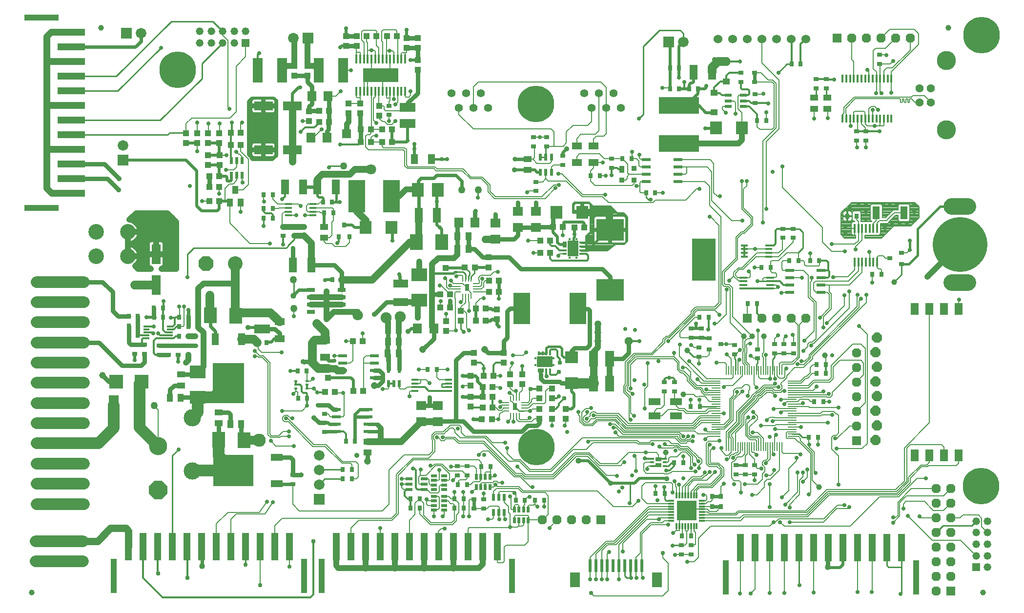
<source format=gtl>
G75*
%MOIN*%
%OFA0B0*%
%FSLAX25Y25*%
%IPPOS*%
%LPD*%
%AMOC8*
5,1,8,0,0,1.08239X$1,22.5*
%
%ADD10R,0.03800X0.03000*%
%ADD11R,0.03000X0.03800*%
%ADD12R,0.03937X0.01181*%
%ADD13R,0.01181X0.03937*%
%ADD14R,0.13386X0.13386*%
%ADD15R,0.01400X0.06000*%
%ADD16C,0.11250*%
%ADD17C,0.37402*%
%ADD18R,0.05118X0.08661*%
%ADD19R,0.03500X0.03100*%
%ADD20R,0.05512X0.01496*%
%ADD21C,0.02756*%
%ADD22R,0.02362X0.04724*%
%ADD23R,0.06300X0.06300*%
%ADD24OC8,0.06300*%
%ADD25C,0.03937*%
%ADD26R,0.04724X0.01496*%
%ADD27R,0.06299X0.00945*%
%ADD28R,0.00945X0.06299*%
%ADD29R,0.07874X0.04724*%
%ADD30R,0.05200X0.05200*%
%ADD31C,0.05200*%
%ADD32C,0.02400*%
%ADD33R,0.01969X0.03937*%
%ADD34R,0.05512X0.07874*%
%ADD35R,0.04724X0.02362*%
%ADD36R,0.03937X0.01969*%
%ADD37R,0.03937X0.03150*%
%ADD38R,0.03150X0.01654*%
%ADD39R,0.06000X0.02400*%
%ADD40R,0.06700X0.04500*%
%ADD41R,0.03300X0.03300*%
%ADD42R,0.03300X0.04700*%
%ADD43C,0.05500*%
%ADD44R,0.05500X0.04300*%
%ADD45R,0.03346X0.01102*%
%ADD46R,0.01102X0.03346*%
%ADD47R,0.03150X0.04724*%
%ADD48R,0.18500X0.15000*%
%ADD49R,0.16000X0.29000*%
%ADD50R,0.04331X0.03937*%
%ADD51R,0.03937X0.04331*%
%ADD52R,0.02559X0.04291*%
%ADD53R,0.07480X0.11024*%
%ADD54R,0.02559X0.01732*%
%ADD55R,0.01181X0.01378*%
%ADD56R,0.07087X0.06299*%
%ADD57R,0.06299X0.07087*%
%ADD58R,0.04291X0.02559*%
%ADD59R,0.11024X0.07480*%
%ADD60R,0.01732X0.02559*%
%ADD61R,0.01378X0.01181*%
%ADD62R,0.06299X0.10630*%
%ADD63R,0.11417X0.21260*%
%ADD64R,0.10630X0.06299*%
%ADD65R,0.05500X0.10200*%
%ADD66R,0.10200X0.05500*%
%ADD67R,0.10800X0.08500*%
%ADD68R,0.07200X0.07200*%
%ADD69C,0.07200*%
%ADD70R,0.02362X0.01654*%
%ADD71R,0.21260X0.27559*%
%ADD72R,0.04724X0.07874*%
%ADD73R,0.27559X0.21260*%
%ADD74R,0.08500X0.10800*%
%ADD75R,0.04300X0.05500*%
%ADD76R,0.04724X0.01378*%
%ADD77R,0.03100X0.03500*%
%ADD78R,0.04724X0.01181*%
%ADD79R,0.11811X0.22047*%
%ADD80R,0.07900X0.09400*%
%ADD81R,0.07874X0.08661*%
%ADD82R,0.08661X0.07874*%
%ADD83R,0.04724X0.04331*%
%ADD84R,0.27559X0.11811*%
%ADD85R,0.01181X0.06299*%
%ADD86R,0.24291X0.09449*%
%ADD87R,0.06535X0.16614*%
%ADD88R,0.12598X0.06299*%
%ADD89R,0.02165X0.04724*%
%ADD90R,0.03937X0.05512*%
%ADD91R,0.01260X0.05512*%
%ADD92OC8,0.05200*%
%ADD93R,0.04500X0.06700*%
%ADD94C,0.05000*%
%ADD95R,0.06400X0.06400*%
%ADD96OC8,0.12400*%
%ADD97C,0.12400*%
%ADD98R,0.09449X0.09449*%
%ADD99R,0.06700X0.13386*%
%ADD100C,0.06000*%
%ADD101C,0.25000*%
%ADD102R,0.02362X0.08661*%
%ADD103R,0.07087X0.10236*%
%ADD104C,0.13055*%
%ADD105C,0.05622*%
%ADD106C,0.10630*%
%ADD107C,0.10000*%
%ADD108OC8,0.10000*%
%ADD109R,0.06299X0.13780*%
%ADD110R,0.05512X0.02500*%
%ADD111C,0.06496*%
%ADD112R,0.18504X0.05118*%
%ADD113R,0.23622X0.04331*%
%ADD114R,0.05118X0.18504*%
%ADD115R,0.04331X0.23622*%
%ADD116OC8,0.07000*%
%ADD117C,0.00600*%
%ADD118C,0.02781*%
%ADD119C,0.01200*%
%ADD120C,0.00800*%
%ADD121C,0.00900*%
%ADD122C,0.00787*%
%ADD123C,0.01400*%
%ADD124C,0.02000*%
%ADD125C,0.01500*%
%ADD126C,0.03000*%
%ADD127C,0.03100*%
%ADD128C,0.01800*%
%ADD129C,0.04000*%
%ADD130C,0.03600*%
%ADD131C,0.01000*%
%ADD132C,0.01181*%
%ADD133C,0.03175*%
%ADD134C,0.07087*%
%ADD135C,0.04000*%
%ADD136C,0.03150*%
%ADD137C,0.07874*%
%ADD138C,0.03937*%
%ADD139C,0.04750*%
%ADD140C,0.02978*%
%ADD141C,0.04600*%
%ADD142C,0.06000*%
%ADD143C,0.01600*%
%ADD144C,0.05000*%
%ADD145C,0.07087*%
%ADD146C,0.02800*%
%ADD147C,0.05906*%
%ADD148C,0.09000*%
%ADD149C,0.11811*%
%ADD150C,0.08000*%
%ADD151C,0.01100*%
%ADD152C,0.01300*%
%ADD153C,0.04724*%
%ADD154C,0.07500*%
%ADD155C,0.03800*%
%ADD156C,0.01969*%
D10*
X0202333Y0086317D03*
X0202333Y0092517D03*
X0224114Y0121864D03*
X0224114Y0128064D03*
X0224114Y0134031D03*
X0224114Y0140231D03*
X0130982Y0174657D03*
X0123982Y0174657D03*
X0117482Y0174657D03*
X0110982Y0174657D03*
X0100982Y0175157D03*
X0094482Y0175157D03*
X0094482Y0181357D03*
X0100982Y0181357D03*
X0110982Y0180857D03*
X0117482Y0180857D03*
X0123982Y0180857D03*
X0130982Y0180857D03*
X0195831Y0255811D03*
X0195831Y0262011D03*
X0203311Y0262011D03*
X0203311Y0255811D03*
X0210004Y0255811D03*
X0210004Y0262011D03*
X0368311Y0286484D03*
X0368311Y0292684D03*
X0386713Y0304331D03*
X0386713Y0310531D03*
X0375748Y0316980D03*
X0366874Y0316980D03*
X0366874Y0323180D03*
X0375748Y0323180D03*
X0420059Y0308420D03*
X0420059Y0302220D03*
X0518232Y0346433D03*
X0518232Y0352633D03*
X0517839Y0361000D03*
X0517839Y0367200D03*
X0508390Y0367200D03*
X0508390Y0361000D03*
X0559750Y0362837D03*
X0559750Y0356637D03*
X0566837Y0356637D03*
X0566837Y0362837D03*
X0603244Y0373248D03*
X0603244Y0379448D03*
X0593795Y0327086D03*
X0587496Y0327086D03*
X0587496Y0320886D03*
X0593795Y0320886D03*
X0543982Y0260557D03*
X0537082Y0260557D03*
X0537082Y0254357D03*
X0543982Y0254357D03*
X0481382Y0192357D03*
X0474382Y0192357D03*
X0474382Y0186157D03*
X0481382Y0186157D03*
X0479650Y0179405D03*
X0479650Y0173205D03*
X0504059Y0174976D03*
X0519807Y0172023D03*
X0519807Y0178223D03*
X0531382Y0175657D03*
X0531382Y0181857D03*
X0537882Y0181857D03*
X0537882Y0175657D03*
X0544382Y0175657D03*
X0544382Y0181857D03*
X0504059Y0181176D03*
X0463193Y0155822D03*
X0456106Y0155822D03*
X0456106Y0149622D03*
X0463193Y0149622D03*
X0505059Y0099090D03*
X0505059Y0092890D03*
X0511358Y0092890D03*
X0511358Y0099090D03*
X0517657Y0099090D03*
X0517657Y0092890D03*
X0474382Y0044357D03*
X0474382Y0038157D03*
X0467882Y0038157D03*
X0467882Y0044357D03*
X0332752Y0069657D03*
X0326252Y0069657D03*
X0326252Y0075857D03*
X0332752Y0075857D03*
X0321382Y0092157D03*
X0321382Y0098357D03*
X0314882Y0098357D03*
X0314882Y0092157D03*
X0268035Y0338441D03*
X0268035Y0344641D03*
D11*
X0405809Y0296793D03*
X0412009Y0296793D03*
X0427589Y0308470D03*
X0433789Y0308470D03*
X0443731Y0285242D03*
X0449931Y0285242D03*
X0541510Y0238903D03*
X0547710Y0238903D03*
X0555683Y0238903D03*
X0561883Y0238903D03*
X0598203Y0229454D03*
X0604403Y0229454D03*
X0528813Y0234179D03*
X0522613Y0234179D03*
X0519364Y0209375D03*
X0513164Y0209375D03*
X0486482Y0200257D03*
X0480282Y0200257D03*
X0560152Y0167757D03*
X0566352Y0167757D03*
X0566352Y0161757D03*
X0560152Y0161757D03*
X0558439Y0142446D03*
X0564639Y0142446D03*
X0561096Y0118037D03*
X0554896Y0118037D03*
X0480387Y0139297D03*
X0474187Y0139297D03*
X0468970Y0100714D03*
X0462770Y0100714D03*
X0456372Y0079848D03*
X0450172Y0079848D03*
X0488754Y0077879D03*
X0494954Y0077879D03*
X0494954Y0070793D03*
X0488754Y0070793D03*
X0474482Y0050757D03*
X0468282Y0050757D03*
X0373997Y0075320D03*
X0367797Y0075320D03*
X0360836Y0075320D03*
X0354636Y0075320D03*
X0321482Y0085757D03*
X0315282Y0085757D03*
X0312782Y0076257D03*
X0318982Y0076257D03*
X0318982Y0069757D03*
X0312782Y0069757D03*
X0288982Y0069757D03*
X0282782Y0069757D03*
X0282782Y0076257D03*
X0288982Y0076257D03*
X0242739Y0089713D03*
X0236539Y0089713D03*
X0236539Y0096040D03*
X0242739Y0096040D03*
X0244931Y0115478D03*
X0238731Y0115478D03*
X0212254Y0145005D03*
X0206054Y0145005D03*
X0205660Y0163509D03*
X0211860Y0163509D03*
X0184482Y0182757D03*
X0178282Y0182757D03*
X0131082Y0187257D03*
X0124882Y0187257D03*
X0124882Y0193757D03*
X0131082Y0193757D03*
X0131082Y0200257D03*
X0124882Y0200257D03*
X0113850Y0200301D03*
X0107650Y0200301D03*
X0096582Y0200757D03*
X0090382Y0200757D03*
X0107582Y0206557D03*
X0113782Y0206557D03*
X0096582Y0194257D03*
X0090382Y0194257D03*
X0090382Y0187757D03*
X0096582Y0187757D03*
X0229487Y0225727D03*
X0235687Y0225727D03*
X0188694Y0267966D03*
X0182494Y0267966D03*
X0182494Y0274659D03*
X0188694Y0274659D03*
X0188694Y0283714D03*
X0182494Y0283714D03*
X0223046Y0278990D03*
X0229246Y0278990D03*
X0230033Y0271509D03*
X0223833Y0271509D03*
X0459982Y0356257D03*
X0466182Y0356257D03*
X0473006Y0356226D03*
X0479206Y0356226D03*
X0466214Y0370399D03*
X0460014Y0370399D03*
X0519463Y0334572D03*
X0525663Y0334572D03*
X0543085Y0373155D03*
X0549285Y0373155D03*
X0581274Y0269218D03*
X0587474Y0269218D03*
X0300667Y0164466D03*
X0294467Y0164466D03*
X0331282Y0098257D03*
X0337482Y0098257D03*
D12*
X0460949Y0074927D03*
X0460949Y0072958D03*
X0460949Y0070990D03*
X0460949Y0069021D03*
X0460949Y0067053D03*
X0460949Y0065084D03*
X0460949Y0063116D03*
X0460949Y0061147D03*
X0481815Y0061147D03*
X0481815Y0063116D03*
X0481815Y0065084D03*
X0481815Y0067053D03*
X0481815Y0069021D03*
X0481815Y0070990D03*
X0481815Y0072958D03*
X0481815Y0074927D03*
X0118628Y0185934D03*
X0118628Y0187903D03*
X0118628Y0189871D03*
X0118628Y0191840D03*
X0118628Y0193808D03*
X0102486Y0193808D03*
X0102486Y0191840D03*
X0102486Y0189871D03*
X0102486Y0187903D03*
X0102486Y0185934D03*
D13*
X0464492Y0078470D03*
X0466461Y0078470D03*
X0468429Y0078470D03*
X0470398Y0078470D03*
X0472366Y0078470D03*
X0474335Y0078470D03*
X0476303Y0078470D03*
X0478272Y0078470D03*
X0478272Y0057604D03*
X0476303Y0057604D03*
X0474335Y0057604D03*
X0472366Y0057604D03*
X0470398Y0057604D03*
X0468429Y0057604D03*
X0466461Y0057604D03*
X0464492Y0057604D03*
D14*
X0471382Y0068037D03*
D15*
X0586144Y0237870D03*
X0588723Y0237870D03*
X0591262Y0237870D03*
X0593841Y0237870D03*
X0596380Y0237870D03*
X0598959Y0237870D03*
X0601498Y0237870D03*
X0601498Y0260845D03*
X0598959Y0260845D03*
X0596380Y0260845D03*
X0593841Y0260845D03*
X0591262Y0260845D03*
X0588723Y0260845D03*
X0586144Y0260845D03*
D16*
X0652371Y0275911D02*
X0663621Y0275911D01*
X0663621Y0223942D02*
X0652371Y0223942D01*
D17*
X0657996Y0249927D03*
D18*
X0619807Y0271580D03*
X0600909Y0271580D03*
D19*
X0618295Y0244178D03*
X0610295Y0240378D03*
X0618295Y0236578D03*
X0494673Y0181916D03*
X0486673Y0178116D03*
X0486673Y0185716D03*
D20*
X0510188Y0219748D03*
X0510188Y0222248D03*
X0510188Y0224748D03*
X0510188Y0227248D03*
X0528439Y0227248D03*
X0528439Y0224748D03*
X0528439Y0222248D03*
X0528439Y0219748D03*
D21*
X0439295Y0183785D03*
X0623857Y0252661D03*
X0612299Y0375167D03*
D22*
X0378988Y0309581D03*
X0375248Y0309581D03*
X0371508Y0309581D03*
X0371508Y0299295D03*
X0375238Y0299295D03*
X0378988Y0299295D03*
X0275205Y0164416D03*
X0267724Y0164416D03*
X0267724Y0154918D03*
X0271465Y0154918D03*
X0275205Y0154918D03*
X0339386Y0077270D03*
X0343126Y0077270D03*
X0346866Y0077270D03*
X0346866Y0066984D03*
X0343116Y0066984D03*
X0339386Y0066984D03*
D23*
X0412949Y0061694D03*
X0587524Y0115990D03*
X0512799Y0199533D03*
X0651809Y0013136D03*
X0574102Y0390840D03*
D24*
X0584102Y0390840D03*
X0594102Y0390840D03*
X0604102Y0390840D03*
X0614102Y0390840D03*
X0624102Y0390840D03*
X0552799Y0199533D03*
X0542799Y0199533D03*
X0532799Y0199533D03*
X0522799Y0199533D03*
X0587524Y0175990D03*
X0587524Y0165990D03*
X0587524Y0155990D03*
X0587524Y0145990D03*
X0587524Y0135990D03*
X0587524Y0125990D03*
X0641809Y0083136D03*
X0651809Y0083136D03*
X0651809Y0073136D03*
X0641809Y0073136D03*
X0641809Y0063136D03*
X0651809Y0063136D03*
X0651809Y0053136D03*
X0641809Y0053136D03*
X0641809Y0043136D03*
X0651809Y0043136D03*
X0651809Y0033136D03*
X0641809Y0033136D03*
X0641809Y0023136D03*
X0651809Y0023136D03*
X0641809Y0013136D03*
X0402949Y0061694D03*
X0392949Y0061694D03*
X0382949Y0061694D03*
X0372949Y0061694D03*
D25*
X0024138Y0012131D03*
X0457146Y0107913D03*
X0469201Y0147639D03*
X0471776Y0177486D03*
X0510502Y0187257D03*
X0516252Y0187257D03*
X0524138Y0187328D03*
X0565882Y0174257D03*
X0613114Y0224336D03*
X0561882Y0084257D03*
X0673744Y0012131D03*
X0650122Y0397958D03*
X0071382Y0397958D03*
D26*
X0510674Y0249343D03*
X0510674Y0246784D03*
X0510674Y0244225D03*
X0510674Y0241666D03*
X0527308Y0241666D03*
X0527308Y0244225D03*
X0527308Y0246784D03*
X0527308Y0249343D03*
D27*
X0543429Y0156620D03*
X0543429Y0155045D03*
X0543429Y0153470D03*
X0543429Y0151895D03*
X0543429Y0150320D03*
X0543429Y0148745D03*
X0543429Y0147171D03*
X0543429Y0145596D03*
X0543429Y0144021D03*
X0543429Y0142446D03*
X0543429Y0140871D03*
X0543429Y0139297D03*
X0543429Y0137722D03*
X0543429Y0136147D03*
X0543429Y0134572D03*
X0543429Y0132997D03*
X0543429Y0131423D03*
X0543429Y0129848D03*
X0543429Y0128273D03*
X0543429Y0126698D03*
X0543429Y0125123D03*
X0543429Y0123549D03*
X0543429Y0121974D03*
X0543429Y0120399D03*
X0543429Y0118824D03*
X0491461Y0118824D03*
X0491461Y0120399D03*
X0491461Y0121974D03*
X0491461Y0123549D03*
X0491461Y0125123D03*
X0491461Y0126698D03*
X0491461Y0128273D03*
X0491461Y0129848D03*
X0491461Y0131423D03*
X0491461Y0132997D03*
X0491461Y0134572D03*
X0491461Y0136147D03*
X0491461Y0137722D03*
X0491461Y0139297D03*
X0491461Y0140871D03*
X0491461Y0142446D03*
X0491461Y0144021D03*
X0491461Y0145596D03*
X0491461Y0147171D03*
X0491461Y0148745D03*
X0491461Y0150320D03*
X0491461Y0151895D03*
X0491461Y0153470D03*
X0491461Y0155045D03*
X0491461Y0156620D03*
D28*
X0498547Y0163706D03*
X0500122Y0163706D03*
X0501697Y0163706D03*
X0503272Y0163706D03*
X0504846Y0163706D03*
X0506421Y0163706D03*
X0507996Y0163706D03*
X0509571Y0163706D03*
X0511146Y0163706D03*
X0512720Y0163706D03*
X0514295Y0163706D03*
X0515870Y0163706D03*
X0517445Y0163706D03*
X0519020Y0163706D03*
X0520594Y0163706D03*
X0522169Y0163706D03*
X0523744Y0163706D03*
X0525319Y0163706D03*
X0526894Y0163706D03*
X0528469Y0163706D03*
X0530043Y0163706D03*
X0531618Y0163706D03*
X0533193Y0163706D03*
X0534768Y0163706D03*
X0536343Y0163706D03*
X0536343Y0111738D03*
X0534768Y0111738D03*
X0533193Y0111738D03*
X0531618Y0111738D03*
X0530043Y0111738D03*
X0528469Y0111738D03*
X0526894Y0111738D03*
X0525319Y0111738D03*
X0523744Y0111738D03*
X0522169Y0111738D03*
X0520594Y0111738D03*
X0519020Y0111738D03*
X0517445Y0111738D03*
X0515870Y0111738D03*
X0514295Y0111738D03*
X0512720Y0111738D03*
X0511146Y0111738D03*
X0509571Y0111738D03*
X0507996Y0111738D03*
X0506421Y0111738D03*
X0504846Y0111738D03*
X0503272Y0111738D03*
X0501697Y0111738D03*
X0500122Y0111738D03*
X0498547Y0111738D03*
D29*
X0464295Y0132997D03*
X0449335Y0132997D03*
X0449335Y0142446D03*
X0464295Y0142446D03*
X0191614Y0104423D03*
X0191614Y0086470D03*
D30*
X0669019Y0029408D03*
X0170272Y0387675D03*
D31*
X0162398Y0387675D03*
X0154524Y0387675D03*
X0146650Y0387675D03*
X0138776Y0387675D03*
X0138776Y0395549D03*
X0146650Y0395549D03*
X0154524Y0395549D03*
X0162398Y0395549D03*
X0170272Y0395549D03*
X0669019Y0060905D03*
X0676893Y0060905D03*
X0676893Y0053031D03*
X0669019Y0053031D03*
X0669019Y0045157D03*
X0676893Y0045157D03*
X0676893Y0037282D03*
X0676893Y0029408D03*
X0669019Y0037282D03*
D32*
X0494354Y0070793D02*
X0489354Y0070793D01*
X0489354Y0077879D02*
X0494354Y0077879D01*
X0331610Y0130391D02*
X0325818Y0130391D01*
X0325752Y0130457D01*
X0324130Y0145745D02*
X0332004Y0145745D01*
X0332004Y0152438D01*
X0332004Y0152805D01*
X0328352Y0156457D01*
X0328352Y0158957D01*
X0327152Y0160157D01*
X0323975Y0160157D01*
X0323933Y0160116D01*
X0323791Y0160257D01*
X0318352Y0160257D01*
X0318552Y0145957D02*
X0318567Y0145942D01*
X0323933Y0145942D01*
X0324130Y0145745D01*
X0263282Y0124657D02*
X0263282Y0122257D01*
X0263176Y0122151D01*
X0261482Y0122151D01*
X0261482Y0124557D01*
X0261482Y0124757D01*
X0259082Y0127157D01*
X0253818Y0127157D01*
X0253812Y0127151D01*
X0253812Y0122151D02*
X0261482Y0122151D01*
X0261482Y0117057D01*
X0261182Y0116757D01*
X0263282Y0115184D02*
X0263282Y0122257D01*
X0263282Y0124657D02*
X0260782Y0127157D01*
X0261482Y0126457D01*
X0261482Y0124557D01*
X0260782Y0127157D02*
X0259082Y0127157D01*
X0253812Y0132151D02*
X0253806Y0132157D01*
X0244931Y0132157D01*
X0244931Y0133906D01*
X0248176Y0137151D01*
X0253812Y0137151D01*
X0244931Y0132157D02*
X0244931Y0115478D01*
X0232212Y0122151D02*
X0224401Y0122151D01*
X0224114Y0121864D01*
X0224114Y0128064D02*
X0224207Y0128157D01*
X0226382Y0128157D01*
X0227388Y0127151D01*
X0232212Y0127151D01*
X0230752Y0170557D02*
X0226685Y0170557D01*
X0224304Y0172938D01*
X0209982Y0169257D02*
X0209482Y0169757D01*
X0149504Y0185238D02*
X0149504Y0190635D01*
X0145983Y0194156D01*
X0145983Y0201362D01*
X0131382Y0200757D02*
X0131082Y0200457D01*
X0131082Y0200257D01*
X0131082Y0205157D01*
X0130982Y0205257D01*
X0202882Y0214757D02*
X0202882Y0215257D01*
X0206630Y0219005D01*
X0214781Y0219005D01*
X0214781Y0214005D02*
X0225382Y0214005D01*
X0225382Y0209005D01*
X0225382Y0198757D01*
X0225382Y0209005D02*
X0214781Y0209005D01*
X0225382Y0209005D02*
X0235648Y0209005D01*
X0235648Y0214005D02*
X0225382Y0214005D01*
X0276185Y0223086D02*
X0275185Y0229524D01*
X0275152Y0229557D01*
X0334122Y0206194D02*
X0337815Y0206194D01*
X0338406Y0205604D01*
X0341799Y0205604D01*
X0341799Y0198911D02*
X0338406Y0198911D01*
X0337252Y0197757D01*
X0334291Y0197757D01*
X0334122Y0197927D01*
X0341799Y0198911D02*
X0341799Y0195210D01*
X0343252Y0193757D01*
X0343177Y0217612D02*
X0343177Y0225092D01*
X0287620Y0192477D02*
X0283002Y0192477D01*
X0280982Y0190457D01*
X0288350Y0269934D02*
X0288350Y0286857D01*
X0287950Y0287257D01*
X0288052Y0287360D01*
X0288052Y0293257D01*
X0289852Y0295057D01*
X0298452Y0295057D01*
X0300652Y0297257D01*
X0313752Y0297257D01*
X0317941Y0293068D01*
X0317941Y0287352D01*
X0354252Y0308257D02*
X0354371Y0308138D01*
X0362831Y0308138D01*
X0219058Y0289226D02*
X0209611Y0289226D01*
X0098744Y0388620D02*
X0094882Y0384757D01*
X0051205Y0384757D01*
X0098744Y0388620D02*
X0098744Y0394340D01*
X0517839Y0366600D02*
X0517839Y0361600D01*
X0202333Y0086317D02*
X0191767Y0086317D01*
X0191614Y0086470D01*
X0140382Y0043580D02*
X0140382Y0030157D01*
X0140382Y0043580D02*
X0140282Y0043680D01*
X0326252Y0070257D02*
X0326252Y0075257D01*
D33*
X0327657Y0084214D03*
X0330807Y0084214D03*
X0333957Y0084214D03*
X0337106Y0084214D03*
X0337106Y0091301D03*
X0333957Y0091301D03*
X0330807Y0091301D03*
X0327657Y0091301D03*
X0353768Y0068734D03*
X0356917Y0068734D03*
X0360067Y0068734D03*
X0363217Y0068734D03*
X0363217Y0061647D03*
X0360067Y0061647D03*
X0356917Y0061647D03*
X0353768Y0061647D03*
D34*
X0627248Y0105832D03*
X0637248Y0105832D03*
X0647248Y0105832D03*
X0657248Y0105832D03*
X0657248Y0205832D03*
X0647248Y0205832D03*
X0637248Y0205832D03*
X0627248Y0205832D03*
D35*
X0509990Y0344218D03*
X0509990Y0347948D03*
X0509990Y0351698D03*
X0499704Y0351698D03*
X0499704Y0347958D03*
X0499704Y0344218D03*
X0292025Y0089997D03*
X0292025Y0086247D03*
X0292025Y0082517D03*
X0281739Y0082517D03*
X0281739Y0086257D03*
X0281739Y0089997D03*
D36*
X0298839Y0088832D03*
X0298839Y0085682D03*
X0298839Y0082533D03*
X0298839Y0077982D03*
X0298839Y0074832D03*
X0298839Y0071682D03*
X0298839Y0068533D03*
X0305925Y0068533D03*
X0305925Y0071682D03*
X0305925Y0074832D03*
X0305925Y0077982D03*
X0305925Y0082533D03*
X0305925Y0085682D03*
X0305925Y0088832D03*
X0305925Y0091982D03*
X0298839Y0091982D03*
D37*
X0452091Y0099139D03*
X0452091Y0103076D03*
D38*
X0456421Y0103667D03*
X0456421Y0101108D03*
X0456421Y0098549D03*
X0447760Y0098549D03*
X0447760Y0101108D03*
X0447760Y0103667D03*
D39*
X0253812Y0122151D03*
X0253812Y0127151D03*
X0253812Y0132151D03*
X0253812Y0137151D03*
X0232212Y0137151D03*
X0232212Y0132151D03*
X0232212Y0127151D03*
X0232212Y0122151D03*
X0236543Y0158820D03*
X0236543Y0163820D03*
X0236543Y0168820D03*
X0236543Y0173820D03*
X0258143Y0173820D03*
X0258143Y0168820D03*
X0258143Y0163820D03*
X0258143Y0158820D03*
X0541684Y0217230D03*
X0541684Y0222230D03*
X0541684Y0227230D03*
X0541684Y0232230D03*
X0563284Y0232230D03*
X0563284Y0227230D03*
X0563284Y0222230D03*
X0563284Y0217230D03*
X0465505Y0292702D03*
X0465505Y0297702D03*
X0465505Y0302702D03*
X0465505Y0307702D03*
X0443905Y0307702D03*
X0443905Y0302702D03*
X0443905Y0297702D03*
X0443905Y0292702D03*
D40*
X0407839Y0305737D03*
X0396315Y0305737D03*
X0396315Y0317337D03*
X0407839Y0317337D03*
X0193382Y0197057D03*
X0193382Y0185457D03*
X0224304Y0184538D03*
X0224304Y0172938D03*
D41*
X0427126Y0293940D03*
X0435326Y0293940D03*
X0435326Y0301840D03*
D42*
X0427126Y0301040D03*
D43*
X0426402Y0343273D03*
X0416402Y0343273D03*
X0406402Y0343273D03*
X0411402Y0353273D03*
X0421402Y0353273D03*
X0401402Y0353273D03*
X0335850Y0343273D03*
X0325850Y0343273D03*
X0315850Y0343273D03*
X0310850Y0353273D03*
X0320850Y0353273D03*
X0330850Y0353273D03*
D44*
X0362831Y0308138D03*
X0362831Y0300738D03*
X0223783Y0261823D03*
X0223783Y0254423D03*
X0126161Y0161083D03*
X0126161Y0153683D03*
X0151815Y0135260D03*
X0151815Y0127860D03*
X0253579Y0115184D03*
X0253579Y0107784D03*
X0558569Y0342651D03*
X0558569Y0350051D03*
X0567624Y0350051D03*
X0567624Y0342651D03*
D45*
X0327134Y0223320D03*
X0327134Y0221352D03*
X0327134Y0219383D03*
X0327134Y0217415D03*
X0315520Y0217415D03*
X0315520Y0219383D03*
X0315520Y0221352D03*
X0315520Y0223320D03*
X0348441Y0142005D03*
X0348441Y0140037D03*
X0348441Y0138068D03*
X0348441Y0136100D03*
X0360055Y0136100D03*
X0360055Y0138068D03*
X0360055Y0140037D03*
X0360055Y0142005D03*
D46*
X0357201Y0144860D03*
X0355232Y0144860D03*
X0353264Y0144860D03*
X0351295Y0144860D03*
X0351295Y0133245D03*
X0353264Y0133245D03*
X0355232Y0133245D03*
X0357201Y0133245D03*
X0324280Y0214560D03*
X0322311Y0214560D03*
X0320343Y0214560D03*
X0318374Y0214560D03*
X0318374Y0226175D03*
X0320343Y0226175D03*
X0322311Y0226175D03*
X0324280Y0226175D03*
D47*
X0321327Y0220368D03*
X0354248Y0139053D03*
D48*
X0419033Y0218954D03*
X0419033Y0259954D03*
D49*
X0483283Y0239454D03*
D50*
X0343177Y0225092D03*
X0336484Y0225092D03*
X0336287Y0234344D03*
X0336287Y0241037D03*
X0326642Y0234147D03*
X0319949Y0234147D03*
X0306760Y0233950D03*
X0306760Y0240643D03*
X0309681Y0215923D03*
X0302988Y0215923D03*
X0303083Y0206824D03*
X0309776Y0206824D03*
X0317252Y0204604D03*
X0317252Y0197911D03*
X0327429Y0197927D03*
X0334122Y0197927D03*
X0326295Y0175864D03*
X0326295Y0169171D03*
X0323933Y0160116D03*
X0332791Y0160312D03*
X0339484Y0160312D03*
X0350705Y0161297D03*
X0350705Y0154604D03*
X0358972Y0154604D03*
X0358972Y0161297D03*
X0346374Y0169171D03*
X0346374Y0175864D03*
X0338697Y0152438D03*
X0332004Y0152438D03*
X0323933Y0153423D03*
X0332004Y0145745D03*
X0338697Y0145745D03*
X0379445Y0137675D03*
X0379445Y0130982D03*
X0388894Y0130982D03*
X0388894Y0137675D03*
X0226370Y0158749D03*
X0226370Y0165442D03*
X0152193Y0296557D03*
X0145500Y0296557D03*
X0152390Y0304234D03*
X0152390Y0310927D03*
X0220421Y0341328D03*
X0227114Y0341328D03*
X0240476Y0339375D03*
X0240476Y0346068D03*
X0248350Y0346068D03*
X0248350Y0339375D03*
X0261343Y0337801D03*
X0261343Y0344494D03*
X0287720Y0369297D03*
X0287720Y0375990D03*
X0273477Y0392322D03*
X0266784Y0392322D03*
X0259577Y0392330D03*
X0252884Y0392330D03*
D51*
X0245988Y0392131D03*
X0245988Y0385438D03*
X0238902Y0385438D03*
X0238902Y0392131D03*
X0212445Y0371848D03*
X0203390Y0371848D03*
X0203390Y0365155D03*
X0212445Y0365155D03*
X0213594Y0340950D03*
X0213594Y0334257D03*
X0220421Y0333454D03*
X0227114Y0333454D03*
X0248941Y0328549D03*
X0255634Y0328549D03*
X0263508Y0328549D03*
X0270201Y0328549D03*
X0270201Y0319887D03*
X0263508Y0319887D03*
X0255634Y0319887D03*
X0248941Y0319887D03*
X0166941Y0317816D03*
X0160248Y0317816D03*
X0151996Y0319194D03*
X0144516Y0319194D03*
X0137035Y0319194D03*
X0129555Y0319194D03*
X0129555Y0325887D03*
X0137035Y0325887D03*
X0144516Y0325887D03*
X0151996Y0325887D03*
X0160248Y0326084D03*
X0166941Y0326084D03*
X0144516Y0310927D03*
X0144516Y0304234D03*
X0145500Y0289076D03*
X0152193Y0289076D03*
X0152193Y0279627D03*
X0145500Y0279627D03*
X0327429Y0206194D03*
X0334122Y0206194D03*
X0341799Y0205604D03*
X0341799Y0198911D03*
X0307217Y0197572D03*
X0307217Y0190879D03*
X0250157Y0183781D03*
X0243465Y0183781D03*
X0243921Y0149753D03*
X0250614Y0149753D03*
X0231004Y0149336D03*
X0224311Y0149336D03*
X0323933Y0145942D03*
X0323933Y0139249D03*
X0332004Y0138659D03*
X0338697Y0138659D03*
X0338303Y0130391D03*
X0331610Y0130391D03*
X0370783Y0130982D03*
X0370783Y0137675D03*
X0370783Y0144761D03*
X0379445Y0144761D03*
X0379445Y0151454D03*
X0370783Y0151454D03*
X0343177Y0217612D03*
X0336484Y0217612D03*
X0371543Y0244332D03*
X0378236Y0244332D03*
X0378236Y0252600D03*
X0371543Y0252600D03*
X0380205Y0261773D03*
X0386898Y0261773D03*
X0394772Y0261379D03*
X0401465Y0261379D03*
X0287720Y0384257D03*
X0280240Y0384257D03*
X0280240Y0390950D03*
X0287720Y0390950D03*
D52*
X0387980Y0249765D03*
D53*
X0393787Y0247206D03*
D54*
X0387980Y0245927D03*
X0387980Y0243368D03*
X0399594Y0243368D03*
X0399594Y0245927D03*
X0399594Y0248486D03*
X0399594Y0251045D03*
D55*
X0396189Y0253407D03*
X0391465Y0253407D03*
X0391386Y0241005D03*
X0396110Y0241005D03*
D56*
X0368441Y0261466D03*
X0356236Y0261466D03*
X0340638Y0264490D03*
X0356236Y0272490D03*
X0368441Y0272490D03*
X0340638Y0253466D03*
X0301366Y0139812D03*
X0290189Y0139919D03*
X0290189Y0128895D03*
X0301366Y0128789D03*
D57*
X0298644Y0192477D03*
X0287620Y0192477D03*
X0315815Y0264856D03*
X0326839Y0264856D03*
X0225736Y0322824D03*
X0214713Y0322824D03*
X0215500Y0351171D03*
X0226524Y0351171D03*
D58*
X0371768Y0163954D03*
D59*
X0374327Y0169761D03*
D60*
X0375606Y0163954D03*
X0378165Y0163954D03*
X0378165Y0175568D03*
X0375606Y0175568D03*
X0373047Y0175568D03*
X0370488Y0175568D03*
D61*
X0368126Y0172163D03*
X0368126Y0167438D03*
X0380528Y0167360D03*
X0380528Y0172084D03*
D62*
X0407791Y0171730D03*
X0418815Y0171730D03*
X0418815Y0154801D03*
X0407791Y0154801D03*
D63*
X0396965Y0206301D03*
X0358776Y0206301D03*
D64*
X0181382Y0203269D03*
X0181382Y0192245D03*
X0280862Y0332596D03*
X0280862Y0343620D03*
D65*
X0231658Y0289226D03*
X0219058Y0289226D03*
X0209611Y0289226D03*
X0197011Y0289226D03*
X0288350Y0269934D03*
X0300950Y0269934D03*
X0215123Y0235832D03*
X0202523Y0235832D03*
X0476106Y0367643D03*
X0488706Y0367643D03*
D66*
X0276185Y0223086D03*
X0276185Y0210486D03*
D67*
X0288732Y0211771D03*
X0288750Y0229171D03*
X0137543Y0162759D03*
X0137525Y0145359D03*
D68*
X0220512Y0075987D03*
X0086299Y0307423D03*
X0212882Y0390757D03*
X0088744Y0394340D03*
X0459020Y0388116D03*
D69*
X0469020Y0388116D03*
X0202882Y0390757D03*
X0098744Y0394340D03*
X0086299Y0317423D03*
X0220512Y0105987D03*
X0220512Y0095987D03*
X0220512Y0085987D03*
D70*
X0212106Y0151501D03*
X0212106Y0154060D03*
X0212106Y0156620D03*
X0204626Y0156620D03*
X0204626Y0154060D03*
X0204626Y0151501D03*
D71*
X0158480Y0155316D03*
D72*
X0149504Y0185238D03*
X0167457Y0185238D03*
D73*
X0161693Y0095446D03*
D74*
X0169171Y0116344D03*
X0151771Y0116362D03*
X0145983Y0201362D03*
X0163383Y0201344D03*
X0286731Y0251442D03*
X0304131Y0251424D03*
D75*
X0314956Y0255458D03*
X0322356Y0255458D03*
X0322356Y0246712D03*
X0314956Y0246712D03*
X0274706Y0191670D03*
X0267306Y0191670D03*
X0267306Y0183516D03*
X0274706Y0183516D03*
X0274665Y0175446D03*
X0267265Y0175446D03*
X0167031Y0127190D03*
X0159631Y0127190D03*
X0125885Y0145037D03*
X0118485Y0145037D03*
D76*
X0285783Y0149891D03*
X0285783Y0152450D03*
X0285783Y0155009D03*
X0285783Y0157568D03*
X0308815Y0157568D03*
X0308815Y0155009D03*
X0308815Y0152450D03*
X0308815Y0149891D03*
D77*
X0241263Y0255305D03*
X0233663Y0255305D03*
X0237463Y0263305D03*
D78*
X0216088Y0269768D03*
X0216088Y0272327D03*
X0216088Y0274886D03*
X0216088Y0277445D03*
X0199454Y0277445D03*
X0199454Y0274886D03*
X0199454Y0272327D03*
X0199454Y0269768D03*
D79*
X0246224Y0282927D03*
X0269846Y0282927D03*
D80*
X0287950Y0287257D03*
X0301350Y0287257D03*
D81*
X0269846Y0261667D03*
X0252130Y0261667D03*
X0382370Y0272009D03*
X0400087Y0272009D03*
X0491461Y0329454D03*
X0509177Y0329454D03*
D82*
X0392831Y0172911D03*
X0392831Y0155194D03*
D83*
X0490280Y0340084D03*
X0490280Y0353470D03*
X0498547Y0361344D03*
X0498547Y0374730D03*
D84*
X0466264Y0344808D03*
X0466264Y0318824D03*
D85*
X0279157Y0354533D03*
X0276598Y0354533D03*
X0274039Y0354533D03*
X0271480Y0354533D03*
X0268921Y0354533D03*
X0266362Y0354533D03*
X0263803Y0354533D03*
X0261244Y0354533D03*
X0258685Y0354533D03*
X0256126Y0354533D03*
X0253567Y0354533D03*
X0251008Y0354533D03*
X0248449Y0354533D03*
X0245890Y0354533D03*
X0245890Y0376580D03*
X0248449Y0376580D03*
X0251008Y0376580D03*
X0253567Y0376580D03*
X0256126Y0376580D03*
X0258685Y0376580D03*
X0261244Y0376580D03*
X0263803Y0376580D03*
X0266362Y0376580D03*
X0268921Y0376580D03*
X0271480Y0376580D03*
X0274039Y0376580D03*
X0276598Y0376580D03*
X0279157Y0376580D03*
D86*
X0262524Y0365557D03*
D87*
X0236728Y0369013D03*
X0220035Y0369013D03*
X0195138Y0369013D03*
X0178445Y0369013D03*
D88*
X0182319Y0344478D03*
X0202004Y0344478D03*
X0202004Y0314557D03*
X0182319Y0314557D03*
D89*
X0167941Y0307336D03*
X0164201Y0307336D03*
X0160461Y0307336D03*
X0160461Y0297100D03*
X0164201Y0297100D03*
X0167941Y0297100D03*
D90*
X0163114Y0287112D03*
X0159374Y0278450D03*
X0166854Y0278450D03*
D91*
X0577949Y0335994D03*
X0580508Y0335994D03*
X0583067Y0335994D03*
X0585626Y0335994D03*
X0588185Y0335994D03*
X0590744Y0335994D03*
X0593303Y0335994D03*
X0595862Y0335994D03*
X0598421Y0335994D03*
X0600980Y0335994D03*
X0603539Y0335994D03*
X0606098Y0335994D03*
X0608657Y0335994D03*
X0611217Y0335994D03*
X0611217Y0363159D03*
X0608657Y0363159D03*
X0606098Y0363159D03*
X0603539Y0363159D03*
X0600980Y0363159D03*
X0598421Y0363159D03*
X0595862Y0363159D03*
X0593303Y0363159D03*
X0590744Y0363159D03*
X0588185Y0363159D03*
X0585626Y0363159D03*
X0583067Y0363159D03*
X0580508Y0363159D03*
X0577949Y0363159D03*
D92*
X0431815Y0183785D03*
D93*
X0297127Y0308234D03*
X0285527Y0308234D03*
D94*
X0317941Y0287352D03*
X0328965Y0287352D03*
X0237034Y0303508D03*
X0202882Y0225757D03*
X0203282Y0206157D03*
X0107685Y0139726D03*
X0410634Y0195564D03*
D95*
X0239295Y0325399D03*
D96*
X0110420Y0082108D03*
D97*
X0110420Y0112108D03*
D98*
X0099150Y0156317D03*
X0081827Y0156317D03*
D99*
X0080199Y0140145D03*
X0097799Y0140145D03*
D100*
X0492799Y0390242D03*
X0502799Y0390242D03*
X0512799Y0390242D03*
X0522799Y0390242D03*
X0532799Y0390242D03*
X0542799Y0390242D03*
X0552799Y0390242D03*
D101*
X0672667Y0392812D03*
X0368626Y0345793D03*
X0123657Y0369291D03*
X0368736Y0111383D03*
X0672622Y0084850D03*
D102*
X0440898Y0030415D03*
X0436961Y0030415D03*
X0433024Y0030415D03*
X0429087Y0030415D03*
X0425150Y0030415D03*
X0421213Y0030415D03*
X0417276Y0030415D03*
X0413339Y0030415D03*
X0409402Y0030415D03*
X0405465Y0030415D03*
D103*
X0395228Y0020966D03*
X0451134Y0020966D03*
D104*
X0648882Y0328057D03*
X0648882Y0375458D03*
D105*
X0638213Y0356679D03*
X0630339Y0356679D03*
X0630339Y0346836D03*
X0638213Y0346836D03*
D106*
X0089654Y0258375D03*
X0068000Y0258375D03*
X0068000Y0241840D03*
X0089654Y0241840D03*
D107*
X0163071Y0236952D03*
D108*
X0143071Y0236952D03*
D109*
X0109087Y0243320D03*
X0109087Y0222060D03*
D110*
X0214781Y0219005D03*
X0214781Y0214005D03*
X0214781Y0209005D03*
X0214781Y0204005D03*
X0235648Y0204005D03*
X0235648Y0209005D03*
X0235648Y0214005D03*
X0235648Y0219005D03*
D111*
X0059665Y0224257D03*
X0059665Y0210478D03*
X0059665Y0196698D03*
X0027382Y0196698D03*
X0027382Y0210478D03*
X0027382Y0224257D03*
X0027382Y0182919D03*
X0027382Y0169139D03*
X0027382Y0155360D03*
X0059665Y0155360D03*
X0059665Y0169139D03*
X0059665Y0182919D03*
X0059665Y0141580D03*
X0059665Y0127801D03*
X0059665Y0114021D03*
X0027382Y0114021D03*
X0027382Y0127801D03*
X0027382Y0141580D03*
X0027382Y0100242D03*
X0027382Y0086462D03*
X0027382Y0072682D03*
X0059665Y0072682D03*
X0059665Y0086462D03*
X0059665Y0100242D03*
X0059165Y0047257D03*
X0059165Y0033478D03*
X0026882Y0033478D03*
X0026882Y0047257D03*
D112*
X0051205Y0284757D03*
X0051205Y0294757D03*
X0051205Y0304757D03*
X0051205Y0314757D03*
X0051205Y0324757D03*
X0051205Y0334757D03*
X0051205Y0344757D03*
X0051205Y0354757D03*
X0051205Y0364757D03*
X0051205Y0374757D03*
X0051205Y0384757D03*
X0051205Y0394757D03*
D113*
X0030929Y0404757D03*
X0030929Y0274757D03*
D114*
X0090282Y0043680D03*
X0100282Y0043680D03*
X0110282Y0043680D03*
X0120282Y0043680D03*
X0130282Y0043680D03*
X0140282Y0043680D03*
X0150282Y0043680D03*
X0160282Y0043680D03*
X0170282Y0043680D03*
X0180282Y0043680D03*
X0190282Y0043680D03*
X0200282Y0043680D03*
X0231982Y0043680D03*
X0241982Y0043680D03*
X0251982Y0043680D03*
X0261982Y0043680D03*
X0271982Y0043680D03*
X0281982Y0043680D03*
X0291982Y0043680D03*
X0301982Y0043680D03*
X0311982Y0043680D03*
X0321982Y0043680D03*
X0331982Y0043680D03*
X0341982Y0043680D03*
X0507982Y0042780D03*
X0517982Y0042780D03*
X0527982Y0042780D03*
X0537982Y0042780D03*
X0547982Y0042780D03*
X0557982Y0042780D03*
X0567982Y0042780D03*
X0577982Y0042780D03*
X0587982Y0042780D03*
X0597982Y0042780D03*
X0607982Y0042780D03*
X0617982Y0042780D03*
D115*
X0627982Y0022505D03*
X0497982Y0022505D03*
X0351982Y0023405D03*
X0221982Y0023405D03*
X0210282Y0023405D03*
X0080282Y0023405D03*
D116*
X0600382Y0116257D03*
X0601382Y0126257D03*
X0600382Y0136257D03*
X0601382Y0146257D03*
X0600382Y0156257D03*
X0601382Y0166257D03*
X0600382Y0176257D03*
X0601382Y0186257D03*
D117*
X0594652Y0188557D02*
X0594652Y0113957D01*
X0591052Y0110357D01*
X0573652Y0110357D01*
X0570461Y0110309D02*
X0575252Y0105518D01*
X0575252Y0085757D01*
X0567261Y0082357D02*
X0552861Y0067957D01*
X0506385Y0067957D01*
X0504712Y0066284D01*
X0486652Y0066284D01*
X0485883Y0067053D01*
X0481815Y0067053D01*
X0481815Y0069021D02*
X0472366Y0069021D01*
X0471382Y0068037D01*
X0471472Y0068037D01*
X0475252Y0064257D01*
X0481815Y0065084D02*
X0505209Y0065084D01*
X0506882Y0066757D01*
X0553358Y0066757D01*
X0567758Y0081157D01*
X0614652Y0081157D01*
X0621752Y0088257D01*
X0621752Y0110757D01*
X0624252Y0113257D01*
X0645502Y0113257D01*
X0647248Y0111511D01*
X0647248Y0105832D01*
X0637248Y0105832D02*
X0637248Y0103761D01*
X0637248Y0101123D01*
X0635382Y0099257D01*
X0631452Y0099257D01*
X0622952Y0090757D01*
X0622952Y0087760D01*
X0615149Y0079957D01*
X0568255Y0079957D01*
X0553555Y0065257D01*
X0509982Y0065257D01*
X0507840Y0063116D01*
X0492371Y0063116D01*
X0491982Y0063116D01*
X0481815Y0063116D01*
X0481815Y0061147D02*
X0508142Y0061147D01*
X0510752Y0063757D01*
X0553752Y0063757D01*
X0568752Y0078757D01*
X0615646Y0078757D01*
X0624152Y0087263D01*
X0624152Y0090260D01*
X0631949Y0098057D01*
X0635879Y0098057D01*
X0636780Y0098959D01*
X0655549Y0098959D01*
X0657248Y0100657D01*
X0657248Y0105832D01*
X0637252Y0103757D02*
X0637248Y0103761D01*
X0620002Y0111007D02*
X0637248Y0128253D01*
X0637248Y0205832D01*
X0657248Y0205832D02*
X0657248Y0211253D01*
X0657382Y0212257D01*
X0604403Y0229454D02*
X0604403Y0232406D01*
X0603652Y0233157D01*
X0602452Y0233157D01*
X0601552Y0234057D01*
X0601552Y0237816D01*
X0601498Y0237870D01*
X0601498Y0241204D01*
X0602452Y0242157D01*
X0605452Y0242157D01*
X0607231Y0240378D01*
X0610295Y0240378D01*
X0618295Y0244178D02*
X0621672Y0244178D01*
X0623752Y0246257D01*
X0601498Y0260845D02*
X0601498Y0264604D01*
X0603052Y0266157D01*
X0607852Y0266157D01*
X0613275Y0271580D01*
X0619807Y0271580D01*
X0600909Y0271580D02*
X0600909Y0266115D01*
X0598959Y0264164D01*
X0598959Y0260845D01*
X0591262Y0260845D02*
X0591262Y0252968D01*
X0586952Y0248657D01*
X0586952Y0246357D01*
X0586252Y0250157D02*
X0588723Y0252628D01*
X0588723Y0260845D01*
X0588723Y0265486D01*
X0587474Y0266735D01*
X0587474Y0269218D01*
X0564252Y0261357D02*
X0536652Y0288957D01*
X0536652Y0303057D01*
X0512452Y0293257D02*
X0512452Y0289957D01*
X0510252Y0287757D01*
X0510252Y0274754D01*
X0516552Y0268454D01*
X0516552Y0263260D01*
X0510649Y0257357D01*
X0509349Y0257357D01*
X0506252Y0254260D01*
X0506252Y0239860D01*
X0497152Y0230760D01*
X0497152Y0223057D01*
X0497661Y0222548D01*
X0500398Y0222548D01*
X0502852Y0220094D01*
X0502852Y0200657D01*
X0516252Y0187257D01*
X0514414Y0185419D01*
X0512720Y0185419D01*
X0511082Y0183781D01*
X0511082Y0179364D01*
X0511243Y0179203D01*
X0511243Y0176311D01*
X0511082Y0176151D01*
X0511082Y0169254D01*
X0512720Y0167616D01*
X0512720Y0163706D01*
X0511146Y0163706D02*
X0511146Y0167494D01*
X0509882Y0168757D01*
X0509882Y0176648D01*
X0510043Y0176809D01*
X0510043Y0178706D01*
X0509882Y0178867D01*
X0509882Y0186637D01*
X0510502Y0187257D01*
X0501243Y0196517D01*
X0501243Y0220006D01*
X0499901Y0221348D01*
X0497061Y0221348D01*
X0495952Y0222457D01*
X0495952Y0231257D01*
X0505052Y0240357D01*
X0505052Y0254757D01*
X0508852Y0258557D01*
X0510152Y0258557D01*
X0515352Y0263757D01*
X0515352Y0267957D01*
X0509052Y0274257D01*
X0509052Y0293057D01*
X0492352Y0282757D02*
X0489952Y0285157D01*
X0488552Y0285157D02*
X0488552Y0279957D01*
X0502252Y0266257D01*
X0509352Y0266257D01*
X0494752Y0268757D02*
X0494752Y0209627D01*
X0491082Y0205957D01*
X0477885Y0205957D01*
X0475682Y0203754D01*
X0475682Y0202187D01*
X0459552Y0186057D01*
X0457813Y0186057D01*
X0456461Y0184706D01*
X0456461Y0182967D01*
X0447852Y0174357D01*
X0436058Y0174357D01*
X0430652Y0168951D01*
X0430652Y0153894D01*
X0429561Y0152803D01*
X0429561Y0149409D01*
X0433252Y0145718D01*
X0433252Y0134957D01*
X0435352Y0132857D01*
X0433152Y0130057D02*
X0432052Y0131157D01*
X0432052Y0145221D01*
X0428361Y0148911D01*
X0428361Y0153300D01*
X0429452Y0154391D01*
X0429452Y0169449D01*
X0435561Y0175557D01*
X0447355Y0175557D01*
X0455261Y0183464D01*
X0455261Y0185203D01*
X0457316Y0187257D01*
X0459055Y0187257D01*
X0474482Y0202684D01*
X0474482Y0204251D01*
X0477388Y0207157D01*
X0490585Y0207157D01*
X0493552Y0210124D01*
X0493552Y0262957D01*
X0487752Y0268757D01*
X0487252Y0268757D01*
X0494752Y0268757D02*
X0487152Y0276357D01*
X0487152Y0285257D01*
X0492352Y0282757D02*
X0494252Y0282757D01*
X0480252Y0287757D02*
X0478252Y0287757D01*
X0470752Y0280257D01*
X0450252Y0280257D01*
X0448361Y0278367D01*
X0418103Y0278367D01*
X0413913Y0282557D01*
X0400016Y0282557D01*
X0389284Y0293290D01*
X0376692Y0293290D01*
X0375238Y0294744D01*
X0380803Y0290648D02*
X0372613Y0282457D01*
X0340749Y0282457D01*
X0337101Y0286106D01*
X0337101Y0290606D01*
X0331749Y0295957D01*
X0324249Y0295957D01*
X0318749Y0301457D01*
X0301052Y0301457D01*
X0299552Y0302957D01*
X0281252Y0302957D01*
X0280052Y0304157D01*
X0280052Y0314757D01*
X0278952Y0315857D01*
X0264352Y0315857D01*
X0263508Y0316701D01*
X0263508Y0319887D01*
X0255652Y0325757D02*
X0255652Y0328531D01*
X0255634Y0328549D01*
X0255652Y0325757D02*
X0254652Y0324757D01*
X0253052Y0324757D01*
X0252252Y0323957D01*
X0252252Y0316657D01*
X0254252Y0314657D01*
X0277652Y0314657D01*
X0278852Y0313457D01*
X0278852Y0303660D01*
X0280755Y0301757D01*
X0298752Y0301757D01*
X0300252Y0300257D01*
X0318252Y0300257D01*
X0323752Y0294757D01*
X0331252Y0294757D01*
X0335752Y0290257D01*
X0335752Y0285757D01*
X0340252Y0281257D01*
X0374652Y0281257D01*
X0381752Y0288357D01*
X0381843Y0290648D02*
X0381852Y0290657D01*
X0384252Y0290657D01*
X0381843Y0290648D02*
X0380803Y0290648D01*
X0368311Y0286484D02*
X0363379Y0286484D01*
X0362352Y0285457D01*
X0383752Y0298257D02*
X0386013Y0298257D01*
X0400513Y0283757D01*
X0415952Y0283757D01*
X0407839Y0317337D02*
X0407839Y0321844D01*
X0409752Y0323757D01*
X0414752Y0323757D01*
X0416402Y0325407D01*
X0416402Y0343273D01*
X0416402Y0357108D01*
X0412752Y0360757D01*
X0329252Y0360757D01*
X0325850Y0357356D01*
X0325850Y0343273D01*
X0366874Y0323180D02*
X0371175Y0323180D01*
X0371252Y0323257D01*
X0371329Y0323180D01*
X0375748Y0323180D01*
X0396315Y0322320D02*
X0396315Y0317337D01*
X0396315Y0322320D02*
X0399252Y0325257D01*
X0409252Y0325257D01*
X0411402Y0327407D01*
X0411402Y0353273D01*
X0506352Y0350857D02*
X0506352Y0342557D01*
X0509177Y0339732D01*
X0509177Y0329454D01*
X0519463Y0330346D02*
X0521452Y0328357D01*
X0529752Y0328357D01*
X0531252Y0329857D01*
X0531252Y0359457D01*
X0529709Y0361000D01*
X0517839Y0361000D01*
X0517839Y0367200D02*
X0522052Y0367200D01*
X0527052Y0362200D01*
X0530207Y0362200D01*
X0532452Y0359954D01*
X0532452Y0329360D01*
X0523552Y0320460D01*
X0523452Y0264757D01*
X0525882Y0274257D02*
X0525882Y0320257D01*
X0534382Y0328757D01*
X0534382Y0362257D01*
X0522799Y0373840D01*
X0522799Y0390242D01*
X0584102Y0390840D02*
X0584102Y0376307D01*
X0585626Y0374783D01*
X0585626Y0363159D01*
X0600980Y0363159D02*
X0600980Y0353186D01*
X0600952Y0353157D01*
X0603539Y0354070D02*
X0603539Y0363159D01*
X0603539Y0372953D01*
X0603244Y0373248D01*
X0610380Y0373248D01*
X0612299Y0375167D01*
X0611952Y0370357D02*
X0608052Y0370357D01*
X0606098Y0368404D01*
X0606098Y0363159D01*
X0600980Y0363159D02*
X0600980Y0367829D01*
X0598882Y0369927D01*
X0598882Y0382257D01*
X0600382Y0383757D01*
X0607020Y0383757D01*
X0614102Y0390840D01*
X0610020Y0396757D02*
X0604102Y0390840D01*
X0610020Y0396757D02*
X0626882Y0396757D01*
X0629882Y0393757D01*
X0629882Y0386590D01*
X0611217Y0367925D01*
X0611217Y0363159D01*
X0611217Y0353422D01*
X0611152Y0353357D01*
X0604452Y0353157D02*
X0603539Y0354070D01*
X0616882Y0349407D02*
X0586380Y0349407D01*
X0579982Y0343009D01*
X0579982Y0339507D01*
X0580508Y0338981D01*
X0580508Y0335994D01*
X0583067Y0335994D02*
X0583067Y0331342D01*
X0583452Y0330957D01*
X0587496Y0327086D02*
X0588185Y0327775D01*
X0588185Y0335994D01*
X0590744Y0335994D02*
X0590744Y0332165D01*
X0593352Y0329557D01*
X0593352Y0327529D01*
X0593795Y0327086D01*
X0595862Y0335994D02*
X0595862Y0342507D01*
X0597503Y0344148D01*
X0599661Y0344148D01*
X0602052Y0341757D01*
X0598452Y0341857D02*
X0598421Y0341827D01*
X0598421Y0335994D01*
X0585883Y0350607D02*
X0578782Y0343506D01*
X0578782Y0339507D01*
X0577949Y0338674D01*
X0577949Y0335994D01*
X0567852Y0336157D02*
X0567852Y0342423D01*
X0567624Y0342651D01*
X0558569Y0342651D02*
X0558552Y0342634D01*
X0558552Y0335857D01*
X0585883Y0350607D02*
X0624882Y0350607D01*
X0625782Y0351507D01*
X0633882Y0351507D01*
X0638213Y0347177D01*
X0638213Y0346836D01*
X0630339Y0346836D02*
X0627453Y0346836D01*
X0624882Y0349407D01*
X0624178Y0349407D01*
X0624131Y0349405D01*
X0624084Y0349400D01*
X0624038Y0349390D01*
X0623993Y0349378D01*
X0623948Y0349361D01*
X0623906Y0349342D01*
X0623865Y0349319D01*
X0623825Y0349292D01*
X0623788Y0349263D01*
X0623754Y0349231D01*
X0623722Y0349197D01*
X0623693Y0349160D01*
X0623666Y0349120D01*
X0623643Y0349079D01*
X0623624Y0349037D01*
X0623607Y0348992D01*
X0623595Y0348947D01*
X0623585Y0348901D01*
X0623580Y0348854D01*
X0623578Y0348807D01*
X0623578Y0347587D01*
X0623576Y0347540D01*
X0623571Y0347493D01*
X0623561Y0347447D01*
X0623549Y0347402D01*
X0623532Y0347357D01*
X0623513Y0347315D01*
X0623490Y0347274D01*
X0623463Y0347234D01*
X0623434Y0347197D01*
X0623402Y0347163D01*
X0623368Y0347131D01*
X0623331Y0347102D01*
X0623291Y0347075D01*
X0623250Y0347052D01*
X0623208Y0347033D01*
X0623163Y0347016D01*
X0623118Y0347004D01*
X0623072Y0346994D01*
X0623025Y0346989D01*
X0622978Y0346987D01*
X0622959Y0346987D01*
X0622912Y0346989D01*
X0622865Y0346994D01*
X0622819Y0347004D01*
X0622774Y0347016D01*
X0622729Y0347033D01*
X0622687Y0347052D01*
X0622646Y0347075D01*
X0622606Y0347102D01*
X0622569Y0347131D01*
X0622535Y0347163D01*
X0622503Y0347197D01*
X0622474Y0347234D01*
X0622447Y0347274D01*
X0622424Y0347315D01*
X0622405Y0347357D01*
X0622388Y0347402D01*
X0622376Y0347447D01*
X0622366Y0347493D01*
X0622361Y0347540D01*
X0622359Y0347587D01*
X0622359Y0348807D01*
X0622357Y0348854D01*
X0622352Y0348901D01*
X0622342Y0348947D01*
X0622330Y0348992D01*
X0622313Y0349037D01*
X0622294Y0349079D01*
X0622271Y0349120D01*
X0622244Y0349160D01*
X0622215Y0349197D01*
X0622183Y0349231D01*
X0622149Y0349263D01*
X0622112Y0349292D01*
X0622072Y0349319D01*
X0622031Y0349342D01*
X0621989Y0349361D01*
X0621944Y0349378D01*
X0621899Y0349390D01*
X0621853Y0349400D01*
X0621806Y0349405D01*
X0621759Y0349407D01*
X0621740Y0349407D01*
X0621693Y0349405D01*
X0621646Y0349400D01*
X0621600Y0349390D01*
X0621555Y0349378D01*
X0621510Y0349361D01*
X0621468Y0349342D01*
X0621427Y0349319D01*
X0621387Y0349292D01*
X0621350Y0349263D01*
X0621316Y0349231D01*
X0621284Y0349197D01*
X0621255Y0349160D01*
X0621228Y0349120D01*
X0621205Y0349079D01*
X0621186Y0349037D01*
X0621169Y0348992D01*
X0621157Y0348947D01*
X0621147Y0348901D01*
X0621142Y0348854D01*
X0621140Y0348807D01*
X0621140Y0347587D01*
X0621138Y0347540D01*
X0621133Y0347493D01*
X0621123Y0347447D01*
X0621111Y0347402D01*
X0621094Y0347357D01*
X0621075Y0347315D01*
X0621052Y0347274D01*
X0621025Y0347234D01*
X0620996Y0347197D01*
X0620964Y0347163D01*
X0620930Y0347131D01*
X0620893Y0347102D01*
X0620853Y0347075D01*
X0620812Y0347052D01*
X0620770Y0347033D01*
X0620725Y0347016D01*
X0620680Y0347004D01*
X0620634Y0346994D01*
X0620587Y0346989D01*
X0620540Y0346987D01*
X0620520Y0346987D01*
X0620473Y0346989D01*
X0620426Y0346994D01*
X0620380Y0347004D01*
X0620335Y0347016D01*
X0620290Y0347033D01*
X0620248Y0347052D01*
X0620207Y0347075D01*
X0620167Y0347102D01*
X0620130Y0347131D01*
X0620096Y0347163D01*
X0620064Y0347197D01*
X0620035Y0347234D01*
X0620008Y0347274D01*
X0619985Y0347315D01*
X0619966Y0347357D01*
X0619949Y0347402D01*
X0619937Y0347447D01*
X0619927Y0347493D01*
X0619922Y0347540D01*
X0619920Y0347587D01*
X0619920Y0348807D01*
X0619918Y0348854D01*
X0619913Y0348901D01*
X0619903Y0348947D01*
X0619891Y0348992D01*
X0619874Y0349037D01*
X0619855Y0349079D01*
X0619832Y0349120D01*
X0619805Y0349160D01*
X0619776Y0349197D01*
X0619744Y0349231D01*
X0619710Y0349263D01*
X0619673Y0349292D01*
X0619633Y0349319D01*
X0619592Y0349342D01*
X0619550Y0349361D01*
X0619505Y0349378D01*
X0619460Y0349390D01*
X0619414Y0349400D01*
X0619367Y0349405D01*
X0619320Y0349407D01*
X0619301Y0349407D01*
X0619254Y0349405D01*
X0619207Y0349400D01*
X0619161Y0349390D01*
X0619116Y0349378D01*
X0619071Y0349361D01*
X0619029Y0349342D01*
X0618988Y0349319D01*
X0618948Y0349292D01*
X0618911Y0349263D01*
X0618877Y0349231D01*
X0618845Y0349197D01*
X0618816Y0349160D01*
X0618789Y0349120D01*
X0618766Y0349079D01*
X0618747Y0349037D01*
X0618730Y0348992D01*
X0618718Y0348947D01*
X0618708Y0348901D01*
X0618703Y0348854D01*
X0618701Y0348807D01*
X0618701Y0347587D01*
X0618699Y0347540D01*
X0618694Y0347493D01*
X0618684Y0347447D01*
X0618672Y0347402D01*
X0618655Y0347357D01*
X0618636Y0347315D01*
X0618613Y0347274D01*
X0618586Y0347234D01*
X0618557Y0347197D01*
X0618525Y0347163D01*
X0618491Y0347131D01*
X0618454Y0347102D01*
X0618414Y0347075D01*
X0618373Y0347052D01*
X0618331Y0347033D01*
X0618286Y0347016D01*
X0618241Y0347004D01*
X0618195Y0346994D01*
X0618148Y0346989D01*
X0618101Y0346987D01*
X0618082Y0346987D01*
X0618035Y0346989D01*
X0617988Y0346994D01*
X0617942Y0347004D01*
X0617897Y0347016D01*
X0617852Y0347033D01*
X0617810Y0347052D01*
X0617769Y0347075D01*
X0617729Y0347102D01*
X0617692Y0347131D01*
X0617658Y0347163D01*
X0617626Y0347197D01*
X0617597Y0347234D01*
X0617570Y0347274D01*
X0617547Y0347315D01*
X0617528Y0347357D01*
X0617511Y0347402D01*
X0617499Y0347447D01*
X0617489Y0347493D01*
X0617484Y0347540D01*
X0617482Y0347587D01*
X0617482Y0348807D01*
X0617480Y0348854D01*
X0617475Y0348901D01*
X0617465Y0348947D01*
X0617453Y0348992D01*
X0617436Y0349037D01*
X0617417Y0349079D01*
X0617394Y0349120D01*
X0617367Y0349160D01*
X0617338Y0349197D01*
X0617306Y0349231D01*
X0617272Y0349263D01*
X0617235Y0349292D01*
X0617195Y0349319D01*
X0617154Y0349342D01*
X0617112Y0349361D01*
X0617067Y0349378D01*
X0617022Y0349390D01*
X0616976Y0349400D01*
X0616929Y0349405D01*
X0616882Y0349407D01*
X0611952Y0370357D02*
X0624102Y0382508D01*
X0624102Y0390840D01*
X0509990Y0351698D02*
X0507193Y0351698D01*
X0506352Y0350857D01*
X0519463Y0334572D02*
X0519463Y0330346D01*
X0564252Y0261357D02*
X0564252Y0251457D01*
X0570552Y0245157D01*
X0579452Y0245157D01*
X0586252Y0250157D02*
X0570552Y0250157D01*
X0555752Y0243757D02*
X0555683Y0243689D01*
X0555683Y0238903D01*
X0541510Y0238903D02*
X0537298Y0238903D01*
X0536452Y0238057D01*
X0536452Y0233057D01*
X0537280Y0232230D01*
X0541684Y0232230D01*
X0541684Y0227230D02*
X0549974Y0227230D01*
X0550002Y0227257D01*
X0555752Y0223957D02*
X0556843Y0225048D01*
X0556843Y0227257D01*
X0555752Y0223957D02*
X0555752Y0214496D01*
X0559652Y0210596D01*
X0559652Y0185657D01*
X0557252Y0183257D01*
X0555513Y0183257D01*
X0554061Y0181806D01*
X0554061Y0180167D01*
X0551152Y0177257D01*
X0555043Y0174551D02*
X0587943Y0207451D01*
X0587943Y0215348D01*
X0588052Y0215457D01*
X0590352Y0212857D02*
X0589143Y0211648D01*
X0589143Y0206954D01*
X0556243Y0174054D01*
X0556243Y0172511D01*
X0551598Y0167867D01*
X0549003Y0167867D01*
X0548813Y0168057D01*
X0547252Y0168057D01*
X0545161Y0165767D02*
X0551195Y0165767D01*
X0557443Y0172014D01*
X0557443Y0173557D01*
X0594152Y0210266D01*
X0594152Y0215457D01*
X0582552Y0217957D02*
X0582552Y0206357D01*
X0558252Y0182057D01*
X0557552Y0182057D01*
X0556352Y0180857D01*
X0544382Y0181857D02*
X0544382Y0187757D01*
X0543882Y0188257D01*
X0547382Y0194950D02*
X0547382Y0173257D01*
X0543582Y0169457D01*
X0535852Y0169457D01*
X0534752Y0168357D01*
X0534752Y0163722D01*
X0534768Y0163706D01*
X0536343Y0163706D02*
X0536343Y0167648D01*
X0536952Y0168257D01*
X0544079Y0168257D01*
X0548582Y0172760D01*
X0548582Y0195316D01*
X0552799Y0199533D01*
X0547382Y0194950D02*
X0542799Y0199533D01*
X0562452Y0199957D02*
X0568852Y0206357D01*
X0568852Y0215757D01*
X0567380Y0217230D01*
X0563284Y0217230D01*
X0559780Y0217230D01*
X0558252Y0218757D01*
X0558252Y0223507D01*
X0559502Y0224757D01*
X0581752Y0224757D01*
X0588723Y0231728D01*
X0588723Y0237870D01*
X0591262Y0237870D02*
X0591262Y0231018D01*
X0582474Y0222230D01*
X0568552Y0222230D01*
X0568651Y0222131D01*
X0568651Y0217656D01*
X0570052Y0216254D01*
X0570052Y0205860D01*
X0564752Y0200560D01*
X0564752Y0193257D01*
X0567152Y0196057D02*
X0579152Y0208057D01*
X0579152Y0215157D01*
X0568552Y0222230D02*
X0563284Y0222230D01*
X0571552Y0227657D02*
X0572652Y0227657D01*
X0572752Y0227757D01*
X0581502Y0227757D01*
X0586144Y0232399D01*
X0586144Y0237870D01*
X0544130Y0251635D02*
X0544130Y0254209D01*
X0543982Y0254357D01*
X0544130Y0251635D02*
X0534160Y0241666D01*
X0527308Y0241666D01*
X0518660Y0241666D01*
X0509752Y0232757D01*
X0507252Y0232757D01*
X0504752Y0230257D01*
X0504752Y0228757D01*
X0506261Y0227248D01*
X0510188Y0227248D01*
X0514143Y0227248D01*
X0514852Y0227957D01*
X0514852Y0230657D01*
X0513852Y0231657D01*
X0509255Y0233957D02*
X0519522Y0244225D01*
X0527308Y0244225D01*
X0534219Y0244225D01*
X0536650Y0246655D01*
X0536650Y0253925D01*
X0537082Y0254357D01*
X0509255Y0233957D02*
X0506755Y0233957D01*
X0503552Y0230754D01*
X0503552Y0228260D01*
X0503455Y0228260D01*
X0500452Y0225257D01*
X0503552Y0228260D02*
X0507064Y0224748D01*
X0510188Y0224748D01*
X0510179Y0219757D02*
X0510188Y0219748D01*
X0498952Y0219057D02*
X0498552Y0218657D01*
X0498552Y0202057D01*
X0492252Y0195757D01*
X0490382Y0195757D01*
X0493752Y0201857D02*
X0490852Y0204757D01*
X0478382Y0204757D01*
X0476882Y0203257D01*
X0476882Y0201690D01*
X0460049Y0184857D01*
X0459852Y0184857D01*
X0458752Y0183757D01*
X0466352Y0180757D02*
X0466952Y0181357D01*
X0466352Y0180757D02*
X0466352Y0173557D01*
X0483290Y0156620D01*
X0491461Y0156620D01*
X0491461Y0155045D02*
X0481565Y0155045D01*
X0478652Y0157957D01*
X0474252Y0157757D02*
X0474252Y0162757D01*
X0471252Y0165757D01*
X0468752Y0165757D01*
X0469343Y0163467D02*
X0467803Y0163467D01*
X0466252Y0165018D01*
X0466252Y0169757D01*
X0462852Y0173157D01*
X0462852Y0175757D01*
X0462852Y0175857D01*
X0462852Y0173157D02*
X0436555Y0173157D01*
X0431852Y0168454D01*
X0431852Y0153397D01*
X0430761Y0152306D01*
X0430761Y0150409D01*
X0432103Y0149067D01*
X0433143Y0149067D01*
X0434452Y0147757D01*
X0433052Y0151357D02*
X0433052Y0167957D01*
X0437052Y0171957D01*
X0452152Y0171957D01*
X0452252Y0171857D01*
X0452252Y0170057D01*
X0452152Y0171957D02*
X0462355Y0171957D01*
X0465052Y0169260D01*
X0465052Y0164521D01*
X0467306Y0162267D01*
X0468843Y0162267D01*
X0471852Y0159257D01*
X0471852Y0156763D01*
X0477558Y0151057D01*
X0480591Y0151057D01*
X0481391Y0150257D01*
X0481391Y0149311D01*
X0483436Y0147267D01*
X0487545Y0147267D01*
X0487642Y0147171D01*
X0491461Y0147171D01*
X0491461Y0148745D02*
X0486109Y0148745D01*
X0485831Y0148467D01*
X0483933Y0148467D01*
X0482591Y0149809D01*
X0482591Y0150757D01*
X0481091Y0152257D01*
X0478055Y0152257D01*
X0473052Y0157260D01*
X0473052Y0159757D01*
X0469343Y0163467D01*
X0473252Y0170257D02*
X0485252Y0158257D01*
X0502252Y0158257D01*
X0503252Y0159257D01*
X0503252Y0163686D01*
X0503272Y0163706D01*
X0501697Y0163706D02*
X0501697Y0172012D01*
X0498952Y0174757D01*
X0497382Y0169257D02*
X0491882Y0169257D01*
X0497382Y0169257D02*
X0498547Y0168092D01*
X0498547Y0163706D01*
X0509369Y0163504D02*
X0509369Y0160061D01*
X0502774Y0153467D01*
X0498061Y0153467D01*
X0496952Y0152357D01*
X0491461Y0153470D02*
X0478539Y0153470D01*
X0474252Y0157757D01*
X0484882Y0150757D02*
X0485319Y0150320D01*
X0491461Y0150320D01*
X0491461Y0142446D02*
X0487275Y0142446D01*
X0483673Y0146048D01*
X0479303Y0146048D01*
X0479013Y0145757D01*
X0477882Y0145757D01*
X0476182Y0147457D01*
X0469383Y0147457D01*
X0469201Y0147639D01*
X0463193Y0149622D02*
X0463193Y0143549D01*
X0464295Y0142446D01*
X0464295Y0139714D01*
X0466252Y0137757D01*
X0469752Y0137757D01*
X0471752Y0135757D01*
X0484252Y0135757D01*
X0486252Y0137757D01*
X0491425Y0137757D01*
X0491461Y0137722D01*
X0491350Y0136257D02*
X0486752Y0136257D01*
X0485052Y0134557D01*
X0471255Y0134557D01*
X0469255Y0136557D01*
X0465755Y0136557D01*
X0465055Y0137257D01*
X0458752Y0137257D01*
X0454492Y0132997D01*
X0449335Y0132997D01*
X0449335Y0135840D01*
X0451252Y0137757D01*
X0453752Y0137757D01*
X0456252Y0140257D01*
X0456252Y0149476D01*
X0456106Y0149622D01*
X0444643Y0153309D02*
X0444643Y0168818D01*
X0444682Y0168857D01*
X0474502Y0181257D02*
X0476355Y0179405D01*
X0479650Y0179405D01*
X0494673Y0181916D02*
X0494832Y0181757D01*
X0498502Y0181757D01*
X0503478Y0181757D01*
X0504059Y0181176D01*
X0512282Y0181257D02*
X0512282Y0179861D01*
X0512443Y0179700D01*
X0512443Y0175814D01*
X0512282Y0175654D01*
X0512282Y0169751D01*
X0514295Y0167738D01*
X0514295Y0163706D01*
X0517445Y0163706D02*
X0517445Y0154064D01*
X0519252Y0152257D01*
X0519461Y0149967D02*
X0515543Y0146048D01*
X0515543Y0145409D01*
X0514201Y0144067D01*
X0505552Y0135418D01*
X0505552Y0128769D01*
X0498547Y0121764D01*
X0498547Y0111738D01*
X0500122Y0111738D02*
X0500122Y0117387D01*
X0499752Y0117757D01*
X0499752Y0121272D01*
X0506752Y0128272D01*
X0506752Y0134921D01*
X0514698Y0142867D01*
X0516743Y0144911D01*
X0516743Y0145551D01*
X0519958Y0148767D01*
X0520698Y0148767D01*
X0524488Y0152557D01*
X0530713Y0152557D01*
X0530803Y0152467D01*
X0534243Y0152467D01*
X0534252Y0152457D01*
X0535852Y0154097D02*
X0535852Y0155057D01*
X0538052Y0157257D01*
X0538090Y0157257D01*
X0539652Y0158819D01*
X0539652Y0160257D01*
X0545161Y0165767D01*
X0549952Y0170157D02*
X0552191Y0170157D01*
X0555043Y0173009D01*
X0555043Y0174551D01*
X0557752Y0167757D02*
X0555903Y0165909D01*
X0555903Y0162106D01*
X0553545Y0159748D01*
X0552306Y0159748D01*
X0549178Y0156620D01*
X0543429Y0156620D01*
X0543429Y0155045D02*
X0549300Y0155045D01*
X0552803Y0158548D01*
X0554043Y0158548D01*
X0557252Y0161757D01*
X0560152Y0161757D01*
X0558052Y0157057D02*
X0568552Y0157057D01*
X0570252Y0158757D01*
X0570252Y0167257D01*
X0584852Y0181857D01*
X0590452Y0181857D01*
X0593452Y0178857D01*
X0593452Y0141918D01*
X0587524Y0135990D01*
X0575252Y0133257D02*
X0575252Y0121199D01*
X0573701Y0119648D01*
X0571803Y0119648D01*
X0570461Y0118306D01*
X0570461Y0110309D01*
X0557252Y0107757D02*
X0557252Y0088887D01*
X0561882Y0084257D01*
X0567261Y0082357D02*
X0614155Y0082357D01*
X0620002Y0088204D01*
X0620002Y0111007D01*
X0587524Y0125990D02*
X0582684Y0125990D01*
X0574052Y0117357D01*
X0572752Y0117357D01*
X0567852Y0128257D02*
X0567836Y0128273D01*
X0543429Y0128273D01*
X0543429Y0126698D02*
X0532193Y0126698D01*
X0531752Y0126257D01*
X0522252Y0126257D01*
X0519782Y0130657D02*
X0514161Y0125037D01*
X0514161Y0120509D01*
X0515676Y0118994D01*
X0520618Y0118994D01*
X0522169Y0117443D01*
X0522169Y0111738D01*
X0520594Y0111738D02*
X0520594Y0117321D01*
X0520121Y0117794D01*
X0515179Y0117794D01*
X0512961Y0120011D01*
X0512961Y0127937D01*
X0516982Y0131957D01*
X0519782Y0132457D02*
X0519782Y0130657D01*
X0519782Y0132457D02*
X0516882Y0135357D01*
X0516189Y0139267D02*
X0510352Y0133430D01*
X0510352Y0126781D01*
X0504846Y0121275D01*
X0504846Y0111738D01*
X0503272Y0111738D02*
X0503272Y0117632D01*
X0502152Y0118751D01*
X0502152Y0120278D01*
X0509152Y0127278D01*
X0509152Y0133927D01*
X0515692Y0140467D01*
X0519143Y0143917D01*
X0519143Y0144557D01*
X0520953Y0146367D01*
X0521692Y0146367D01*
X0525483Y0150157D01*
X0529718Y0150157D01*
X0530909Y0148967D01*
X0535698Y0148967D01*
X0536588Y0149857D01*
X0538152Y0149857D01*
X0536543Y0151509D02*
X0535201Y0150167D01*
X0531406Y0150167D01*
X0530216Y0151357D01*
X0524985Y0151357D01*
X0521195Y0147567D01*
X0520456Y0147567D01*
X0517943Y0145054D01*
X0517943Y0144414D01*
X0507952Y0134424D01*
X0507952Y0127775D01*
X0500952Y0120775D01*
X0500952Y0118254D01*
X0501697Y0117509D01*
X0501697Y0111738D01*
X0501697Y0107889D01*
X0499766Y0105957D01*
X0498213Y0105957D01*
X0494982Y0109188D01*
X0494982Y0110957D01*
X0493543Y0115548D02*
X0486303Y0115548D01*
X0484961Y0114206D01*
X0484961Y0100048D01*
X0486752Y0098257D01*
X0492252Y0098257D01*
X0494352Y0096157D01*
X0494352Y0092751D01*
X0487758Y0086157D01*
X0479258Y0086157D01*
X0474335Y0081234D01*
X0474335Y0078470D01*
X0476303Y0078470D02*
X0476303Y0081506D01*
X0479755Y0084957D01*
X0488255Y0084957D01*
X0495552Y0092254D01*
X0495552Y0096654D01*
X0492749Y0099457D01*
X0487249Y0099457D01*
X0486161Y0100545D01*
X0486161Y0112167D01*
X0487252Y0113257D01*
X0488971Y0110757D02*
X0489752Y0110757D01*
X0488971Y0110757D02*
X0487361Y0109148D01*
X0487361Y0103157D01*
X0487361Y0101042D01*
X0487746Y0100657D01*
X0493246Y0100657D01*
X0496752Y0097151D01*
X0496752Y0091757D01*
X0488752Y0083757D01*
X0480252Y0083757D01*
X0478272Y0081777D01*
X0478272Y0078470D01*
X0482752Y0078757D02*
X0484752Y0078757D01*
X0485252Y0078257D01*
X0485252Y0075757D01*
X0484421Y0074927D01*
X0481815Y0074927D01*
X0481815Y0072958D02*
X0484453Y0072958D01*
X0485752Y0074257D01*
X0487752Y0074257D01*
X0488752Y0075257D01*
X0488752Y0077877D01*
X0488754Y0077879D01*
X0494954Y0077879D02*
X0494954Y0084660D01*
X0496652Y0086357D01*
X0502051Y0090379D02*
X0502051Y0100926D01*
X0503091Y0101967D01*
X0503951Y0101967D01*
X0505293Y0103309D01*
X0505293Y0103757D01*
X0506396Y0104861D01*
X0509158Y0104861D01*
X0511146Y0106848D01*
X0511146Y0111738D01*
X0512720Y0111738D02*
X0512720Y0106726D01*
X0511358Y0105364D01*
X0511358Y0099090D01*
X0511358Y0092890D02*
X0505059Y0092890D01*
X0502051Y0090379D02*
X0503882Y0088548D01*
X0507280Y0088548D01*
X0508352Y0087476D01*
X0508352Y0080457D01*
X0511252Y0086257D02*
X0519752Y0086257D01*
X0523161Y0089667D01*
X0523161Y0093287D01*
X0524882Y0095007D01*
X0524882Y0097567D01*
X0523301Y0099148D01*
X0523241Y0099148D01*
X0523132Y0099257D01*
X0523132Y0101277D01*
X0524503Y0102648D01*
X0525752Y0102648D01*
X0526894Y0103790D01*
X0526894Y0111738D01*
X0528469Y0111738D02*
X0528469Y0103374D01*
X0525452Y0100357D01*
X0522352Y0096857D02*
X0519890Y0096857D01*
X0517657Y0099090D01*
X0517657Y0103352D01*
X0514295Y0106714D01*
X0514295Y0111738D01*
X0515870Y0111738D02*
X0515870Y0108418D01*
X0516600Y0107688D01*
X0517451Y0107688D01*
X0519082Y0106057D01*
X0519020Y0111738D02*
X0519020Y0115920D01*
X0518345Y0116594D01*
X0514682Y0116594D01*
X0511761Y0119514D01*
X0511761Y0123257D01*
X0511761Y0130037D01*
X0513582Y0131857D01*
X0503152Y0129763D02*
X0503152Y0143357D01*
X0509352Y0149557D01*
X0508903Y0151848D02*
X0511103Y0154048D01*
X0513001Y0154048D01*
X0514343Y0152706D01*
X0514343Y0150809D01*
X0513652Y0150118D01*
X0513652Y0146757D01*
X0513252Y0146357D01*
X0508903Y0151848D02*
X0505103Y0151848D01*
X0503361Y0150106D01*
X0503361Y0146961D01*
X0500752Y0144351D01*
X0500752Y0130757D01*
X0496693Y0126698D01*
X0491461Y0126698D01*
X0491663Y0125326D02*
X0491461Y0125123D01*
X0491663Y0125326D02*
X0497018Y0125326D01*
X0501952Y0130260D01*
X0501952Y0143854D01*
X0505652Y0147554D01*
X0505652Y0149157D01*
X0519461Y0149967D02*
X0520201Y0149967D01*
X0523991Y0153757D01*
X0530752Y0153757D01*
X0531752Y0154757D01*
X0535852Y0154097D02*
X0536543Y0153406D01*
X0536543Y0151509D01*
X0531852Y0146657D02*
X0530743Y0147767D01*
X0530412Y0147767D01*
X0529221Y0148957D01*
X0525980Y0148957D01*
X0522189Y0145167D01*
X0521450Y0145167D01*
X0520343Y0144060D01*
X0520343Y0143420D01*
X0516189Y0139267D01*
X0530752Y0137657D02*
X0530817Y0137722D01*
X0543429Y0137722D01*
X0543429Y0139297D02*
X0554513Y0139297D01*
X0555352Y0138457D01*
X0575052Y0138457D01*
X0571901Y0135748D02*
X0564045Y0135748D01*
X0562870Y0134572D01*
X0543429Y0134572D01*
X0543429Y0132997D02*
X0562992Y0132997D01*
X0563452Y0133457D01*
X0570952Y0133457D01*
X0571901Y0135748D02*
X0573391Y0134257D01*
X0574252Y0134257D01*
X0575252Y0133257D01*
X0569501Y0145667D02*
X0570843Y0147009D01*
X0570843Y0148748D01*
X0587524Y0165429D01*
X0587524Y0165990D01*
X0592252Y0168957D02*
X0590452Y0170757D01*
X0576152Y0170757D01*
X0571452Y0166057D01*
X0571452Y0158260D01*
X0569049Y0155857D01*
X0558549Y0155857D01*
X0554587Y0151895D01*
X0543429Y0151895D01*
X0543429Y0150320D02*
X0557815Y0150320D01*
X0560252Y0152757D01*
X0558052Y0157057D02*
X0554465Y0153470D01*
X0543429Y0153470D01*
X0543429Y0148745D02*
X0563940Y0148745D01*
X0564752Y0149557D01*
X0567765Y0147171D02*
X0543429Y0147171D01*
X0543429Y0145596D02*
X0549991Y0145596D01*
X0550365Y0145971D01*
X0567299Y0145971D01*
X0567603Y0145667D01*
X0569501Y0145667D01*
X0567765Y0147171D02*
X0568552Y0147957D01*
X0587524Y0155990D02*
X0592252Y0160718D01*
X0592252Y0168957D01*
X0566352Y0167757D02*
X0566352Y0173787D01*
X0565882Y0174257D01*
X0560152Y0167757D02*
X0557752Y0167757D01*
X0525319Y0163706D02*
X0525319Y0174324D01*
X0525352Y0174357D01*
X0523744Y0172726D02*
X0523061Y0173409D01*
X0523061Y0175306D01*
X0524138Y0176382D01*
X0524138Y0187328D01*
X0514882Y0182257D02*
X0513282Y0182257D01*
X0512282Y0181257D01*
X0523744Y0172726D02*
X0523744Y0163706D01*
X0509571Y0163706D02*
X0509369Y0163504D01*
X0535752Y0143757D02*
X0536016Y0144021D01*
X0543429Y0144021D01*
X0543429Y0136147D02*
X0536642Y0136147D01*
X0535752Y0135257D01*
X0531587Y0131423D02*
X0543429Y0131423D01*
X0543429Y0129848D02*
X0530843Y0129848D01*
X0530252Y0129257D01*
X0531587Y0131423D02*
X0531252Y0131757D01*
X0528252Y0131757D01*
X0526252Y0129757D01*
X0531752Y0123757D02*
X0531961Y0123549D01*
X0543429Y0123549D01*
X0543429Y0125123D02*
X0549518Y0125123D01*
X0549552Y0125157D01*
X0547685Y0118824D02*
X0549252Y0117257D01*
X0549252Y0115757D01*
X0557252Y0107757D01*
X0556052Y0107260D02*
X0556052Y0080557D01*
X0554752Y0079257D01*
X0548461Y0079030D02*
X0541752Y0072321D01*
X0541752Y0070257D01*
X0538752Y0072257D02*
X0547252Y0080757D01*
X0547252Y0094257D01*
X0550752Y0094257D02*
X0550752Y0091197D01*
X0548461Y0088906D01*
X0548461Y0079030D01*
X0541143Y0081898D02*
X0541143Y0096848D01*
X0546352Y0102057D01*
X0546352Y0103557D01*
X0546452Y0104157D01*
X0549252Y0106557D02*
X0548752Y0107057D01*
X0537582Y0107057D01*
X0536343Y0108297D01*
X0536343Y0111738D01*
X0534768Y0111738D02*
X0534768Y0095970D01*
X0528445Y0089648D01*
X0526606Y0089648D01*
X0524561Y0087603D01*
X0524561Y0084064D01*
X0519455Y0078957D01*
X0516252Y0078957D01*
X0528052Y0086157D02*
X0528052Y0070557D01*
X0534303Y0062548D02*
X0565275Y0062548D01*
X0574485Y0071757D01*
X0579082Y0071757D01*
X0581382Y0069457D02*
X0582482Y0070557D01*
X0581382Y0069457D02*
X0573882Y0069457D01*
X0564682Y0060257D01*
X0541752Y0060257D01*
X0538152Y0057357D02*
X0582982Y0057357D01*
X0603182Y0077557D01*
X0616143Y0077557D01*
X0628643Y0090057D01*
X0634682Y0090057D01*
X0641809Y0083136D02*
X0624861Y0083136D01*
X0615682Y0073957D01*
X0615682Y0064854D01*
X0614185Y0063357D01*
X0612482Y0063357D01*
X0612482Y0059957D02*
X0616882Y0064357D01*
X0616882Y0073460D01*
X0621579Y0078157D01*
X0646830Y0078157D01*
X0651809Y0083136D01*
X0651809Y0073136D02*
X0646830Y0068157D01*
X0639882Y0068157D01*
X0633682Y0074357D01*
X0621182Y0074357D01*
X0619382Y0072557D01*
X0619382Y0069457D01*
X0622482Y0064657D02*
X0639182Y0047957D01*
X0658344Y0047957D01*
X0669019Y0037282D01*
X0676893Y0053031D02*
X0672882Y0057042D01*
X0672882Y0062957D01*
X0670682Y0065157D01*
X0660282Y0065157D01*
X0658261Y0063136D01*
X0651809Y0063136D01*
X0641809Y0063136D02*
X0631403Y0063136D01*
X0630382Y0064157D01*
X0597982Y0042780D02*
X0597982Y0012657D01*
X0597882Y0012557D01*
X0587982Y0012457D02*
X0587982Y0042780D01*
X0557982Y0042780D02*
X0557982Y0012057D01*
X0537982Y0011957D02*
X0537982Y0042780D01*
X0527982Y0042780D02*
X0527982Y0011957D01*
X0517982Y0014357D02*
X0517982Y0042780D01*
X0507982Y0042780D02*
X0507982Y0011557D01*
X0507882Y0011457D01*
X0515182Y0011557D02*
X0517982Y0014357D01*
X0479382Y0036257D02*
X0476382Y0033257D01*
X0471882Y0033257D01*
X0479382Y0036257D02*
X0479382Y0049257D01*
X0487682Y0057557D01*
X0528252Y0057557D01*
X0530852Y0060157D01*
X0531913Y0060157D01*
X0534303Y0062548D01*
X0535252Y0060257D02*
X0538152Y0057357D01*
X0494954Y0070793D02*
X0491646Y0067484D01*
X0487149Y0067484D01*
X0485612Y0069021D01*
X0481815Y0069021D01*
X0481815Y0070990D02*
X0488557Y0070990D01*
X0488754Y0070793D01*
X0472366Y0078470D02*
X0472366Y0084877D01*
X0476246Y0088757D01*
X0485052Y0088757D01*
X0490852Y0094557D01*
X0487252Y0094457D02*
X0487191Y0094457D01*
X0484601Y0091867D01*
X0483658Y0091867D01*
X0481749Y0089957D01*
X0475749Y0089957D01*
X0470398Y0084606D01*
X0470398Y0078470D01*
X0468429Y0078470D02*
X0468429Y0084334D01*
X0475252Y0091157D01*
X0481252Y0091157D01*
X0483652Y0093557D01*
X0483652Y0094157D01*
X0479882Y0097157D02*
X0479882Y0098948D01*
X0481743Y0100809D01*
X0481743Y0102706D01*
X0480401Y0104048D01*
X0479691Y0104048D01*
X0479482Y0104257D01*
X0479352Y0104387D01*
X0479352Y0104749D01*
X0472243Y0111857D01*
X0467615Y0111857D01*
X0465625Y0113848D01*
X0461001Y0113848D01*
X0459091Y0115757D01*
X0447243Y0115757D01*
X0446043Y0114557D01*
X0438988Y0114557D01*
X0437688Y0115857D01*
X0404782Y0115857D01*
X0404082Y0115157D01*
X0407482Y0114657D02*
X0437191Y0114657D01*
X0438491Y0113357D01*
X0448082Y0113357D01*
X0452652Y0111757D02*
X0453628Y0110782D01*
X0458334Y0110782D01*
X0458358Y0110757D01*
X0462043Y0110757D01*
X0462733Y0111448D01*
X0464631Y0111448D01*
X0466621Y0109457D01*
X0471249Y0109457D01*
X0475452Y0105254D01*
X0475452Y0100857D01*
X0476952Y0099357D01*
X0479452Y0101757D02*
X0478152Y0103057D01*
X0478152Y0104251D01*
X0471746Y0110657D01*
X0467118Y0110657D01*
X0465128Y0112648D01*
X0457361Y0112648D01*
X0456552Y0113457D01*
X0463548Y0117757D02*
X0425194Y0117757D01*
X0424709Y0117747D01*
X0399978Y0117747D01*
X0378388Y0096157D01*
X0364485Y0096157D01*
X0357695Y0102948D01*
X0353082Y0102948D01*
X0348882Y0107148D01*
X0348882Y0110757D01*
X0347482Y0114457D02*
X0338943Y0114457D01*
X0334443Y0118957D01*
X0320182Y0118957D01*
X0317543Y0121597D01*
X0317543Y0125206D01*
X0316201Y0126548D01*
X0310075Y0126548D01*
X0305275Y0121748D01*
X0299436Y0121748D01*
X0297391Y0119703D01*
X0297391Y0116811D01*
X0297883Y0116319D01*
X0297883Y0108556D01*
X0295385Y0106057D01*
X0278382Y0106057D01*
X0268082Y0095757D01*
X0268082Y0072457D01*
X0263482Y0067857D01*
X0206882Y0067857D01*
X0202333Y0072407D01*
X0202333Y0086317D01*
X0188882Y0073757D02*
X0183382Y0065757D01*
X0163782Y0065757D01*
X0160282Y0062257D01*
X0160282Y0043680D01*
X0150282Y0043680D02*
X0150282Y0059257D01*
X0157982Y0066957D01*
X0179582Y0066957D01*
X0184882Y0074257D01*
X0195230Y0062806D02*
X0269733Y0062806D01*
X0273182Y0066254D01*
X0273182Y0092754D01*
X0284385Y0103957D01*
X0294982Y0103957D01*
X0299582Y0108557D01*
X0299582Y0116318D01*
X0298591Y0117309D01*
X0298591Y0119206D01*
X0299933Y0120548D01*
X0305772Y0120548D01*
X0307282Y0122057D01*
X0307313Y0122057D01*
X0309803Y0124548D01*
X0311701Y0124548D01*
X0313043Y0123206D01*
X0313043Y0121664D01*
X0316949Y0117757D01*
X0333946Y0117757D01*
X0349956Y0101748D01*
X0357198Y0101748D01*
X0363988Y0094957D01*
X0378885Y0094957D01*
X0393885Y0109957D01*
X0402782Y0109957D01*
X0407482Y0114657D01*
X0404833Y0107557D02*
X0394879Y0107557D01*
X0379764Y0092442D01*
X0361567Y0092442D01*
X0355752Y0098257D01*
X0354852Y0093457D02*
X0358855Y0093457D01*
X0361255Y0091057D01*
X0361440Y0091242D01*
X0380261Y0091242D01*
X0395376Y0106357D01*
X0404336Y0106357D01*
X0411836Y0098857D01*
X0426394Y0098857D01*
X0427561Y0100025D01*
X0427561Y0100167D01*
X0428652Y0101257D01*
X0424213Y0100057D02*
X0412333Y0100057D01*
X0404833Y0107557D01*
X0403839Y0105157D02*
X0416654Y0092342D01*
X0423467Y0092342D01*
X0423952Y0091857D01*
X0436882Y0095257D02*
X0436882Y0104257D01*
X0435682Y0105457D01*
X0431913Y0107757D02*
X0443452Y0107757D01*
X0443102Y0101108D02*
X0442052Y0100057D01*
X0442052Y0095557D01*
X0443952Y0093657D01*
X0455752Y0093657D01*
X0456152Y0093257D01*
X0458752Y0093257D01*
X0459497Y0094003D01*
X0460590Y0094003D01*
X0461345Y0094757D01*
X0477352Y0094757D01*
X0474352Y0097057D02*
X0474252Y0097157D01*
X0474252Y0104757D01*
X0470752Y0108257D01*
X0468252Y0108257D01*
X0464752Y0104757D01*
X0460252Y0104757D01*
X0459252Y0103757D01*
X0459252Y0101757D01*
X0458602Y0101108D01*
X0456421Y0101108D01*
X0456421Y0103667D02*
X0457146Y0104391D01*
X0457146Y0107913D01*
X0447760Y0101108D02*
X0443102Y0101108D01*
X0445152Y0098557D02*
X0444352Y0097757D01*
X0444352Y0096557D01*
X0445161Y0098549D02*
X0445152Y0098557D01*
X0445161Y0098549D02*
X0447760Y0098549D01*
X0431913Y0107757D02*
X0424213Y0100057D01*
X0403839Y0105157D02*
X0396181Y0105157D01*
X0388789Y0097766D01*
X0388482Y0097766D01*
X0380573Y0089857D01*
X0360758Y0089857D01*
X0358358Y0092257D01*
X0354355Y0092257D01*
X0332455Y0114157D01*
X0315458Y0114157D01*
X0312558Y0117057D01*
X0306921Y0117057D01*
X0305831Y0115967D01*
X0303933Y0115967D01*
X0301643Y0118257D01*
X0300882Y0118257D01*
X0304882Y0118257D02*
X0313055Y0118257D01*
X0315955Y0115357D01*
X0332952Y0115357D01*
X0354852Y0093457D01*
X0353858Y0091057D02*
X0336058Y0108857D01*
X0332182Y0108857D01*
X0329582Y0106257D01*
X0329682Y0106357D01*
X0329382Y0102757D02*
X0331282Y0100857D01*
X0331282Y0098257D01*
X0330807Y0097782D01*
X0330807Y0091301D01*
X0330807Y0088882D01*
X0329682Y0087757D01*
X0325882Y0087757D01*
X0323882Y0085757D01*
X0321482Y0085757D01*
X0320382Y0089257D02*
X0316382Y0089257D01*
X0315382Y0088257D01*
X0315382Y0085857D01*
X0315282Y0085757D01*
X0311882Y0088757D02*
X0311982Y0089257D01*
X0314882Y0092157D01*
X0318282Y0095257D02*
X0309079Y0095257D01*
X0304379Y0099957D01*
X0299385Y0099957D01*
X0298185Y0098757D01*
X0296382Y0098757D01*
X0299882Y0098757D02*
X0293382Y0092257D01*
X0289382Y0092257D01*
X0289382Y0095757D01*
X0289882Y0096257D01*
X0289382Y0092257D02*
X0288382Y0091257D01*
X0288382Y0086757D01*
X0288892Y0086247D01*
X0292025Y0086247D01*
X0295382Y0086757D02*
X0296457Y0085682D01*
X0298839Y0085682D01*
X0298839Y0088832D02*
X0301957Y0088832D01*
X0302382Y0089257D01*
X0302382Y0095757D01*
X0303882Y0098757D02*
X0309382Y0093257D01*
X0309382Y0089257D01*
X0308882Y0088757D01*
X0306000Y0088757D01*
X0305925Y0088832D01*
X0305925Y0085682D02*
X0303307Y0085682D01*
X0302382Y0084757D01*
X0302382Y0081257D01*
X0301382Y0080257D01*
X0296382Y0080257D01*
X0294382Y0082257D01*
X0292285Y0082257D01*
X0292025Y0082517D01*
X0295382Y0086757D02*
X0295382Y0089257D01*
X0294642Y0089997D01*
X0292025Y0089997D01*
X0281739Y0086257D02*
X0276882Y0086257D01*
X0276882Y0083857D01*
X0278222Y0082517D01*
X0281739Y0082517D01*
X0288982Y0076257D02*
X0285882Y0073157D01*
X0285882Y0065357D01*
X0281982Y0061457D01*
X0281982Y0043680D01*
X0301882Y0042157D02*
X0301882Y0053957D01*
X0303682Y0055757D01*
X0306182Y0055757D01*
X0311379Y0058557D02*
X0296385Y0058557D01*
X0288982Y0065960D01*
X0288982Y0069757D01*
X0291882Y0073257D02*
X0291882Y0064757D01*
X0296882Y0059757D01*
X0310882Y0059757D01*
X0312782Y0061657D01*
X0312782Y0069757D01*
X0312782Y0071857D01*
X0311682Y0072957D01*
X0310182Y0072957D01*
X0308307Y0074832D01*
X0305925Y0074832D01*
X0305925Y0077982D02*
X0308657Y0077982D01*
X0310382Y0076257D01*
X0312782Y0076257D01*
X0315882Y0073157D01*
X0315882Y0066757D01*
X0313982Y0064857D01*
X0313982Y0061160D01*
X0311379Y0058557D01*
X0321982Y0055557D02*
X0322782Y0056357D01*
X0350482Y0056357D01*
X0350882Y0056757D01*
X0350882Y0065757D01*
X0349882Y0066757D01*
X0349882Y0070757D01*
X0346866Y0073773D01*
X0346866Y0077270D01*
X0343126Y0077270D02*
X0343126Y0080501D01*
X0343882Y0081257D01*
X0352882Y0081257D01*
X0353882Y0080257D01*
X0354636Y0079503D01*
X0354636Y0075320D01*
X0354482Y0072157D02*
X0353768Y0071443D01*
X0353768Y0068734D01*
X0353744Y0068757D01*
X0351882Y0068757D01*
X0351382Y0069257D01*
X0351382Y0077257D01*
X0350882Y0077757D01*
X0354482Y0072157D02*
X0356382Y0072157D01*
X0356917Y0071622D01*
X0356917Y0068734D01*
X0360067Y0068734D02*
X0360067Y0071442D01*
X0360882Y0072257D01*
X0360882Y0075275D01*
X0363065Y0077457D01*
X0364282Y0077657D01*
X0360882Y0075275D02*
X0360836Y0075320D01*
X0363882Y0071757D02*
X0366882Y0071757D01*
X0367797Y0072672D01*
X0367797Y0075320D01*
X0367797Y0072042D01*
X0369482Y0070857D01*
X0373997Y0070842D02*
X0374082Y0070857D01*
X0373997Y0070842D02*
X0373997Y0075320D01*
X0376882Y0078257D02*
X0374782Y0080357D01*
X0359282Y0080357D01*
X0356382Y0083257D01*
X0341382Y0083257D01*
X0339386Y0081261D01*
X0339386Y0077270D01*
X0336882Y0071257D02*
X0342382Y0071257D01*
X0343382Y0070257D01*
X0343382Y0067250D01*
X0343116Y0066984D01*
X0343116Y0062523D01*
X0343382Y0062257D01*
X0346866Y0062773D02*
X0347382Y0062257D01*
X0346866Y0062773D02*
X0346866Y0066984D01*
X0353768Y0064143D02*
X0354382Y0064757D01*
X0362882Y0064757D01*
X0363382Y0064257D01*
X0363382Y0061812D01*
X0363500Y0061694D01*
X0372949Y0061694D01*
X0376882Y0065627D01*
X0376882Y0078257D01*
X0363882Y0071757D02*
X0363217Y0071092D01*
X0363217Y0068734D01*
X0353768Y0064143D02*
X0353768Y0061647D01*
X0356882Y0061612D02*
X0356917Y0061647D01*
X0356882Y0061612D02*
X0356882Y0057757D01*
X0356982Y0057657D01*
X0359182Y0057657D01*
X0360067Y0058542D01*
X0360067Y0061647D01*
X0363182Y0061612D02*
X0363217Y0061647D01*
X0363382Y0061812D01*
X0363217Y0061647D02*
X0363217Y0057923D01*
X0363182Y0061612D02*
X0363182Y0046757D01*
X0360782Y0044357D01*
X0348082Y0044357D01*
X0346882Y0043157D01*
X0346882Y0033657D01*
X0345782Y0032557D01*
X0342482Y0032557D01*
X0341982Y0033057D01*
X0341982Y0043680D01*
X0321982Y0043680D02*
X0321982Y0055557D01*
X0335882Y0062257D02*
X0338382Y0062257D01*
X0339386Y0063261D01*
X0339386Y0066984D01*
X0335282Y0069657D02*
X0336882Y0071257D01*
X0335282Y0069657D02*
X0332752Y0069657D01*
X0326252Y0069657D01*
X0322882Y0064257D02*
X0322882Y0075257D01*
X0323482Y0075857D01*
X0326252Y0075857D01*
X0318982Y0076257D02*
X0318982Y0080657D01*
X0318882Y0080757D01*
X0318982Y0076257D02*
X0318982Y0069757D01*
X0302382Y0069757D02*
X0301382Y0068757D01*
X0299063Y0068757D01*
X0298839Y0068533D01*
X0298839Y0064301D01*
X0298882Y0064257D01*
X0302382Y0069757D02*
X0302382Y0077257D01*
X0301657Y0077982D01*
X0298839Y0077982D01*
X0298839Y0074832D02*
X0294807Y0074832D01*
X0293882Y0075757D01*
X0293882Y0072657D01*
X0294857Y0071682D01*
X0298839Y0071682D01*
X0291882Y0073257D02*
X0288982Y0076157D01*
X0288982Y0076257D01*
X0274382Y0066751D02*
X0274382Y0065757D01*
X0270230Y0061606D01*
X0247330Y0061606D01*
X0241982Y0056257D01*
X0241982Y0043680D01*
X0261982Y0043680D02*
X0261982Y0056057D01*
X0274382Y0066751D02*
X0274382Y0066751D01*
X0274382Y0092257D01*
X0284882Y0102757D01*
X0329382Y0102757D01*
X0326282Y0098357D02*
X0327657Y0096982D01*
X0327657Y0091301D01*
X0331579Y0087257D02*
X0330807Y0086485D01*
X0330807Y0084214D01*
X0331579Y0087257D02*
X0333531Y0087257D01*
X0333957Y0086832D01*
X0334382Y0087257D01*
X0339143Y0087257D01*
X0339933Y0088048D01*
X0341831Y0088048D01*
X0342621Y0087257D01*
X0345382Y0087257D01*
X0342182Y0084457D02*
X0356879Y0084457D01*
X0359779Y0081557D01*
X0410582Y0081557D01*
X0421382Y0070757D01*
X0434382Y0070757D01*
X0438382Y0074757D01*
X0440952Y0076557D02*
X0444551Y0072958D01*
X0460949Y0072958D01*
X0460949Y0070990D02*
X0445882Y0070990D01*
X0445113Y0070221D01*
X0444849Y0070221D01*
X0421785Y0047157D01*
X0416388Y0047157D01*
X0405465Y0036234D01*
X0405465Y0030415D01*
X0405465Y0021275D01*
X0405482Y0021257D01*
X0409382Y0021257D02*
X0409402Y0021277D01*
X0409402Y0030415D01*
X0409402Y0038474D01*
X0416885Y0045957D01*
X0422282Y0045957D01*
X0445346Y0069021D01*
X0460949Y0069021D01*
X0460949Y0067053D02*
X0445586Y0067053D01*
X0423291Y0044757D01*
X0417382Y0044757D01*
X0413339Y0040714D01*
X0413339Y0030415D01*
X0413339Y0021301D01*
X0413382Y0021257D01*
X0417276Y0021264D02*
X0417282Y0021257D01*
X0417276Y0021264D02*
X0417276Y0030415D01*
X0417276Y0038651D01*
X0418382Y0039757D01*
X0425150Y0044919D02*
X0425150Y0030415D01*
X0425150Y0021290D01*
X0425182Y0021257D01*
X0436961Y0022479D02*
X0437182Y0022257D01*
X0436961Y0022479D02*
X0436961Y0030415D01*
X0436961Y0036336D01*
X0439698Y0039073D01*
X0439698Y0052770D01*
X0446685Y0059757D01*
X0454882Y0059757D01*
X0456272Y0061147D01*
X0460949Y0061147D01*
X0460949Y0063116D02*
X0453240Y0063116D01*
X0452382Y0062257D01*
X0444185Y0062257D01*
X0427882Y0045954D01*
X0427882Y0040257D01*
X0425150Y0044919D02*
X0445315Y0065084D01*
X0460949Y0065084D01*
X0458852Y0058557D02*
X0447182Y0058557D01*
X0440898Y0052273D01*
X0440898Y0030415D01*
X0440898Y0022842D01*
X0441482Y0022257D01*
X0463382Y0037757D02*
X0463782Y0038157D01*
X0467882Y0038157D01*
X0474382Y0038157D01*
X0474382Y0044357D02*
X0476482Y0044357D01*
X0477382Y0045257D01*
X0477382Y0053257D01*
X0476303Y0054336D01*
X0476303Y0057604D01*
X0474335Y0057604D02*
X0474335Y0050905D01*
X0474482Y0050757D01*
X0471382Y0053757D02*
X0470382Y0054757D01*
X0470382Y0057588D01*
X0470398Y0057604D01*
X0472366Y0057604D02*
X0472366Y0054742D01*
X0471382Y0053757D01*
X0471382Y0045757D01*
X0469982Y0044357D01*
X0467882Y0044357D01*
X0468282Y0050757D02*
X0468429Y0050905D01*
X0468429Y0057604D01*
X0468382Y0057557D01*
X0466482Y0057582D02*
X0466482Y0054657D01*
X0464702Y0054657D01*
X0464492Y0054868D01*
X0462382Y0052757D01*
X0464492Y0054868D02*
X0464492Y0057604D01*
X0466461Y0057604D02*
X0466482Y0057582D01*
X0445882Y0070990D02*
X0445617Y0070990D01*
X0440952Y0076557D02*
X0440952Y0084857D01*
X0443152Y0087057D01*
X0460752Y0087057D01*
X0461652Y0086157D01*
X0461652Y0080657D01*
X0464492Y0078470D02*
X0464492Y0083999D01*
X0463765Y0084727D01*
X0463765Y0087745D01*
X0463252Y0088257D01*
X0466252Y0085757D02*
X0466461Y0085549D01*
X0466461Y0078470D01*
X0450252Y0079928D02*
X0450252Y0084757D01*
X0450252Y0079928D02*
X0450172Y0079848D01*
X0468970Y0100714D02*
X0469252Y0100996D01*
X0469252Y0105257D01*
X0471085Y0114267D02*
X0467039Y0114267D01*
X0463548Y0117757D01*
X0464982Y0118957D02*
X0425182Y0118957D01*
X0422682Y0121357D01*
X0423182Y0124857D02*
X0421582Y0124857D01*
X0423182Y0124857D02*
X0427882Y0120157D01*
X0466085Y0120157D01*
X0466691Y0119551D01*
X0466691Y0118009D01*
X0468033Y0116667D01*
X0470091Y0116667D01*
X0472382Y0118957D01*
X0471788Y0116667D02*
X0470588Y0115467D01*
X0467536Y0115467D01*
X0465491Y0117511D01*
X0465491Y0118448D01*
X0464982Y0118957D01*
X0466582Y0121357D02*
X0468982Y0118957D01*
X0466582Y0121357D02*
X0428382Y0121357D01*
X0422582Y0127157D01*
X0419082Y0127157D01*
X0422319Y0129457D02*
X0429219Y0122557D01*
X0476952Y0122557D01*
X0479110Y0120399D01*
X0491461Y0120399D01*
X0491461Y0121974D02*
X0485665Y0121974D01*
X0483982Y0123657D01*
X0481303Y0128273D02*
X0476788Y0123757D01*
X0429716Y0123757D01*
X0422816Y0130657D01*
X0410088Y0130657D01*
X0406698Y0127267D01*
X0401806Y0127267D01*
X0399761Y0129311D01*
X0399761Y0135306D01*
X0402403Y0137948D01*
X0405943Y0137948D01*
X0406152Y0138157D01*
X0403352Y0135657D02*
X0403352Y0134097D01*
X0400961Y0131706D01*
X0400961Y0129809D01*
X0402303Y0128467D01*
X0404201Y0128467D01*
X0405543Y0129809D01*
X0405543Y0130457D01*
X0406052Y0130967D01*
X0408701Y0130967D01*
X0409591Y0131857D01*
X0423313Y0131857D01*
X0430213Y0124957D01*
X0476290Y0124957D01*
X0481181Y0129848D01*
X0491461Y0129848D01*
X0491461Y0128273D02*
X0481303Y0128273D01*
X0491461Y0123549D02*
X0491663Y0123751D01*
X0497140Y0123751D01*
X0503152Y0129763D01*
X0511761Y0123400D02*
X0511761Y0123257D01*
X0516452Y0121457D02*
X0519852Y0121457D01*
X0523744Y0117565D01*
X0523744Y0111738D01*
X0530043Y0111738D02*
X0530043Y0107296D01*
X0530882Y0106457D01*
X0531618Y0111738D02*
X0531618Y0118994D01*
X0532382Y0119757D01*
X0539380Y0121244D02*
X0539380Y0117979D01*
X0539907Y0117452D01*
X0545057Y0117452D01*
X0547752Y0114757D01*
X0548555Y0114757D01*
X0556052Y0107260D01*
X0553752Y0096257D02*
X0553752Y0090957D01*
X0550752Y0087957D01*
X0541143Y0081898D02*
X0536352Y0077107D01*
X0517752Y0088757D02*
X0517657Y0088852D01*
X0517657Y0092890D01*
X0511358Y0092890D01*
X0503002Y0104257D02*
X0505002Y0106257D01*
X0506382Y0106257D01*
X0507996Y0107871D01*
X0507996Y0111738D01*
X0506421Y0111738D02*
X0506421Y0108297D01*
X0505632Y0107507D01*
X0504555Y0107507D01*
X0503595Y0106548D01*
X0502053Y0106548D01*
X0500711Y0105206D01*
X0500711Y0104257D01*
X0499711Y0103257D01*
X0498752Y0103257D01*
X0493543Y0115548D02*
X0493752Y0115757D01*
X0475582Y0115457D02*
X0472276Y0115457D01*
X0471085Y0114267D01*
X0471788Y0116667D02*
X0473331Y0116667D01*
X0475621Y0118957D01*
X0475782Y0118957D01*
X0491461Y0136147D02*
X0491350Y0136257D01*
X0480387Y0139297D02*
X0480387Y0143622D01*
X0480252Y0143757D01*
X0474252Y0143757D02*
X0474187Y0143693D01*
X0474187Y0139297D01*
X0442682Y0137957D02*
X0442682Y0151348D01*
X0444643Y0153309D01*
X0397452Y0135657D02*
X0397452Y0133467D01*
X0398561Y0132357D01*
X0398561Y0128814D01*
X0401309Y0126067D01*
X0407195Y0126067D01*
X0410585Y0129457D01*
X0422319Y0129457D01*
X0354252Y0138957D02*
X0354248Y0138961D01*
X0354248Y0139053D01*
X0308052Y0164457D02*
X0307052Y0164457D01*
X0307043Y0164466D01*
X0300667Y0164466D01*
X0322752Y0191257D02*
X0321252Y0192757D01*
X0321252Y0202757D01*
X0319406Y0204604D01*
X0317252Y0204604D01*
X0317252Y0207257D01*
X0320343Y0210348D01*
X0320343Y0214560D01*
X0359752Y0174257D02*
X0361752Y0176257D01*
X0359752Y0174257D02*
X0352752Y0174257D01*
X0374327Y0169761D02*
X0377748Y0169761D01*
X0377752Y0169757D01*
X0512799Y0199533D02*
X0512799Y0209011D01*
X0513164Y0209375D01*
X0528439Y0219748D02*
X0532493Y0219748D01*
X0533752Y0221007D01*
X0532511Y0222248D01*
X0528439Y0222248D01*
X0536002Y0217007D02*
X0536224Y0217230D01*
X0541684Y0217230D01*
X0589102Y0194107D02*
X0594652Y0188557D01*
X0543429Y0121974D02*
X0543227Y0121771D01*
X0539907Y0121771D01*
X0539380Y0121244D01*
X0543429Y0118824D02*
X0547685Y0118824D01*
X0531252Y0095857D02*
X0530452Y0095057D01*
X0530452Y0093857D01*
X0528652Y0092057D01*
X0525652Y0092057D01*
X0382949Y0061694D02*
X0377882Y0056627D01*
X0377882Y0056257D01*
X0356882Y0057757D02*
X0355882Y0056757D01*
X0350882Y0056757D01*
X0302682Y0042980D02*
X0302682Y0041357D01*
X0301882Y0042157D01*
X0302682Y0042980D02*
X0301982Y0043680D01*
X0312782Y0076257D02*
X0312882Y0076357D01*
X0312882Y0080757D01*
X0320382Y0089257D02*
X0321382Y0090257D01*
X0321382Y0092157D01*
X0318282Y0095257D01*
X0321382Y0098357D02*
X0314882Y0098357D01*
X0314782Y0098257D01*
X0310382Y0098257D01*
X0303882Y0098757D02*
X0299882Y0098757D01*
X0321382Y0098357D02*
X0326282Y0098357D01*
X0333957Y0094032D02*
X0334582Y0094657D01*
X0337382Y0094657D01*
X0337482Y0094757D01*
X0333957Y0094032D02*
X0333957Y0091301D01*
X0333957Y0086832D02*
X0333957Y0084214D01*
X0340882Y0085757D02*
X0342182Y0084457D01*
X0353858Y0091057D02*
X0357861Y0091057D01*
X0364761Y0084157D01*
X0365982Y0084157D01*
X0247182Y0091157D02*
X0247182Y0099857D01*
X0245482Y0101557D01*
X0236582Y0101557D01*
X0224982Y0113157D01*
X0216682Y0113157D01*
X0198782Y0131057D01*
X0197782Y0131057D01*
X0196833Y0128767D02*
X0195491Y0130109D01*
X0195491Y0132006D01*
X0196833Y0133348D01*
X0198731Y0133348D01*
X0201021Y0131057D01*
X0202082Y0131057D01*
X0199375Y0128767D02*
X0216185Y0111957D01*
X0224485Y0111957D01*
X0236085Y0100357D01*
X0241882Y0100357D01*
X0242739Y0099500D01*
X0242739Y0096040D01*
X0242739Y0089713D02*
X0245737Y0089713D01*
X0247182Y0091157D01*
X0203252Y0112257D02*
X0190882Y0112257D01*
X0187382Y0115757D01*
X0187355Y0118057D02*
X0193379Y0118057D01*
X0194079Y0118757D01*
X0199882Y0118757D01*
X0199882Y0122257D02*
X0195882Y0122257D01*
X0192882Y0119257D01*
X0187852Y0119257D01*
X0186752Y0120357D01*
X0186752Y0169257D01*
X0182052Y0173957D01*
X0179682Y0173957D01*
X0176482Y0177157D01*
X0178782Y0178557D02*
X0178782Y0182257D01*
X0178282Y0182757D01*
X0178782Y0178557D02*
X0181082Y0176257D01*
X0194882Y0176257D01*
X0185552Y0168757D02*
X0181552Y0172757D01*
X0179185Y0172757D01*
X0178285Y0173657D01*
X0176382Y0173657D01*
X0185552Y0168760D02*
X0185552Y0168757D01*
X0185552Y0119860D01*
X0187355Y0118057D01*
X0196833Y0128767D02*
X0199375Y0128767D01*
X0195182Y0136257D02*
X0208652Y0136257D01*
X0212254Y0139859D01*
X0128082Y0194357D02*
X0127482Y0193757D01*
X0124882Y0193757D01*
X0128082Y0194357D02*
X0128082Y0207557D01*
X0124982Y0207257D02*
X0124982Y0200357D01*
X0124882Y0200257D01*
X0124982Y0207257D02*
X0124682Y0207557D01*
X0173282Y0250657D02*
X0159382Y0264557D01*
X0159382Y0278442D01*
X0159374Y0278450D01*
X0188694Y0274659D02*
X0192654Y0274659D01*
X0192881Y0274886D01*
X0199454Y0274886D01*
X0199454Y0272327D02*
X0196822Y0272327D01*
X0195252Y0270757D01*
X0195252Y0262590D01*
X0195831Y0262011D01*
X0186882Y0250657D02*
X0173282Y0250657D01*
X0255952Y0365157D02*
X0256351Y0365557D01*
X0262524Y0365557D01*
X0195230Y0062806D02*
X0190282Y0057857D01*
X0190282Y0043680D01*
X0200282Y0043680D02*
X0200282Y0029857D01*
D118*
X0200282Y0029857D03*
X0261982Y0056057D03*
X0298882Y0064257D03*
X0304882Y0064257D03*
X0318882Y0064257D03*
X0322882Y0064257D03*
X0335882Y0062257D03*
X0343382Y0062257D03*
X0347382Y0062257D03*
X0350882Y0056757D03*
X0369482Y0070857D03*
X0374082Y0070857D03*
X0364282Y0077657D03*
X0353882Y0080257D03*
X0350882Y0077757D03*
X0332882Y0079757D03*
X0324882Y0080757D03*
X0318882Y0080757D03*
X0312882Y0080757D03*
X0311882Y0088757D03*
X0302382Y0095757D03*
X0296382Y0098757D03*
X0289882Y0096257D03*
X0284382Y0096757D03*
X0276882Y0089757D03*
X0276882Y0086257D03*
X0293882Y0075757D03*
X0340882Y0085757D03*
X0345382Y0087257D03*
X0340382Y0092257D03*
X0355752Y0098257D03*
X0332982Y0106257D03*
X0329582Y0106257D03*
X0347482Y0114457D03*
X0348882Y0110757D03*
X0315252Y0124257D03*
X0304882Y0118257D03*
X0300882Y0118257D03*
X0325752Y0130457D03*
X0342652Y0130457D03*
X0349352Y0128957D03*
X0353252Y0128857D03*
X0364252Y0131357D03*
X0364452Y0136157D03*
X0354252Y0138957D03*
X0344052Y0138957D03*
X0344052Y0142357D03*
X0350352Y0148657D03*
X0354752Y0149957D03*
X0344052Y0151957D03*
X0344152Y0160057D03*
X0332791Y0165257D03*
X0318352Y0160257D03*
X0308052Y0164457D03*
X0295752Y0155257D03*
X0288452Y0164457D03*
X0263952Y0151057D03*
X0282052Y0146157D03*
X0295652Y0145557D03*
X0318552Y0145957D03*
X0318352Y0152957D03*
X0352052Y0168857D03*
X0352752Y0174257D03*
X0361752Y0176257D03*
X0370752Y0169757D03*
X0377752Y0169757D03*
X0375752Y0159757D03*
X0359252Y0166757D03*
X0384252Y0146257D03*
X0406152Y0138157D03*
X0403352Y0135657D03*
X0403252Y0130757D03*
X0407752Y0133257D03*
X0397452Y0135657D03*
X0388152Y0126257D03*
X0389752Y0121757D03*
X0379352Y0126257D03*
X0404082Y0115157D03*
X0422682Y0121357D03*
X0421582Y0124857D03*
X0419082Y0127157D03*
X0433152Y0130057D03*
X0435352Y0132857D03*
X0442682Y0137957D03*
X0434452Y0147757D03*
X0433052Y0151357D03*
X0435652Y0157157D03*
X0442352Y0154257D03*
X0459552Y0158857D03*
X0468752Y0165757D03*
X0473252Y0170257D03*
X0479752Y0168357D03*
X0491882Y0169257D03*
X0498952Y0174757D03*
X0507352Y0171157D03*
X0515252Y0173757D03*
X0507752Y0177757D03*
X0514882Y0182257D03*
X0520152Y0191157D03*
X0533752Y0187757D03*
X0539252Y0187257D03*
X0543882Y0188257D03*
X0551882Y0184257D03*
X0556352Y0180857D03*
X0551152Y0177257D03*
X0549952Y0170157D03*
X0547252Y0168057D03*
X0539382Y0165257D03*
X0531852Y0158157D03*
X0531752Y0154757D03*
X0534252Y0152457D03*
X0538152Y0149857D03*
X0535752Y0143757D03*
X0538152Y0140757D03*
X0535752Y0135257D03*
X0530752Y0137657D03*
X0526252Y0129757D03*
X0530252Y0129257D03*
X0531752Y0123757D03*
X0532382Y0119757D03*
X0528052Y0118557D03*
X0516452Y0121457D03*
X0522252Y0126257D03*
X0516982Y0131957D03*
X0513582Y0131857D03*
X0516882Y0135357D03*
X0496952Y0134557D03*
X0480252Y0143757D03*
X0474252Y0143757D03*
X0484882Y0150757D03*
X0478652Y0157957D03*
X0496952Y0152357D03*
X0505652Y0149157D03*
X0509352Y0149557D03*
X0513252Y0146357D03*
X0519252Y0152257D03*
X0528452Y0158257D03*
X0531852Y0146657D03*
X0550952Y0141657D03*
X0564752Y0149557D03*
X0568552Y0147957D03*
X0568652Y0142457D03*
X0575052Y0138457D03*
X0570952Y0133457D03*
X0567852Y0128257D03*
X0572752Y0117357D03*
X0573652Y0110357D03*
X0561152Y0113057D03*
X0555252Y0113057D03*
X0549252Y0106557D03*
X0546452Y0104157D03*
X0553752Y0096257D03*
X0550752Y0094257D03*
X0547252Y0094257D03*
X0550752Y0087957D03*
X0559552Y0093857D03*
X0575252Y0085757D03*
X0554752Y0079257D03*
X0541752Y0070257D03*
X0538752Y0072257D03*
X0536352Y0077107D03*
X0528052Y0070557D03*
X0530852Y0060157D03*
X0535252Y0060257D03*
X0541752Y0060257D03*
X0579082Y0071757D03*
X0582482Y0070557D03*
X0612482Y0063357D03*
X0612482Y0059957D03*
X0622482Y0064657D03*
X0619382Y0069457D03*
X0630382Y0064157D03*
X0634682Y0090057D03*
X0549552Y0125157D03*
X0530882Y0106457D03*
X0525452Y0100357D03*
X0522352Y0096857D03*
X0525652Y0092057D03*
X0531252Y0095857D03*
X0517752Y0088757D03*
X0511252Y0086257D03*
X0508352Y0080457D03*
X0503752Y0086257D03*
X0496652Y0086357D03*
X0490852Y0094557D03*
X0487252Y0094457D03*
X0483652Y0094157D03*
X0479882Y0097157D03*
X0477352Y0094757D03*
X0474352Y0097057D03*
X0476952Y0099357D03*
X0479452Y0101757D03*
X0469252Y0105257D03*
X0463682Y0109157D03*
X0456552Y0113457D03*
X0452652Y0111757D03*
X0448082Y0113357D03*
X0443452Y0107757D03*
X0442752Y0103757D03*
X0435682Y0105457D03*
X0428652Y0101257D03*
X0436882Y0095257D03*
X0434252Y0092057D03*
X0423952Y0091857D03*
X0427552Y0083757D03*
X0425052Y0081057D03*
X0432382Y0073257D03*
X0438382Y0074757D03*
X0451561Y0075249D03*
X0461652Y0080657D03*
X0456252Y0084257D03*
X0450252Y0084757D03*
X0457407Y0095603D03*
X0463252Y0088257D03*
X0466252Y0085757D03*
X0469252Y0090157D03*
X0444352Y0096557D03*
X0475582Y0115457D03*
X0475782Y0118957D03*
X0472382Y0118957D03*
X0468982Y0118957D03*
X0484152Y0116757D03*
X0487252Y0113257D03*
X0489752Y0110757D03*
X0494982Y0110957D03*
X0493752Y0115757D03*
X0483982Y0123657D03*
X0519082Y0106057D03*
X0503002Y0104257D03*
X0498752Y0103257D03*
X0528052Y0086157D03*
X0516252Y0078957D03*
X0482752Y0078757D03*
X0475252Y0072257D03*
X0467252Y0072257D03*
X0467252Y0064257D03*
X0475252Y0064257D03*
X0458852Y0058557D03*
X0452382Y0062257D03*
X0462252Y0052757D03*
X0461882Y0044257D03*
X0463382Y0037757D03*
X0471882Y0033257D03*
X0441482Y0022257D03*
X0437182Y0022257D03*
X0433382Y0022257D03*
X0425182Y0021257D03*
X0417282Y0021257D03*
X0413382Y0021257D03*
X0409382Y0021257D03*
X0405482Y0021257D03*
X0418382Y0039757D03*
X0427882Y0040257D03*
X0377882Y0056257D03*
X0365982Y0084157D03*
X0310382Y0098257D03*
X0306182Y0055757D03*
X0188882Y0073757D03*
X0184882Y0074257D03*
X0203252Y0112257D03*
X0199882Y0118757D03*
X0199882Y0122257D03*
X0197782Y0131057D03*
X0202082Y0131057D03*
X0195182Y0136257D03*
X0212252Y0139857D03*
X0219352Y0140257D03*
X0219152Y0148957D03*
X0216652Y0151557D03*
X0216252Y0158257D03*
X0200752Y0163457D03*
X0194882Y0176257D03*
X0176482Y0177157D03*
X0176382Y0173657D03*
X0135982Y0180757D03*
X0110482Y0189257D03*
X0106982Y0189257D03*
X0107482Y0193757D03*
X0102482Y0200257D03*
X0118982Y0199757D03*
X0124682Y0207557D03*
X0128082Y0207557D03*
X0130982Y0205257D03*
X0113982Y0211157D03*
X0130382Y0227457D03*
X0186882Y0250657D03*
X0195673Y0249952D03*
X0202452Y0247357D03*
X0182552Y0262557D03*
X0204752Y0269857D03*
X0210752Y0269757D03*
X0207652Y0276057D03*
X0195152Y0280757D03*
X0182652Y0279157D03*
X0166852Y0272157D03*
X0140452Y0279557D03*
X0152152Y0284357D03*
X0168052Y0292257D03*
X0156952Y0300757D03*
X0157152Y0310857D03*
X0163752Y0313257D03*
X0173252Y0317257D03*
X0173252Y0324757D03*
X0167752Y0333257D03*
X0173252Y0337257D03*
X0160752Y0333257D03*
X0152452Y0332457D03*
X0144852Y0332557D03*
X0137052Y0333057D03*
X0159252Y0342657D03*
X0173252Y0344757D03*
X0207352Y0357157D03*
X0214152Y0359057D03*
X0207952Y0365157D03*
X0235052Y0354457D03*
X0255952Y0365157D03*
X0259252Y0365257D03*
X0264652Y0365157D03*
X0268352Y0365257D03*
X0282752Y0375757D03*
X0268352Y0382057D03*
X0256052Y0382657D03*
X0234752Y0384557D03*
X0238952Y0397657D03*
X0280252Y0396457D03*
X0242052Y0368957D03*
X0282952Y0354557D03*
X0271352Y0349157D03*
X0272552Y0345657D03*
X0272552Y0334257D03*
X0268052Y0334257D03*
X0259452Y0332957D03*
X0259552Y0324157D03*
X0234752Y0318257D03*
X0222252Y0328457D03*
X0209052Y0334257D03*
X0207752Y0326757D03*
X0227034Y0302508D03*
X0234552Y0278957D03*
X0232752Y0250757D03*
X0270352Y0252357D03*
X0302752Y0261557D03*
X0327152Y0272857D03*
X0340852Y0270657D03*
X0356252Y0278457D03*
X0368452Y0278457D03*
X0362352Y0285457D03*
X0381752Y0288357D03*
X0384252Y0290657D03*
X0383752Y0298257D03*
X0414252Y0305757D03*
X0416252Y0296757D03*
X0420252Y0297257D03*
X0437252Y0289757D03*
X0446852Y0280657D03*
X0455152Y0285157D03*
X0480252Y0287757D03*
X0494252Y0282757D03*
X0487252Y0268757D03*
X0509352Y0266257D03*
X0523452Y0264757D03*
X0525882Y0274257D03*
X0512452Y0293257D03*
X0509052Y0293057D03*
X0530082Y0299457D03*
X0536652Y0303057D03*
X0587752Y0316257D03*
X0593752Y0316257D03*
X0603132Y0327257D03*
X0599752Y0330757D03*
X0583452Y0330957D03*
X0567852Y0336157D03*
X0558552Y0335857D03*
X0527182Y0346257D03*
X0525752Y0340257D03*
X0504752Y0339257D03*
X0498252Y0339757D03*
X0484052Y0329157D03*
X0438882Y0335757D03*
X0454752Y0356757D03*
X0469752Y0360757D03*
X0466252Y0364007D03*
X0484752Y0358257D03*
X0507882Y0374757D03*
X0534052Y0367257D03*
X0523752Y0352757D03*
X0572132Y0362507D03*
X0594752Y0369257D03*
X0607752Y0379257D03*
X0611152Y0353357D03*
X0604452Y0353157D03*
X0600952Y0353157D03*
X0602052Y0341757D03*
X0598452Y0341857D03*
X0593752Y0277257D03*
X0593752Y0272257D03*
X0588752Y0277257D03*
X0582752Y0275257D03*
X0593752Y0267257D03*
X0606752Y0261257D03*
X0611752Y0264257D03*
X0616752Y0264257D03*
X0621752Y0264257D03*
X0626752Y0267257D03*
X0626752Y0272257D03*
X0626752Y0277257D03*
X0614752Y0277257D03*
X0610252Y0277257D03*
X0605752Y0277257D03*
X0579752Y0262257D03*
X0579752Y0257257D03*
X0570552Y0250157D03*
X0579452Y0245157D03*
X0586952Y0246357D03*
X0596252Y0244757D03*
X0623752Y0246257D03*
X0598252Y0223757D03*
X0582552Y0217957D03*
X0579152Y0215157D03*
X0588052Y0215457D03*
X0590352Y0212857D03*
X0594152Y0215457D03*
X0571552Y0227657D03*
X0556843Y0227257D03*
X0550002Y0227257D03*
X0533752Y0221007D03*
X0536002Y0217007D03*
X0519652Y0224757D03*
X0513852Y0231657D03*
X0517852Y0234157D03*
X0518252Y0246757D03*
X0555752Y0243757D03*
X0500452Y0225257D03*
X0498952Y0219057D03*
X0493752Y0201857D03*
X0490382Y0195757D03*
X0486252Y0191757D03*
X0477882Y0195757D03*
X0474502Y0181257D03*
X0466952Y0181357D03*
X0462852Y0175757D03*
X0458752Y0183757D03*
X0436202Y0191607D03*
X0429552Y0192257D03*
X0444682Y0168857D03*
X0452252Y0170057D03*
X0498502Y0181757D03*
X0525352Y0174357D03*
X0570882Y0174257D03*
X0564752Y0193257D03*
X0567152Y0196057D03*
X0562452Y0199957D03*
X0589102Y0194107D03*
X0657382Y0212257D03*
X0560252Y0152757D03*
X0383752Y0242257D03*
X0393782Y0244057D03*
X0393782Y0250357D03*
X0394752Y0256757D03*
X0386652Y0256257D03*
X0363052Y0252357D03*
X0366752Y0244257D03*
X0342352Y0231257D03*
X0331852Y0226457D03*
X0314252Y0228257D03*
X0310452Y0225157D03*
X0309752Y0221757D03*
X0306352Y0226757D03*
X0302952Y0221857D03*
X0303382Y0211257D03*
X0309752Y0211557D03*
X0317152Y0210557D03*
X0322652Y0204657D03*
X0307252Y0202357D03*
X0313752Y0191257D03*
X0319252Y0190257D03*
X0322752Y0191257D03*
X0343252Y0193757D03*
X0343152Y0212957D03*
X0332852Y0213057D03*
X0275152Y0229557D03*
X0224352Y0225457D03*
X0203282Y0200857D03*
X0250252Y0189057D03*
X0238752Y0183757D03*
X0230752Y0173857D03*
X0230752Y0170557D03*
X0236652Y0148657D03*
X0202752Y0147757D03*
X0187382Y0115757D03*
X0124382Y0109857D03*
X0124139Y0169730D03*
X0094482Y0170757D03*
X0300852Y0279157D03*
X0328882Y0281757D03*
X0307752Y0308257D03*
X0304252Y0308257D03*
X0285552Y0315057D03*
X0285552Y0318357D03*
X0280952Y0320757D03*
X0371252Y0323257D03*
X0434252Y0313257D03*
X0439252Y0311257D03*
X0415952Y0283757D03*
X0179552Y0380557D03*
X0112382Y0384257D03*
X0137252Y0313357D03*
X0132252Y0289757D03*
X0548382Y0017257D03*
X0557982Y0012057D03*
X0537982Y0011957D03*
X0527982Y0011957D03*
X0515182Y0011557D03*
X0507882Y0011457D03*
X0587982Y0012457D03*
X0597882Y0012557D03*
X0617382Y0011257D03*
D119*
X0433382Y0022257D02*
X0433024Y0022616D01*
X0433024Y0030415D01*
X0292025Y0082517D02*
X0287622Y0082517D01*
X0286382Y0083757D01*
X0286382Y0095757D01*
X0285382Y0096757D01*
X0284382Y0096757D01*
X0281739Y0082517D02*
X0280142Y0082517D01*
X0278882Y0081257D01*
X0278882Y0078257D01*
X0280882Y0076257D01*
X0282782Y0076257D01*
X0282782Y0069757D01*
X0244931Y0115478D02*
X0244882Y0115527D01*
X0238731Y0115478D02*
X0238731Y0120408D01*
X0236988Y0122151D01*
X0232212Y0122151D01*
X0212254Y0139859D02*
X0212252Y0139857D01*
X0212254Y0139859D02*
X0212254Y0145005D01*
X0124882Y0187257D02*
X0122482Y0187257D01*
X0121159Y0185934D01*
X0118628Y0185934D01*
X0109159Y0185934D01*
X0107482Y0184257D01*
X0107482Y0175757D01*
X0108582Y0174657D01*
X0110982Y0174657D01*
X0099482Y0181857D02*
X0098982Y0181357D01*
X0099482Y0181857D02*
X0099482Y0185257D01*
X0100159Y0185934D01*
X0102486Y0185934D01*
X0102486Y0187903D02*
X0096728Y0187903D01*
X0096582Y0187757D01*
X0102486Y0189871D02*
X0106368Y0189871D01*
X0106982Y0189257D01*
X0110482Y0189257D02*
X0111836Y0187903D01*
X0118628Y0187903D01*
X0118628Y0189871D02*
X0115368Y0189871D01*
X0113850Y0191390D01*
X0113850Y0200301D01*
X0113982Y0200433D01*
X0118982Y0199757D02*
X0121936Y0199757D01*
X0121959Y0199734D01*
X0122482Y0200257D01*
X0124882Y0200257D01*
X0121959Y0199734D02*
X0121959Y0195280D01*
X0120487Y0193808D01*
X0118628Y0193808D01*
X0118628Y0191840D02*
X0121065Y0191840D01*
X0122982Y0193757D01*
X0124882Y0193757D01*
X0107482Y0193757D02*
X0107431Y0193808D01*
X0102486Y0193808D01*
X0182494Y0272515D02*
X0183752Y0271257D01*
X0187752Y0271257D01*
X0188752Y0270257D01*
X0188752Y0268023D01*
X0188694Y0267966D01*
X0182494Y0272515D02*
X0182494Y0274659D01*
X0160461Y0307336D02*
X0160248Y0307549D01*
X0160248Y0317816D01*
X0160248Y0326084D01*
X0314182Y0231057D02*
X0314382Y0231057D01*
X0342646Y0175864D02*
X0346374Y0175864D01*
X0346287Y0169257D02*
X0346374Y0169171D01*
X0346287Y0169257D02*
X0341252Y0169257D01*
X0339484Y0167490D01*
X0339484Y0160312D01*
X0332791Y0160312D02*
X0332791Y0165257D01*
X0332791Y0167218D01*
X0330752Y0169257D01*
X0326382Y0169257D01*
X0326295Y0169171D01*
X0359252Y0166757D02*
X0359252Y0161576D01*
X0358972Y0161297D01*
X0364752Y0151257D02*
X0370587Y0151257D01*
X0370783Y0151454D01*
X0375752Y0159757D02*
X0375606Y0159903D01*
X0375606Y0163954D01*
X0378165Y0163954D02*
X0378165Y0161344D01*
X0378752Y0160757D01*
X0382252Y0160757D01*
X0384252Y0162757D01*
X0384752Y0169257D02*
X0384752Y0171757D01*
X0383252Y0173257D01*
X0383252Y0177257D01*
X0382252Y0178257D01*
X0378752Y0178257D01*
X0378165Y0177671D01*
X0378165Y0175568D01*
X0384252Y0146257D02*
X0382756Y0144761D01*
X0379445Y0144761D01*
X0384252Y0141257D02*
X0384252Y0139757D01*
X0382169Y0137675D01*
X0379445Y0137675D01*
X0384252Y0141257D02*
X0387752Y0144757D01*
X0338697Y0145745D02*
X0338697Y0138659D01*
X0447760Y0098549D02*
X0451500Y0098549D01*
X0452091Y0099139D01*
X0566352Y0161757D02*
X0566352Y0167757D01*
X0420252Y0297257D02*
X0420059Y0297450D01*
X0420059Y0302220D01*
X0420096Y0302257D01*
X0423752Y0302257D01*
X0424969Y0301040D01*
X0427126Y0301040D01*
X0518232Y0346433D02*
X0527006Y0346433D01*
X0527182Y0346257D01*
X0507882Y0374757D02*
X0498575Y0374757D01*
X0498547Y0374730D01*
D120*
X0459483Y0356757D02*
X0454752Y0356757D01*
X0495752Y0343757D02*
X0495752Y0342257D01*
X0498252Y0339757D01*
X0499704Y0344218D02*
X0496213Y0344218D01*
X0495752Y0343757D01*
X0499704Y0347958D02*
X0503551Y0347958D01*
X0504752Y0346757D01*
X0504752Y0339257D01*
X0525663Y0340168D02*
X0525663Y0334572D01*
X0525663Y0340168D02*
X0525752Y0340257D01*
X0523628Y0352633D02*
X0518232Y0352633D01*
X0523628Y0352633D02*
X0523752Y0352757D01*
X0585626Y0340131D02*
X0585626Y0335994D01*
X0585626Y0340131D02*
X0586252Y0340757D01*
X0592752Y0340757D01*
X0593252Y0340257D01*
X0593252Y0336045D01*
X0593303Y0335994D01*
X0593303Y0332206D01*
X0594752Y0330757D01*
X0599752Y0330757D01*
X0602752Y0330757D01*
X0605752Y0330757D01*
X0606098Y0331104D01*
X0606098Y0335994D01*
X0603539Y0335994D02*
X0603539Y0331545D01*
X0602752Y0330757D01*
X0593795Y0320886D02*
X0593795Y0316301D01*
X0593752Y0316257D01*
X0587752Y0316257D02*
X0587496Y0316513D01*
X0587496Y0320886D01*
X0595862Y0363159D02*
X0595862Y0368147D01*
X0594752Y0369257D01*
X0603244Y0379448D02*
X0607561Y0379448D01*
X0607752Y0379257D01*
X0489952Y0305057D02*
X0489952Y0285157D01*
X0488552Y0285157D02*
X0488552Y0299587D01*
X0485437Y0302702D01*
X0471652Y0302702D01*
X0471452Y0302502D01*
X0471452Y0298757D01*
X0470397Y0297702D01*
X0465505Y0297702D01*
X0465505Y0292702D02*
X0483937Y0292702D01*
X0487152Y0289487D01*
X0487152Y0285257D01*
X0455152Y0285157D02*
X0455068Y0285242D01*
X0449931Y0285242D01*
X0443752Y0285220D02*
X0443731Y0285242D01*
X0443646Y0285157D01*
X0440052Y0285157D01*
X0439452Y0285757D01*
X0439452Y0289757D01*
X0437252Y0289757D01*
X0439452Y0289757D02*
X0439452Y0291957D01*
X0440197Y0292702D01*
X0443905Y0292702D01*
X0443905Y0297702D02*
X0432197Y0297702D01*
X0431252Y0298647D01*
X0431252Y0304807D01*
X0427589Y0308470D01*
X0420109Y0308470D01*
X0420059Y0308420D01*
X0415089Y0308420D01*
X0411752Y0311757D01*
X0398252Y0311757D01*
X0396315Y0309820D01*
X0396315Y0305737D01*
X0386713Y0304331D02*
X0380325Y0304331D01*
X0378988Y0302994D01*
X0378988Y0299295D01*
X0375238Y0299295D02*
X0375238Y0294744D01*
X0373179Y0292684D01*
X0368311Y0292684D01*
X0369252Y0305257D02*
X0366371Y0308138D01*
X0367374Y0309142D01*
X0367374Y0316635D01*
X0367252Y0316757D01*
X0366874Y0316980D01*
X0375748Y0316980D02*
X0380752Y0316980D01*
X0380752Y0326757D01*
X0378752Y0328757D01*
X0325752Y0328757D01*
X0315850Y0338659D01*
X0315850Y0343273D01*
X0282952Y0351993D02*
X0281634Y0350675D01*
X0279534Y0350675D01*
X0279152Y0351057D01*
X0279152Y0354527D01*
X0279157Y0354533D01*
X0282952Y0354557D02*
X0282952Y0351993D01*
X0274039Y0354533D02*
X0274039Y0347145D01*
X0272552Y0345657D01*
X0271352Y0349157D02*
X0271480Y0349286D01*
X0271480Y0354533D01*
X0268921Y0354533D02*
X0268921Y0349857D01*
X0266752Y0349857D01*
X0266362Y0350247D01*
X0266362Y0354533D01*
X0263803Y0354533D02*
X0263803Y0364277D01*
X0262524Y0365557D01*
X0264024Y0367057D01*
X0268752Y0367057D01*
X0268921Y0367227D01*
X0268921Y0376580D01*
X0266362Y0376580D02*
X0266362Y0381957D01*
X0266462Y0382057D01*
X0268352Y0382057D01*
X0270552Y0382057D01*
X0271480Y0381129D01*
X0271480Y0376580D01*
X0274039Y0376580D02*
X0274039Y0391760D01*
X0273477Y0392322D01*
X0273552Y0392397D01*
X0273552Y0395557D01*
X0272652Y0396457D01*
X0264152Y0396457D01*
X0263252Y0395557D01*
X0263252Y0388757D01*
X0263803Y0388206D01*
X0263803Y0376580D01*
X0261244Y0376580D02*
X0261244Y0384065D01*
X0259577Y0385732D01*
X0259577Y0392330D01*
X0259752Y0392505D01*
X0259752Y0395357D01*
X0258952Y0396157D01*
X0250352Y0396157D01*
X0249352Y0395157D01*
X0249352Y0389557D01*
X0251008Y0387901D01*
X0251008Y0376580D01*
X0253567Y0376580D02*
X0253567Y0382657D01*
X0256052Y0382657D01*
X0257852Y0382657D01*
X0258685Y0381824D01*
X0258685Y0376580D01*
X0256126Y0376580D02*
X0256126Y0367083D01*
X0256152Y0367057D01*
X0257652Y0367057D01*
X0255102Y0364507D01*
X0253652Y0365957D01*
X0252952Y0365957D01*
X0251008Y0364013D01*
X0251008Y0354533D01*
X0253567Y0354533D02*
X0253567Y0362972D01*
X0255102Y0364507D01*
X0257652Y0367057D02*
X0261023Y0367057D01*
X0262524Y0365557D01*
X0242052Y0368957D02*
X0241896Y0369013D01*
X0236728Y0369013D01*
X0245890Y0376580D02*
X0245890Y0381257D01*
X0248052Y0381257D01*
X0248449Y0380860D01*
X0248449Y0376580D01*
X0245890Y0381257D02*
X0245890Y0385340D01*
X0245988Y0385438D01*
X0252752Y0388357D02*
X0252752Y0392197D01*
X0252884Y0392330D01*
X0252752Y0388357D02*
X0253567Y0387542D01*
X0253567Y0382657D01*
X0266362Y0381957D02*
X0266362Y0391900D01*
X0266784Y0392322D01*
X0277052Y0380857D02*
X0278663Y0380857D01*
X0279157Y0380363D01*
X0280052Y0381257D01*
X0280052Y0384069D01*
X0280240Y0384257D01*
X0279157Y0380363D02*
X0279157Y0376580D01*
X0276598Y0376580D02*
X0276598Y0380404D01*
X0277052Y0380857D01*
X0261244Y0354533D02*
X0261244Y0344592D01*
X0261343Y0344494D01*
X0264216Y0344494D01*
X0264652Y0344057D01*
X0264652Y0342257D01*
X0265752Y0341157D01*
X0278400Y0341157D01*
X0280862Y0343620D01*
X0272552Y0334257D02*
X0272452Y0334257D01*
X0270061Y0331867D01*
X0267062Y0331867D01*
X0265171Y0333757D01*
X0263652Y0333757D01*
X0261852Y0335557D01*
X0261852Y0337291D01*
X0261343Y0337801D01*
X0257526Y0334883D02*
X0259452Y0332957D01*
X0257526Y0334883D02*
X0257526Y0349631D01*
X0258685Y0350790D01*
X0258685Y0354533D01*
X0256126Y0354533D02*
X0256126Y0329041D01*
X0255634Y0328549D01*
X0263508Y0328549D01*
X0259552Y0324157D02*
X0257052Y0324157D01*
X0255852Y0322957D01*
X0255852Y0320105D01*
X0255634Y0319887D01*
X0263508Y0319887D01*
X0280052Y0319757D02*
X0280952Y0320657D01*
X0280952Y0320757D01*
X0268052Y0334257D02*
X0268035Y0334274D01*
X0268035Y0338441D01*
X0268035Y0344641D02*
X0268035Y0347441D01*
X0268921Y0348327D01*
X0268921Y0349857D01*
X0248449Y0350057D02*
X0248449Y0346167D01*
X0248350Y0346068D01*
X0240476Y0346068D01*
X0245890Y0350520D02*
X0246352Y0350057D01*
X0248449Y0350057D01*
X0248449Y0354533D01*
X0245890Y0354533D02*
X0245890Y0350520D01*
X0235052Y0354457D02*
X0231765Y0351171D01*
X0226524Y0351171D01*
X0213594Y0334257D02*
X0209052Y0334257D01*
X0216619Y0322824D02*
X0222252Y0328457D01*
X0216619Y0322824D02*
X0214713Y0322824D01*
X0172152Y0308257D02*
X0166941Y0313468D01*
X0166941Y0317816D01*
X0163752Y0313257D02*
X0165552Y0311457D01*
X0166252Y0311457D01*
X0167941Y0309768D01*
X0167941Y0307336D01*
X0164201Y0307336D02*
X0164201Y0303006D01*
X0162052Y0300857D01*
X0156952Y0300757D01*
X0164201Y0297100D02*
X0164201Y0293706D01*
X0161752Y0291257D01*
X0159252Y0291257D01*
X0156252Y0288257D01*
X0156252Y0279627D01*
X0166854Y0278450D02*
X0166854Y0272160D01*
X0166852Y0272157D01*
X0182494Y0279315D02*
X0182494Y0283714D01*
X0182494Y0279315D02*
X0182652Y0279157D01*
X0188694Y0280815D02*
X0192064Y0277445D01*
X0199454Y0277445D01*
X0206264Y0277445D01*
X0207652Y0276057D01*
X0211752Y0276257D02*
X0211752Y0273257D01*
X0212682Y0272327D01*
X0216088Y0272327D01*
X0220682Y0272327D01*
X0221500Y0271509D01*
X0223833Y0271509D01*
X0230033Y0271509D02*
X0230033Y0266038D01*
X0229252Y0265257D01*
X0229252Y0256257D01*
X0227418Y0254423D01*
X0223783Y0254423D01*
X0223783Y0251826D01*
X0225252Y0250357D01*
X0229152Y0250357D01*
X0231152Y0248357D01*
X0238452Y0248357D01*
X0241263Y0251168D01*
X0241263Y0255305D01*
X0216088Y0269768D02*
X0216077Y0269757D01*
X0210752Y0269757D01*
X0204752Y0269857D02*
X0203841Y0269768D01*
X0199454Y0269768D01*
X0211752Y0276257D02*
X0212940Y0277445D01*
X0216088Y0277445D01*
X0219940Y0277445D01*
X0221484Y0278990D01*
X0223046Y0278990D01*
X0229623Y0274886D02*
X0216088Y0274886D01*
X0229623Y0274886D02*
X0230252Y0274257D01*
X0230252Y0271728D01*
X0230033Y0271509D01*
X0188694Y0280815D02*
X0188694Y0283714D01*
X0172152Y0290757D02*
X0172152Y0308257D01*
X0167941Y0297100D02*
X0167941Y0292368D01*
X0168052Y0292257D01*
X0172152Y0290757D02*
X0168506Y0287112D01*
X0163114Y0287112D01*
X0152193Y0289076D02*
X0152152Y0289035D01*
X0152152Y0284357D01*
X0145500Y0279627D02*
X0145430Y0279557D01*
X0140452Y0279557D01*
X0152459Y0310857D02*
X0152390Y0310927D01*
X0152459Y0310857D02*
X0157152Y0310857D01*
X0137252Y0313357D02*
X0137035Y0313574D01*
X0137035Y0319194D01*
X0137035Y0325887D02*
X0137035Y0333041D01*
X0137052Y0333057D01*
X0133352Y0336257D02*
X0159352Y0336257D01*
X0163752Y0340657D01*
X0163752Y0371557D01*
X0170272Y0378077D01*
X0170272Y0387675D01*
X0158124Y0389166D02*
X0158124Y0343786D01*
X0159252Y0342657D01*
X0133352Y0336257D02*
X0129555Y0332460D01*
X0129555Y0325887D01*
X0144516Y0325887D02*
X0144852Y0326223D01*
X0144852Y0332557D01*
X0152452Y0332457D02*
X0152452Y0326343D01*
X0151996Y0325887D01*
X0166941Y0326084D02*
X0166941Y0332446D01*
X0167752Y0333257D01*
X0158124Y0389166D02*
X0154524Y0392766D01*
X0154524Y0395549D01*
X0362831Y0308138D02*
X0366371Y0308138D01*
X0369252Y0305257D02*
X0377752Y0305257D01*
X0378988Y0306494D01*
X0378988Y0309581D01*
X0380752Y0316980D02*
X0386975Y0316980D01*
X0389252Y0319257D01*
X0389252Y0326757D01*
X0393752Y0331257D01*
X0403752Y0331257D01*
X0406402Y0333907D01*
X0406402Y0343273D01*
X0434252Y0313257D02*
X0434252Y0308933D01*
X0433789Y0308470D01*
X0437039Y0308470D01*
X0438752Y0306757D01*
X0438752Y0303757D01*
X0439807Y0302702D01*
X0443905Y0302702D01*
X0443905Y0307702D02*
X0440307Y0307702D01*
X0439252Y0308757D01*
X0439252Y0311257D01*
X0414252Y0305757D02*
X0407859Y0305757D01*
X0407839Y0305737D01*
X0407839Y0302344D01*
X0405752Y0300257D01*
X0405752Y0296850D01*
X0405809Y0296793D01*
X0405809Y0293200D01*
X0408752Y0290257D01*
X0434252Y0290257D01*
X0435326Y0291332D01*
X0435326Y0293940D01*
X0430752Y0294757D02*
X0429752Y0293757D01*
X0427309Y0293757D01*
X0427126Y0293940D01*
X0430752Y0294757D02*
X0430752Y0296257D01*
X0432197Y0297702D01*
X0416252Y0296757D02*
X0416217Y0296793D01*
X0412009Y0296793D01*
X0443752Y0285220D02*
X0443752Y0282157D01*
X0465505Y0302702D02*
X0471652Y0302702D01*
X0465505Y0307702D02*
X0487307Y0307702D01*
X0489952Y0305057D01*
X0386898Y0261773D02*
X0386898Y0256503D01*
X0386652Y0256257D01*
X0371543Y0252600D02*
X0363294Y0252600D01*
X0363052Y0252357D01*
X0366827Y0244332D02*
X0371543Y0244332D01*
X0366827Y0244332D02*
X0366752Y0244257D01*
X0383752Y0242257D02*
X0384862Y0243368D01*
X0387980Y0243368D01*
X0342352Y0231257D02*
X0339952Y0231257D01*
X0337543Y0228848D01*
X0330862Y0228848D01*
X0329461Y0227448D01*
X0329461Y0225467D01*
X0329852Y0225077D01*
X0329852Y0223857D01*
X0329315Y0223320D01*
X0327134Y0223320D01*
X0327134Y0221352D02*
X0330446Y0221352D01*
X0331352Y0222257D01*
X0331352Y0224537D01*
X0331852Y0225037D01*
X0331852Y0226457D01*
X0333887Y0225092D02*
X0336484Y0225092D01*
X0333887Y0225092D02*
X0332752Y0223957D01*
X0332752Y0220857D01*
X0331278Y0219383D01*
X0327134Y0219383D01*
X0327134Y0217415D02*
X0336287Y0217415D01*
X0336484Y0217612D01*
X0332852Y0213057D02*
X0330752Y0213057D01*
X0327429Y0209734D01*
X0327429Y0206194D01*
X0322652Y0204657D02*
X0322652Y0210657D01*
X0322311Y0210998D01*
X0322311Y0214560D01*
X0324280Y0214560D02*
X0324280Y0216830D01*
X0321327Y0219782D01*
X0321327Y0220368D01*
X0321327Y0220582D01*
X0318589Y0223320D01*
X0315520Y0223320D01*
X0312289Y0223320D01*
X0310452Y0225157D01*
X0307361Y0225748D02*
X0307361Y0220767D01*
X0308652Y0219477D01*
X0308652Y0219357D01*
X0315494Y0219357D01*
X0315520Y0219383D01*
X0315520Y0217415D02*
X0313509Y0217415D01*
X0313052Y0216957D01*
X0313052Y0213157D01*
X0313352Y0212857D01*
X0313352Y0191657D01*
X0313752Y0191257D01*
X0313130Y0190879D01*
X0307217Y0190879D01*
X0307217Y0197572D02*
X0307252Y0198608D01*
X0307252Y0202357D01*
X0303083Y0206824D02*
X0303083Y0210958D01*
X0303382Y0211257D01*
X0309752Y0211449D02*
X0309752Y0211557D01*
X0309681Y0215923D02*
X0303746Y0221857D01*
X0302952Y0221857D01*
X0307361Y0225748D02*
X0306352Y0226757D01*
X0309752Y0221757D02*
X0310157Y0221352D01*
X0315520Y0221352D01*
X0318374Y0214560D02*
X0318374Y0211779D01*
X0317152Y0210557D01*
X0318374Y0226175D02*
X0318374Y0228135D01*
X0317752Y0228757D01*
X0314752Y0228757D01*
X0314252Y0228257D01*
X0302802Y0261407D02*
X0302802Y0261507D01*
X0302752Y0261557D01*
X0203282Y0206157D02*
X0203282Y0200857D01*
X0250252Y0189057D02*
X0250252Y0183875D01*
X0250157Y0183781D01*
X0243465Y0183781D02*
X0243465Y0170670D01*
X0241615Y0168820D01*
X0236543Y0168820D01*
X0236543Y0173820D02*
X0236506Y0173857D01*
X0230752Y0173857D01*
X0238752Y0183757D02*
X0238776Y0183781D01*
X0243465Y0183781D01*
X0252315Y0173820D02*
X0250752Y0172257D01*
X0250752Y0168757D01*
X0250815Y0168820D01*
X0258143Y0168820D01*
X0258143Y0173820D02*
X0252315Y0173820D01*
X0250752Y0168757D02*
X0250752Y0149891D01*
X0250614Y0149753D01*
X0237552Y0147757D02*
X0236652Y0148657D01*
X0231683Y0148657D01*
X0231004Y0149336D01*
X0237552Y0147757D02*
X0237552Y0133057D01*
X0236646Y0132151D01*
X0232212Y0132151D01*
X0228258Y0132151D01*
X0226378Y0134031D01*
X0224114Y0134031D01*
X0206054Y0145005D02*
X0205752Y0145307D01*
X0205752Y0148757D01*
X0205002Y0149507D01*
X0204502Y0149507D01*
X0202752Y0147757D01*
X0204626Y0149883D02*
X0205002Y0149507D01*
X0204626Y0149883D02*
X0204626Y0151501D01*
X0212106Y0151501D02*
X0212162Y0151557D01*
X0216652Y0151557D01*
X0219152Y0149057D01*
X0219152Y0148957D01*
X0214614Y0156620D02*
X0216252Y0158257D01*
X0214614Y0156620D02*
X0212106Y0156620D01*
X0212106Y0163263D01*
X0211860Y0163509D01*
X0263952Y0151057D02*
X0267252Y0151057D01*
X0267724Y0151530D01*
X0267724Y0154918D01*
X0275205Y0154918D02*
X0275205Y0151805D01*
X0275752Y0151257D01*
X0279252Y0151257D01*
X0280445Y0152450D01*
X0285783Y0152450D01*
X0285783Y0149891D02*
X0282686Y0149891D01*
X0282052Y0149257D01*
X0282052Y0146157D01*
X0285783Y0155009D02*
X0289004Y0155009D01*
X0289752Y0155757D01*
X0289752Y0157568D01*
X0293441Y0157568D01*
X0295752Y0155257D01*
X0300667Y0159242D02*
X0302341Y0157568D01*
X0308815Y0157568D01*
X0300667Y0159242D02*
X0300667Y0164466D01*
X0294467Y0164466D02*
X0288461Y0164466D01*
X0288452Y0164457D01*
X0289752Y0157568D02*
X0285783Y0157568D01*
X0267752Y0164389D02*
X0267724Y0164416D01*
X0318352Y0152957D02*
X0318817Y0153423D01*
X0323933Y0153423D01*
X0338697Y0152438D02*
X0343571Y0152438D01*
X0344052Y0151957D01*
X0350705Y0151905D02*
X0352652Y0149957D01*
X0354752Y0149957D01*
X0355232Y0149477D01*
X0355232Y0144860D01*
X0353264Y0144860D02*
X0353264Y0146530D01*
X0352261Y0147533D01*
X0351476Y0147533D01*
X0350352Y0148657D01*
X0350705Y0151905D02*
X0350705Y0154604D01*
X0350705Y0161297D02*
X0350705Y0165610D01*
X0352052Y0166957D01*
X0352052Y0168857D01*
X0343897Y0160312D02*
X0339484Y0160312D01*
X0343897Y0160312D02*
X0344152Y0160057D01*
X0358972Y0154604D02*
X0358972Y0150178D01*
X0357201Y0148406D01*
X0357201Y0144860D01*
X0360055Y0142005D02*
X0363000Y0142005D01*
X0364052Y0143057D01*
X0364052Y0150557D01*
X0364752Y0151257D01*
X0375152Y0149957D02*
X0376649Y0151454D01*
X0379445Y0151454D01*
X0375152Y0149957D02*
X0375152Y0142257D01*
X0374052Y0141157D01*
X0366452Y0141157D01*
X0363843Y0138548D01*
X0363462Y0138548D01*
X0362982Y0138068D01*
X0360055Y0138068D01*
X0360113Y0136157D02*
X0364452Y0136157D01*
X0365969Y0137675D01*
X0370783Y0137675D01*
X0370783Y0130982D02*
X0370759Y0130957D01*
X0367552Y0130957D01*
X0365452Y0128857D01*
X0356952Y0128857D01*
X0355232Y0130577D01*
X0355232Y0133245D01*
X0353264Y0133245D02*
X0353264Y0128869D01*
X0353252Y0128857D01*
X0351295Y0130901D02*
X0349352Y0128957D01*
X0351295Y0130901D02*
X0351295Y0133245D01*
X0348441Y0136100D02*
X0346555Y0136100D01*
X0345622Y0135167D01*
X0344961Y0135167D01*
X0343552Y0133757D01*
X0343552Y0131357D01*
X0342652Y0130457D01*
X0338369Y0130457D01*
X0338303Y0130391D01*
X0343062Y0136567D02*
X0340970Y0138659D01*
X0338697Y0138659D01*
X0343062Y0136567D02*
X0345042Y0136567D01*
X0346544Y0138068D01*
X0348441Y0138068D01*
X0348441Y0140037D02*
X0345131Y0140037D01*
X0344052Y0138957D01*
X0344404Y0142005D02*
X0344052Y0142357D01*
X0344404Y0142005D02*
X0348441Y0142005D01*
X0351295Y0143190D02*
X0352298Y0142186D01*
X0352323Y0142186D01*
X0354248Y0140261D01*
X0354248Y0139053D01*
X0351295Y0143190D02*
X0351295Y0144860D01*
X0360055Y0140037D02*
X0363011Y0140037D01*
X0365452Y0142477D01*
X0365452Y0143757D01*
X0366456Y0144761D01*
X0370783Y0144761D01*
X0360113Y0136157D02*
X0360055Y0136100D01*
X0357201Y0133245D02*
X0357201Y0130808D01*
X0357752Y0130257D01*
X0363152Y0130257D01*
X0364252Y0131357D01*
X0379352Y0130889D02*
X0379352Y0126257D01*
X0379352Y0130889D02*
X0379445Y0130982D01*
X0388894Y0130982D02*
X0388894Y0126999D01*
X0388152Y0126257D01*
X0403252Y0130757D02*
X0405361Y0132867D01*
X0405361Y0134248D01*
X0406762Y0135648D01*
X0408742Y0135648D01*
X0409733Y0134657D01*
X0424752Y0134657D01*
X0431752Y0127657D01*
X0475172Y0127657D01*
X0477772Y0130257D01*
X0480410Y0132895D01*
X0491358Y0132895D01*
X0491461Y0132997D01*
X0491476Y0134557D02*
X0491461Y0134572D01*
X0491476Y0134557D02*
X0496952Y0134557D01*
X0491461Y0131423D02*
X0480917Y0131423D01*
X0475752Y0126257D01*
X0430752Y0126257D01*
X0423752Y0133257D01*
X0407752Y0133257D01*
X0443452Y0107757D02*
X0450752Y0107757D01*
X0452252Y0106257D01*
X0452252Y0103238D01*
X0452091Y0103076D01*
X0484152Y0116757D02*
X0486219Y0118824D01*
X0491461Y0118824D01*
X0477772Y0130257D02*
X0477752Y0130257D01*
X0520594Y0159415D02*
X0521752Y0158257D01*
X0528452Y0158257D01*
X0528469Y0158274D01*
X0528469Y0163706D01*
X0531618Y0163706D02*
X0531618Y0158391D01*
X0531852Y0158157D01*
X0533193Y0160216D02*
X0534852Y0158557D01*
X0537552Y0158557D01*
X0538352Y0159357D01*
X0538352Y0164227D01*
X0539382Y0165257D01*
X0533193Y0163706D02*
X0533193Y0160216D01*
X0520594Y0159415D02*
X0520594Y0163706D01*
X0506421Y0163706D02*
X0506421Y0170227D01*
X0507352Y0171157D01*
X0504971Y0174976D02*
X0507752Y0177757D01*
X0504971Y0174976D02*
X0504059Y0174976D01*
X0515252Y0173757D02*
X0516986Y0172023D01*
X0519807Y0172023D01*
X0519807Y0178223D02*
X0520152Y0178568D01*
X0520152Y0191157D01*
X0531382Y0185387D02*
X0533752Y0187757D01*
X0531382Y0185387D02*
X0531382Y0181857D01*
X0537882Y0181857D02*
X0537882Y0185887D01*
X0539252Y0187257D01*
X0551882Y0184257D02*
X0558352Y0190727D01*
X0558352Y0210057D01*
X0554452Y0213957D01*
X0554452Y0228957D01*
X0551180Y0232230D01*
X0541684Y0232230D01*
X0532852Y0229657D02*
X0532852Y0227957D01*
X0532252Y0227357D01*
X0528548Y0227357D01*
X0528439Y0227248D01*
X0524272Y0227248D01*
X0523382Y0226357D01*
X0523382Y0224748D01*
X0532052Y0230457D02*
X0532852Y0229657D01*
X0532052Y0230457D02*
X0529752Y0230457D01*
X0528813Y0231397D01*
X0528813Y0234179D01*
X0528813Y0238118D01*
X0529452Y0238757D01*
X0534252Y0238757D01*
X0539652Y0244157D01*
X0547552Y0244157D01*
X0547710Y0243999D01*
X0547710Y0238903D01*
X0550806Y0238903D01*
X0551652Y0238057D01*
X0551652Y0236057D01*
X0552652Y0235057D01*
X0561352Y0235057D01*
X0562052Y0235757D01*
X0562052Y0238734D01*
X0561883Y0238903D01*
X0596380Y0237870D02*
X0596380Y0244629D01*
X0596252Y0244757D01*
X0598203Y0229454D02*
X0598203Y0223806D01*
X0598252Y0223757D01*
X0527308Y0246784D02*
X0510674Y0246784D01*
X0510701Y0246757D01*
X0518252Y0246757D01*
X0517852Y0234157D02*
X0522591Y0234157D01*
X0522613Y0234179D01*
X0480282Y0200257D02*
X0477288Y0200257D01*
X0466882Y0189852D01*
X0466882Y0186757D01*
X0467482Y0186157D01*
X0474382Y0186157D01*
X0486673Y0178116D02*
X0486673Y0174679D01*
X0485252Y0173257D01*
X0479702Y0173257D01*
X0479650Y0173205D01*
X0479650Y0168460D01*
X0479752Y0168357D01*
X0538152Y0140757D02*
X0539841Y0142446D01*
X0543429Y0142446D01*
X0547141Y0142446D01*
X0548752Y0144057D01*
X0554452Y0144057D01*
X0556063Y0142446D01*
X0558439Y0142446D01*
X0564639Y0142446D02*
X0568641Y0142446D01*
X0568652Y0142457D01*
X0550952Y0141657D02*
X0550166Y0140871D01*
X0543429Y0140871D01*
X0554896Y0118037D02*
X0554896Y0113413D01*
X0555252Y0113057D01*
X0555252Y0111596D01*
X0558552Y0108296D01*
X0558552Y0094857D01*
X0559552Y0093857D01*
X0561152Y0113057D02*
X0561096Y0113113D01*
X0561096Y0118037D01*
X0467252Y0064257D02*
X0466461Y0063466D01*
X0466461Y0057604D01*
X0455082Y0039057D02*
X0455082Y0035857D01*
X0458682Y0032257D01*
X0458682Y0013357D01*
X0455282Y0009957D01*
X0408182Y0009957D01*
X0406182Y0011957D01*
X0318982Y0064357D02*
X0318882Y0064257D01*
X0318982Y0064357D02*
X0318982Y0069757D01*
X0305925Y0068533D02*
X0305925Y0065301D01*
X0304882Y0064257D01*
X0332752Y0075857D02*
X0332752Y0079627D01*
X0332882Y0079757D01*
X0337106Y0084214D02*
X0339339Y0084214D01*
X0340882Y0085757D01*
X0339425Y0091301D02*
X0340382Y0092257D01*
X0339425Y0091301D02*
X0337106Y0091301D01*
X0337482Y0091676D01*
X0337482Y0094757D01*
X0337482Y0098257D01*
X0327657Y0084214D02*
X0327657Y0083533D01*
X0324882Y0080757D01*
X0281739Y0089997D02*
X0277122Y0089997D01*
X0276882Y0089757D01*
X0180282Y0043680D02*
X0180282Y0017157D01*
X0110420Y0112108D02*
X0110420Y0136991D01*
X0107685Y0139726D01*
D121*
X0456421Y0098549D02*
X0458961Y0098549D01*
X0461126Y0100714D01*
X0462770Y0100714D01*
X0543429Y0120399D02*
X0548110Y0120399D01*
X0550472Y0118037D01*
X0554896Y0118037D01*
X0491461Y0139297D02*
X0480387Y0139297D01*
X0504846Y0163706D02*
X0504846Y0171163D01*
X0504059Y0171950D01*
X0504059Y0174976D01*
X0519807Y0172023D02*
X0519807Y0168812D01*
X0519020Y0168025D01*
X0519020Y0163706D01*
X0530043Y0163706D02*
X0530043Y0171549D01*
X0531382Y0172887D01*
X0531382Y0175657D01*
X0537882Y0175657D01*
X0544382Y0175657D01*
D122*
X0579256Y0254257D02*
X0576894Y0257013D01*
X0576894Y0271580D01*
X0583980Y0278667D01*
X0613114Y0278667D01*
X0627287Y0278667D01*
X0630043Y0275911D01*
X0630043Y0268037D01*
X0624531Y0262525D01*
X0612720Y0262525D01*
X0604453Y0254257D01*
X0593156Y0254257D01*
X0593156Y0256251D01*
X0602859Y0256251D01*
X0603792Y0257185D01*
X0603792Y0264219D01*
X0603836Y0264264D01*
X0608636Y0264264D01*
X0609746Y0265373D01*
X0614059Y0269686D01*
X0615654Y0269686D01*
X0615654Y0266589D01*
X0616588Y0265656D01*
X0623026Y0265656D01*
X0623960Y0266589D01*
X0623960Y0276571D01*
X0623026Y0277505D01*
X0616588Y0277505D01*
X0615654Y0276571D01*
X0615654Y0273474D01*
X0612490Y0273474D01*
X0607068Y0268051D01*
X0605062Y0268051D01*
X0605062Y0276571D01*
X0604129Y0277505D01*
X0597690Y0277505D01*
X0596757Y0276571D01*
X0596757Y0266589D01*
X0597690Y0265656D01*
X0597772Y0265656D01*
X0597555Y0265438D01*
X0590617Y0265438D01*
X0590617Y0266271D01*
X0590399Y0266489D01*
X0590568Y0266658D01*
X0590568Y0271778D01*
X0589634Y0272712D01*
X0585314Y0272712D01*
X0584380Y0271778D01*
X0584380Y0266658D01*
X0585314Y0265724D01*
X0585807Y0265724D01*
X0586093Y0265438D01*
X0585234Y0265438D01*
X0584829Y0265330D01*
X0584466Y0265120D01*
X0584169Y0264823D01*
X0583959Y0264460D01*
X0583850Y0264055D01*
X0583850Y0260845D01*
X0586144Y0260845D01*
X0586144Y0260845D01*
X0583850Y0260845D01*
X0583850Y0257635D01*
X0583959Y0257230D01*
X0584169Y0256866D01*
X0584466Y0256569D01*
X0584829Y0256360D01*
X0585234Y0256251D01*
X0586144Y0256251D01*
X0586144Y0260845D01*
X0586144Y0260845D01*
X0586144Y0256251D01*
X0586829Y0256251D01*
X0586829Y0254257D01*
X0579256Y0254257D01*
X0578651Y0254964D02*
X0586829Y0254964D01*
X0586829Y0255749D02*
X0577977Y0255749D01*
X0577303Y0256535D02*
X0584525Y0256535D01*
X0583934Y0257321D02*
X0576894Y0257321D01*
X0576894Y0258107D02*
X0583850Y0258107D01*
X0583850Y0258893D02*
X0576894Y0258893D01*
X0576894Y0259679D02*
X0583850Y0259679D01*
X0583850Y0260465D02*
X0576894Y0260465D01*
X0576894Y0261251D02*
X0583850Y0261251D01*
X0583850Y0262037D02*
X0576894Y0262037D01*
X0576894Y0262823D02*
X0583850Y0262823D01*
X0583850Y0263609D02*
X0576894Y0263609D01*
X0576894Y0264394D02*
X0583941Y0264394D01*
X0584570Y0265180D02*
X0576894Y0265180D01*
X0576894Y0265966D02*
X0578928Y0265966D01*
X0578795Y0266043D02*
X0579159Y0265833D01*
X0579564Y0265724D01*
X0580918Y0265724D01*
X0580918Y0268862D01*
X0578180Y0268862D01*
X0578180Y0267108D01*
X0578289Y0266703D01*
X0578499Y0266339D01*
X0578795Y0266043D01*
X0578276Y0266752D02*
X0576894Y0266752D01*
X0576894Y0267538D02*
X0578180Y0267538D01*
X0578180Y0268324D02*
X0576894Y0268324D01*
X0576894Y0269110D02*
X0580918Y0269110D01*
X0580918Y0268862D02*
X0580918Y0269574D01*
X0578180Y0269574D01*
X0578180Y0271328D01*
X0578289Y0271733D01*
X0578499Y0272096D01*
X0578795Y0272393D01*
X0579159Y0272603D01*
X0579564Y0272712D01*
X0580918Y0272712D01*
X0580918Y0269574D01*
X0581630Y0269574D01*
X0581630Y0272712D01*
X0582984Y0272712D01*
X0583389Y0272603D01*
X0583753Y0272393D01*
X0584049Y0272096D01*
X0584259Y0271733D01*
X0584368Y0271328D01*
X0584368Y0269574D01*
X0581630Y0269574D01*
X0581630Y0268862D01*
X0584368Y0268862D01*
X0584368Y0267108D01*
X0584259Y0266703D01*
X0584049Y0266339D01*
X0583753Y0266043D01*
X0583389Y0265833D01*
X0582984Y0265724D01*
X0581630Y0265724D01*
X0581630Y0268862D01*
X0580918Y0268862D01*
X0580918Y0268324D02*
X0581630Y0268324D01*
X0581630Y0267538D02*
X0580918Y0267538D01*
X0580918Y0266752D02*
X0581630Y0266752D01*
X0581630Y0265966D02*
X0580918Y0265966D01*
X0583620Y0265966D02*
X0585072Y0265966D01*
X0584380Y0266752D02*
X0584272Y0266752D01*
X0584368Y0267538D02*
X0584380Y0267538D01*
X0584368Y0268324D02*
X0584380Y0268324D01*
X0584380Y0269110D02*
X0581630Y0269110D01*
X0581630Y0269896D02*
X0580918Y0269896D01*
X0580918Y0270682D02*
X0581630Y0270682D01*
X0581630Y0271468D02*
X0580918Y0271468D01*
X0580918Y0272254D02*
X0581630Y0272254D01*
X0583892Y0272254D02*
X0584856Y0272254D01*
X0584380Y0271468D02*
X0584330Y0271468D01*
X0584368Y0270682D02*
X0584380Y0270682D01*
X0584368Y0269896D02*
X0584380Y0269896D01*
X0590092Y0272254D02*
X0596757Y0272254D01*
X0596757Y0273040D02*
X0578353Y0273040D01*
X0578656Y0272254D02*
X0577567Y0272254D01*
X0578218Y0271468D02*
X0576894Y0271468D01*
X0576894Y0270682D02*
X0578180Y0270682D01*
X0578180Y0269896D02*
X0576894Y0269896D01*
X0579139Y0273825D02*
X0596757Y0273825D01*
X0596757Y0274611D02*
X0579925Y0274611D01*
X0580711Y0275397D02*
X0596757Y0275397D01*
X0596757Y0276183D02*
X0581497Y0276183D01*
X0582283Y0276969D02*
X0597155Y0276969D01*
X0604664Y0276969D02*
X0616052Y0276969D01*
X0615654Y0276183D02*
X0605062Y0276183D01*
X0605062Y0275397D02*
X0615654Y0275397D01*
X0615654Y0274611D02*
X0605062Y0274611D01*
X0605062Y0273825D02*
X0615654Y0273825D01*
X0612056Y0273040D02*
X0605062Y0273040D01*
X0605062Y0272254D02*
X0611270Y0272254D01*
X0610484Y0271468D02*
X0605062Y0271468D01*
X0605062Y0270682D02*
X0609698Y0270682D01*
X0608912Y0269896D02*
X0605062Y0269896D01*
X0605062Y0269110D02*
X0608127Y0269110D01*
X0607341Y0268324D02*
X0605062Y0268324D01*
X0603792Y0263609D02*
X0625615Y0263609D01*
X0626401Y0264394D02*
X0608767Y0264394D01*
X0609553Y0265180D02*
X0627187Y0265180D01*
X0627973Y0265966D02*
X0623337Y0265966D01*
X0623960Y0266752D02*
X0628759Y0266752D01*
X0629545Y0267538D02*
X0623960Y0267538D01*
X0623960Y0268324D02*
X0630043Y0268324D01*
X0630043Y0269110D02*
X0623960Y0269110D01*
X0623960Y0269896D02*
X0630043Y0269896D01*
X0630043Y0270682D02*
X0623960Y0270682D01*
X0623960Y0271468D02*
X0630043Y0271468D01*
X0630043Y0272254D02*
X0623960Y0272254D01*
X0623960Y0273040D02*
X0630043Y0273040D01*
X0630043Y0273825D02*
X0623960Y0273825D01*
X0623960Y0274611D02*
X0630043Y0274611D01*
X0630043Y0275397D02*
X0623960Y0275397D01*
X0623960Y0276183D02*
X0629771Y0276183D01*
X0628985Y0276969D02*
X0623562Y0276969D01*
X0627413Y0278541D02*
X0583854Y0278541D01*
X0583069Y0277755D02*
X0628199Y0277755D01*
X0613114Y0278667D02*
X0613114Y0278667D01*
X0613483Y0269110D02*
X0615654Y0269110D01*
X0615654Y0268324D02*
X0612697Y0268324D01*
X0611911Y0267538D02*
X0615654Y0267538D01*
X0615654Y0266752D02*
X0611125Y0266752D01*
X0610339Y0265966D02*
X0616277Y0265966D01*
X0612232Y0262037D02*
X0603792Y0262037D01*
X0603792Y0262823D02*
X0624829Y0262823D01*
X0611446Y0261251D02*
X0603792Y0261251D01*
X0603792Y0260465D02*
X0610660Y0260465D01*
X0609874Y0259679D02*
X0603792Y0259679D01*
X0603792Y0258893D02*
X0609089Y0258893D01*
X0608303Y0258107D02*
X0603792Y0258107D01*
X0603792Y0257321D02*
X0607517Y0257321D01*
X0606731Y0256535D02*
X0603143Y0256535D01*
X0605159Y0254964D02*
X0593156Y0254964D01*
X0593156Y0255749D02*
X0605945Y0255749D01*
X0597380Y0265966D02*
X0590617Y0265966D01*
X0590568Y0266752D02*
X0596757Y0266752D01*
X0596757Y0267538D02*
X0590568Y0267538D01*
X0590568Y0268324D02*
X0596757Y0268324D01*
X0596757Y0269110D02*
X0590568Y0269110D01*
X0590568Y0269896D02*
X0596757Y0269896D01*
X0596757Y0270682D02*
X0590568Y0270682D01*
X0590568Y0271468D02*
X0596757Y0271468D01*
X0586144Y0260465D02*
X0586144Y0260465D01*
X0586144Y0259679D02*
X0586144Y0259679D01*
X0586144Y0258893D02*
X0586144Y0258893D01*
X0586144Y0258107D02*
X0586144Y0258107D01*
X0586144Y0257321D02*
X0586144Y0257321D01*
X0586144Y0256535D02*
X0586144Y0256535D01*
D123*
X0568002Y0237757D02*
X0566856Y0238903D01*
X0561883Y0238903D01*
X0568002Y0237757D02*
X0568002Y0232257D01*
X0563312Y0232257D01*
X0563284Y0232230D01*
X0568002Y0232257D02*
X0568752Y0231507D01*
X0568752Y0228257D01*
X0567724Y0227230D01*
X0563284Y0227230D01*
X0541684Y0222230D02*
X0537530Y0222230D01*
X0535011Y0224748D01*
X0528439Y0224748D01*
X0528439Y0219748D02*
X0510188Y0219748D01*
X0519364Y0209375D02*
X0519364Y0202968D01*
X0522799Y0199533D01*
X0486482Y0200257D02*
X0486482Y0191987D01*
X0486252Y0191757D01*
X0439295Y0183785D02*
X0431815Y0183785D01*
X0457352Y0158857D02*
X0459552Y0158857D01*
X0462152Y0158857D01*
X0463252Y0157757D01*
X0463252Y0155881D01*
X0463193Y0155822D01*
X0457352Y0158857D02*
X0456252Y0157757D01*
X0456252Y0155968D01*
X0456106Y0155822D01*
X0332004Y0138659D02*
X0324524Y0138659D01*
X0323933Y0139249D01*
X0308815Y0149891D02*
X0295248Y0149891D01*
X0292689Y0152450D01*
X0285783Y0152450D01*
X0271465Y0154918D02*
X0267724Y0154918D01*
X0224311Y0149336D02*
X0223932Y0148957D01*
X0219152Y0148957D01*
X0212254Y0147956D02*
X0212254Y0145005D01*
X0212254Y0147956D02*
X0211652Y0148557D01*
X0209452Y0148557D01*
X0208452Y0149557D01*
X0208452Y0152957D01*
X0207349Y0154060D01*
X0204626Y0154060D01*
X0204626Y0156620D01*
X0212106Y0154060D02*
X0212106Y0151501D01*
X0219352Y0140257D02*
X0219378Y0140231D01*
X0205660Y0163509D02*
X0200804Y0163509D01*
X0200752Y0163457D01*
X0113850Y0200301D02*
X0113850Y0206490D01*
X0113782Y0206557D01*
X0113982Y0206757D01*
X0113982Y0211157D01*
X0232752Y0250757D02*
X0233663Y0251668D01*
X0233663Y0255305D01*
X0197011Y0282616D02*
X0195152Y0280757D01*
X0197011Y0282616D02*
X0197011Y0289226D01*
X0182888Y0284108D02*
X0182494Y0283714D01*
X0234752Y0318257D02*
X0247311Y0318257D01*
X0248941Y0319887D01*
X0220421Y0332927D02*
X0217252Y0329757D01*
X0210752Y0329757D01*
X0207752Y0326757D01*
X0220421Y0332927D02*
X0220421Y0333454D01*
X0160752Y0333257D02*
X0160752Y0326588D01*
X0160248Y0326084D01*
X0178445Y0369013D02*
X0178445Y0379450D01*
X0179552Y0380557D01*
X0393952Y0277457D02*
X0395152Y0278657D01*
X0404452Y0278657D01*
X0407352Y0275757D01*
X0419452Y0275757D01*
X0424152Y0271057D01*
X0428352Y0271057D01*
X0430882Y0268527D01*
X0430882Y0252287D01*
X0428852Y0250257D01*
X0422652Y0250257D01*
X0417252Y0245857D01*
X0403052Y0245857D01*
X0402952Y0245957D01*
X0402952Y0255457D01*
X0405652Y0258157D01*
X0405652Y0265357D01*
X0405675Y0266739D01*
X0405794Y0266945D01*
X0405924Y0267428D01*
X0405924Y0271309D01*
X0405751Y0271309D01*
X0405752Y0271357D01*
X0400787Y0271357D01*
X0400787Y0272709D01*
X0405924Y0272709D01*
X0405924Y0276590D01*
X0405794Y0277073D01*
X0405544Y0277507D01*
X0405190Y0277860D01*
X0404757Y0278110D01*
X0404274Y0278240D01*
X0400787Y0278240D01*
X0400787Y0272709D01*
X0399387Y0272709D01*
X0399387Y0278240D01*
X0395899Y0278240D01*
X0395416Y0278110D01*
X0394983Y0277860D01*
X0394629Y0277507D01*
X0394379Y0277073D01*
X0394250Y0276590D01*
X0394250Y0272709D01*
X0399387Y0272709D01*
X0399387Y0271357D01*
X0393952Y0271357D01*
X0393952Y0277457D01*
X0393952Y0276967D02*
X0394351Y0276967D01*
X0394250Y0275568D02*
X0393952Y0275568D01*
X0393952Y0274170D02*
X0394250Y0274170D01*
X0394250Y0272771D02*
X0393952Y0272771D01*
X0393952Y0271373D02*
X0399387Y0271373D01*
X0399387Y0272771D02*
X0400787Y0272771D01*
X0400787Y0271373D02*
X0423836Y0271373D01*
X0422438Y0272771D02*
X0405924Y0272771D01*
X0405924Y0274170D02*
X0421039Y0274170D01*
X0419641Y0275568D02*
X0405924Y0275568D01*
X0405823Y0276967D02*
X0406142Y0276967D01*
X0404744Y0278366D02*
X0394860Y0278366D01*
X0399387Y0276967D02*
X0400787Y0276967D01*
X0400787Y0275568D02*
X0399387Y0275568D01*
X0399387Y0274170D02*
X0400787Y0274170D01*
X0405924Y0269974D02*
X0429435Y0269974D01*
X0429017Y0269225D02*
X0428534Y0269354D01*
X0419733Y0269354D01*
X0419733Y0260654D01*
X0418333Y0260654D01*
X0418333Y0259254D01*
X0407883Y0259254D01*
X0407883Y0252204D01*
X0408013Y0251721D01*
X0408263Y0251288D01*
X0408617Y0250934D01*
X0409050Y0250684D01*
X0409533Y0250554D01*
X0418333Y0250554D01*
X0418333Y0259254D01*
X0419733Y0259254D01*
X0419733Y0250554D01*
X0428534Y0250554D01*
X0429017Y0250684D01*
X0429450Y0250934D01*
X0429804Y0251288D01*
X0430054Y0251721D01*
X0430183Y0252204D01*
X0430183Y0259254D01*
X0419734Y0259254D01*
X0419734Y0260654D01*
X0430183Y0260654D01*
X0430183Y0267704D01*
X0430054Y0268188D01*
X0429804Y0268621D01*
X0429450Y0268975D01*
X0429017Y0269225D01*
X0429830Y0268576D02*
X0430833Y0268576D01*
X0430882Y0267177D02*
X0430183Y0267177D01*
X0430183Y0265779D02*
X0430882Y0265779D01*
X0430882Y0264380D02*
X0430183Y0264380D01*
X0430183Y0262982D02*
X0430882Y0262982D01*
X0430882Y0261583D02*
X0430183Y0261583D01*
X0430882Y0260185D02*
X0419734Y0260185D01*
X0419733Y0261583D02*
X0418333Y0261583D01*
X0418333Y0260654D02*
X0418333Y0269354D01*
X0409533Y0269354D01*
X0409050Y0269225D01*
X0408617Y0268975D01*
X0408263Y0268621D01*
X0408013Y0268188D01*
X0407883Y0267704D01*
X0407883Y0260654D01*
X0418333Y0260654D01*
X0418333Y0260185D02*
X0405652Y0260185D01*
X0405652Y0261583D02*
X0407883Y0261583D01*
X0407883Y0262982D02*
X0405652Y0262982D01*
X0405652Y0264380D02*
X0407883Y0264380D01*
X0407883Y0265779D02*
X0405659Y0265779D01*
X0405856Y0267177D02*
X0407883Y0267177D01*
X0408237Y0268576D02*
X0405924Y0268576D01*
X0418333Y0268576D02*
X0419733Y0268576D01*
X0419733Y0267177D02*
X0418333Y0267177D01*
X0418333Y0265779D02*
X0419733Y0265779D01*
X0419733Y0264380D02*
X0418333Y0264380D01*
X0418333Y0262982D02*
X0419733Y0262982D01*
X0419733Y0258786D02*
X0418333Y0258786D01*
X0418333Y0257388D02*
X0419733Y0257388D01*
X0419733Y0255989D02*
X0418333Y0255989D01*
X0418333Y0254591D02*
X0419733Y0254591D01*
X0419733Y0253192D02*
X0418333Y0253192D01*
X0418333Y0251794D02*
X0419733Y0251794D01*
X0421105Y0248997D02*
X0402952Y0248997D01*
X0402952Y0250395D02*
X0428990Y0250395D01*
X0430074Y0251794D02*
X0430388Y0251794D01*
X0430183Y0253192D02*
X0430882Y0253192D01*
X0430882Y0254591D02*
X0430183Y0254591D01*
X0430183Y0255989D02*
X0430882Y0255989D01*
X0430882Y0257388D02*
X0430183Y0257388D01*
X0430183Y0258786D02*
X0430882Y0258786D01*
X0419389Y0247598D02*
X0402952Y0247598D01*
X0402952Y0246200D02*
X0417672Y0246200D01*
X0404252Y0242257D02*
X0403142Y0243368D01*
X0399594Y0243368D01*
X0404252Y0242257D02*
X0404252Y0239757D01*
X0403452Y0238957D01*
X0379552Y0238957D01*
X0378236Y0240273D01*
X0378236Y0244332D01*
X0379252Y0248757D02*
X0381752Y0248757D01*
X0384583Y0245927D01*
X0387980Y0245927D01*
X0379252Y0248757D02*
X0378236Y0249773D01*
X0378236Y0252600D01*
X0402952Y0253192D02*
X0407883Y0253192D01*
X0407883Y0254591D02*
X0402952Y0254591D01*
X0403484Y0255989D02*
X0407883Y0255989D01*
X0407883Y0257388D02*
X0404883Y0257388D01*
X0405652Y0258786D02*
X0407883Y0258786D01*
X0407993Y0251794D02*
X0402952Y0251794D01*
X0343177Y0217612D02*
X0343177Y0212982D01*
X0343152Y0212957D01*
X0314082Y0231057D02*
X0313982Y0231057D01*
X0510674Y0241666D02*
X0510674Y0244225D01*
X0510674Y0246784D01*
X0510674Y0249343D01*
X0527308Y0249343D02*
X0531037Y0249343D01*
X0532152Y0250457D01*
X0532152Y0259657D01*
X0532994Y0260499D01*
X0537024Y0260499D01*
X0537082Y0260557D01*
X0543982Y0260557D01*
X0587496Y0327086D02*
X0593795Y0327086D01*
X0602960Y0327086D01*
X0603132Y0327257D01*
X0572132Y0362507D02*
X0567167Y0362507D01*
X0566837Y0362837D01*
X0559750Y0362837D01*
X0549285Y0373155D02*
X0549285Y0386727D01*
X0552799Y0390242D01*
X0543085Y0389956D02*
X0542799Y0390242D01*
X0543085Y0389956D02*
X0543085Y0373155D01*
X0514002Y0355257D02*
X0513252Y0356007D01*
X0509002Y0356007D01*
X0508390Y0356620D01*
X0508390Y0361000D01*
X0508390Y0367200D02*
X0500444Y0367200D01*
X0498547Y0365303D01*
X0498547Y0361344D01*
X0494339Y0361344D01*
X0490280Y0357285D01*
X0490280Y0353470D01*
X0490492Y0353257D01*
X0494002Y0353257D01*
X0495561Y0351698D01*
X0499704Y0351698D01*
X0509990Y0351698D02*
X0513193Y0351698D01*
X0514002Y0352507D01*
X0514002Y0355257D01*
X0514061Y0347948D02*
X0509990Y0347948D01*
X0509990Y0344218D02*
X0514041Y0344218D01*
X0519463Y0338796D01*
X0519463Y0334572D01*
X0518232Y0346433D02*
X0515576Y0346433D01*
X0514061Y0347948D01*
X0469752Y0356226D02*
X0469752Y0360757D01*
X0456421Y0103667D02*
X0452681Y0103667D01*
X0452091Y0103076D01*
X0447760Y0103667D02*
X0442843Y0103667D01*
X0442752Y0103757D01*
X0457407Y0095603D02*
X0459927Y0095603D01*
X0462770Y0098445D01*
X0462770Y0100714D01*
X0456252Y0084257D02*
X0456252Y0079968D01*
X0456372Y0079848D01*
X0216482Y0047157D02*
X0216482Y0010857D01*
X0214482Y0008857D01*
X0113482Y0008857D01*
X0100282Y0022057D01*
X0100282Y0043680D01*
X0110282Y0043680D02*
X0110282Y0025157D01*
X0110382Y0025057D01*
X0130482Y0022157D02*
X0130482Y0043480D01*
X0130282Y0043680D01*
D124*
X0232118Y0127057D02*
X0232212Y0127151D01*
X0243921Y0149753D02*
X0243921Y0157088D01*
X0242252Y0158757D01*
X0236606Y0158757D01*
X0236543Y0158820D01*
X0226441Y0158820D01*
X0226370Y0158749D01*
X0267724Y0164416D02*
X0267724Y0169730D01*
X0267752Y0169757D01*
X0267265Y0170245D01*
X0267265Y0175446D01*
X0326295Y0175864D02*
X0326452Y0176020D01*
X0327429Y0197927D02*
X0327429Y0206194D01*
X0326642Y0234147D02*
X0336091Y0234147D01*
X0336287Y0234344D01*
X0336287Y0241037D02*
X0336167Y0241157D01*
X0332352Y0241157D01*
X0330307Y0243202D01*
X0319949Y0234147D02*
X0319752Y0233950D01*
X0306760Y0233950D01*
X0304131Y0251424D02*
X0304131Y0260079D01*
X0302802Y0261407D01*
X0300950Y0263260D01*
X0300950Y0269934D01*
X0300950Y0286857D01*
X0301350Y0287257D01*
X0285527Y0308234D02*
X0285552Y0308259D01*
X0285552Y0315057D01*
X0285552Y0318357D01*
X0280862Y0320568D02*
X0280862Y0332596D01*
X0270201Y0328549D02*
X0270201Y0319887D01*
X0270331Y0319757D01*
X0280052Y0319757D01*
X0280862Y0320568D01*
X0353882Y0300757D02*
X0362812Y0300757D01*
X0362831Y0300738D01*
X0362850Y0300757D01*
X0367752Y0300757D01*
X0369214Y0299295D01*
X0371508Y0299295D01*
X0386713Y0310531D02*
X0386713Y0312588D01*
X0389382Y0315257D01*
X0466264Y0344808D02*
X0471053Y0344808D01*
X0479206Y0352962D01*
X0479206Y0356226D01*
X0483720Y0356226D01*
X0484752Y0357257D01*
X0484752Y0358257D01*
X0476002Y0361007D02*
X0476002Y0367540D01*
X0476106Y0367643D01*
X0466214Y0370399D02*
X0466214Y0364045D01*
X0466252Y0364007D01*
X0466214Y0370399D02*
X0466214Y0385310D01*
X0469020Y0388116D01*
X0460014Y0387121D02*
X0460014Y0370399D01*
X0459982Y0370367D01*
X0459982Y0356257D01*
X0466182Y0356257D02*
X0466213Y0356226D01*
X0469752Y0356226D01*
X0473006Y0356226D01*
X0473006Y0359012D01*
X0474252Y0360257D01*
X0475252Y0360257D01*
X0476002Y0361007D01*
X0490382Y0376257D02*
X0491909Y0374730D01*
X0492854Y0374730D01*
X0460014Y0387121D02*
X0459020Y0388116D01*
X0471053Y0344808D02*
X0479701Y0344808D01*
X0484502Y0340007D01*
X0490203Y0340007D01*
X0490280Y0340084D01*
X0491461Y0329454D02*
X0491164Y0329157D01*
X0484052Y0329157D01*
X0401465Y0264245D02*
X0400452Y0265257D01*
X0387952Y0265257D01*
X0387452Y0264757D01*
X0387452Y0262327D01*
X0386898Y0261773D01*
X0380205Y0261773D02*
X0380205Y0258305D01*
X0383252Y0255257D01*
X0383252Y0251257D01*
X0384752Y0249757D01*
X0387972Y0249757D01*
X0387980Y0249765D01*
X0394752Y0256757D02*
X0394772Y0256777D01*
X0394772Y0261379D01*
X0401465Y0261379D02*
X0401465Y0264245D01*
X0270352Y0261161D02*
X0270352Y0252357D01*
X0270352Y0261161D02*
X0269846Y0261667D01*
X0252130Y0261667D02*
X0251820Y0261357D01*
X0244652Y0261357D01*
X0242705Y0263305D01*
X0237463Y0263305D01*
X0223783Y0261823D02*
X0223783Y0271460D01*
X0223833Y0271509D01*
X0159374Y0278450D02*
X0159051Y0279627D01*
X0156252Y0279627D01*
X0152193Y0279627D01*
X0152193Y0274198D01*
X0150752Y0272757D01*
X0140252Y0272757D01*
X0136752Y0276257D01*
X0136752Y0300108D01*
X0129437Y0307423D01*
X0086299Y0307423D01*
X0129555Y0319194D02*
X0137035Y0319194D01*
X0144516Y0319194D02*
X0151996Y0319194D01*
X0151996Y0311320D01*
X0152390Y0310927D01*
X0144516Y0310927D01*
X0144516Y0304234D02*
X0152390Y0304234D01*
X0152193Y0304037D01*
X0152193Y0296557D01*
X0152292Y0296457D01*
X0156752Y0296457D01*
X0157452Y0295757D01*
X0157452Y0293757D01*
X0157952Y0293257D01*
X0159852Y0293257D01*
X0160461Y0293866D01*
X0160461Y0297100D01*
X0202004Y0344478D02*
X0202004Y0352909D01*
X0206352Y0357257D01*
X0207252Y0357257D01*
X0207352Y0357157D01*
X0234752Y0384557D02*
X0235633Y0385438D01*
X0238902Y0385438D01*
X0238902Y0392131D02*
X0238902Y0397607D01*
X0238952Y0397657D01*
X0280240Y0396445D02*
X0280240Y0390950D01*
X0280240Y0396445D02*
X0280252Y0396457D01*
X0287720Y0375990D02*
X0287488Y0375757D01*
X0282752Y0375757D01*
X0229487Y0225727D02*
X0224622Y0225727D01*
X0224352Y0225457D01*
X0225282Y0217857D02*
X0225382Y0217757D01*
X0225382Y0214005D01*
X0181382Y0192245D02*
X0180370Y0193257D01*
X0171682Y0193257D01*
X0187682Y0183257D02*
X0189882Y0185457D01*
X0193382Y0185457D01*
X0187682Y0183257D02*
X0184982Y0183257D01*
X0184482Y0182757D01*
X0123982Y0174657D02*
X0123982Y0169887D01*
X0124139Y0169730D01*
X0094482Y0170757D02*
X0094482Y0175157D01*
X0102482Y0200257D02*
X0102525Y0200301D01*
X0107650Y0200301D01*
X0370783Y0130982D02*
X0370852Y0130913D01*
X0388894Y0137675D02*
X0392869Y0137675D01*
X0394352Y0139157D01*
X0394352Y0147857D01*
X0392831Y0149379D01*
X0392831Y0155194D01*
X0385815Y0155194D02*
X0384752Y0156257D01*
X0373752Y0156257D02*
X0373067Y0156942D01*
X0371768Y0161242D02*
X0371768Y0162257D01*
X0474382Y0186157D02*
X0481382Y0186157D01*
X0483482Y0186157D01*
X0483882Y0185757D01*
X0486632Y0185757D01*
X0486673Y0185716D01*
X0481382Y0192357D02*
X0477882Y0192357D01*
X0477882Y0195757D01*
X0477882Y0192357D02*
X0474382Y0192357D01*
X0404052Y0102257D02*
X0397382Y0102257D01*
X0404052Y0102257D02*
X0419552Y0086757D01*
X0432882Y0086757D01*
X0435852Y0086757D01*
X0439252Y0090157D01*
X0457652Y0090157D01*
X0457752Y0089857D01*
X0577982Y0042780D02*
X0577982Y0031057D01*
X0576182Y0029257D01*
X0568282Y0029257D01*
X0567882Y0029657D01*
D125*
X0313982Y0231057D02*
X0313882Y0231057D01*
X0393787Y0247206D02*
X0394248Y0247667D01*
X0394248Y0254655D01*
X0394752Y0255159D01*
X0394752Y0256757D01*
D126*
X0358382Y0261466D02*
X0356236Y0261466D01*
X0315815Y0264856D02*
X0315335Y0264375D01*
X0336287Y0241037D02*
X0350272Y0241037D01*
X0358052Y0233257D01*
X0413752Y0233257D01*
X0419033Y0227976D01*
X0419033Y0218954D01*
X0405252Y0204757D02*
X0404252Y0205757D01*
X0397508Y0205757D01*
X0396965Y0206301D01*
X0405252Y0204757D02*
X0405252Y0181257D01*
X0403252Y0179257D01*
X0394752Y0179257D01*
X0392831Y0177336D01*
X0392831Y0172911D01*
X0418815Y0171730D02*
X0427824Y0171730D01*
X0431815Y0175720D01*
X0431815Y0183785D01*
X0407791Y0155194D02*
X0407791Y0154801D01*
X0301366Y0139812D02*
X0295382Y0139812D01*
X0295652Y0140082D01*
X0295652Y0145557D01*
X0295382Y0139812D02*
X0290295Y0139812D01*
X0290189Y0139919D01*
X0232212Y0137151D02*
X0229988Y0137151D01*
X0226908Y0140231D01*
X0224114Y0140231D01*
X0219378Y0140231D01*
X0216882Y0131557D02*
X0220375Y0128064D01*
X0224114Y0128064D01*
X0200717Y0104423D02*
X0191614Y0104423D01*
X0200717Y0104423D02*
X0202333Y0102807D01*
X0202333Y0092517D01*
X0208022Y0092517D01*
X0208082Y0092457D01*
X0081827Y0156317D02*
X0076922Y0156317D01*
X0072582Y0160657D01*
X0085882Y0167257D02*
X0098882Y0167257D01*
X0100982Y0169357D01*
X0100982Y0175157D01*
X0110982Y0174657D02*
X0117482Y0174657D01*
X0117482Y0180857D02*
X0123982Y0180857D01*
X0130982Y0180857D01*
X0135882Y0180857D01*
X0135982Y0180757D01*
X0117482Y0180857D02*
X0110982Y0180857D01*
X0100982Y0181357D02*
X0098982Y0181357D01*
X0094482Y0181357D01*
X0091882Y0181357D01*
X0090382Y0182857D01*
X0090382Y0187757D01*
X0090382Y0194257D01*
X0096582Y0194257D02*
X0096582Y0200757D01*
X0090382Y0200757D02*
X0082982Y0200757D01*
X0079382Y0204357D01*
X0079382Y0217357D01*
X0072482Y0224257D01*
X0059665Y0224257D01*
X0107582Y0206557D02*
X0107582Y0200368D01*
X0107650Y0200301D01*
X0096582Y0194257D02*
X0096582Y0187757D01*
X0085882Y0167257D02*
X0070220Y0182919D01*
X0059665Y0182919D01*
X0131082Y0193757D02*
X0131082Y0200257D01*
X0181382Y0192245D02*
X0190294Y0192245D01*
X0193382Y0189157D01*
X0193382Y0185457D01*
X0209482Y0169757D02*
X0215182Y0169757D01*
X0215682Y0169257D01*
X0258282Y0202257D02*
X0266511Y0210486D01*
X0276185Y0210486D01*
X0235648Y0219005D02*
X0235648Y0225688D01*
X0235687Y0225727D01*
X0235687Y0230952D01*
X0230807Y0235832D01*
X0215123Y0235832D01*
X0202523Y0235832D02*
X0202523Y0246928D01*
X0202452Y0247357D01*
X0145500Y0289076D02*
X0145500Y0296557D01*
X0083882Y0294757D02*
X0073882Y0304757D01*
X0051205Y0304757D01*
X0051205Y0294757D02*
X0075882Y0294757D01*
X0083382Y0287257D01*
X0213594Y0340950D02*
X0213594Y0344100D01*
X0215500Y0346005D01*
X0215500Y0351171D01*
X0215500Y0357709D01*
X0214152Y0359057D01*
X0212445Y0360764D01*
X0212445Y0365155D01*
X0203390Y0365155D01*
X0203390Y0371848D02*
X0203390Y0377820D01*
X0212445Y0378050D02*
X0212445Y0371848D01*
X0238902Y0385438D02*
X0245988Y0385438D01*
X0245988Y0392131D02*
X0238902Y0392131D01*
X0280240Y0390950D02*
X0287720Y0390950D01*
X0287720Y0384257D02*
X0280240Y0384257D01*
X0287720Y0384257D02*
X0287720Y0375990D01*
X0287720Y0369297D02*
X0287720Y0353226D01*
X0280862Y0346368D01*
X0280862Y0343620D01*
X0248350Y0339375D02*
X0248350Y0329139D01*
X0248941Y0328549D01*
X0248941Y0319887D01*
X0225736Y0322824D02*
X0225736Y0327342D01*
X0226952Y0328557D01*
X0226952Y0333292D01*
X0227114Y0333454D01*
X0227114Y0341328D01*
X0227114Y0350580D01*
X0226524Y0351171D01*
X0220421Y0341328D02*
X0213972Y0341328D01*
X0213594Y0340950D01*
X0567882Y0042680D02*
X0567882Y0029657D01*
X0567882Y0042680D02*
X0567982Y0042780D01*
D127*
X0387752Y0144757D03*
X0364752Y0151257D03*
X0384252Y0162757D03*
X0384752Y0169257D03*
X0202552Y0244357D03*
X0216482Y0047157D03*
X0130482Y0022157D03*
X0110382Y0025057D03*
D128*
X0223046Y0278990D02*
X0223046Y0281664D01*
X0222452Y0282257D01*
X0220052Y0282257D01*
X0219058Y0283251D01*
X0219058Y0289226D01*
X0231658Y0289226D02*
X0232152Y0288732D01*
X0232152Y0279757D01*
X0231384Y0278990D01*
X0229246Y0278990D01*
X0234520Y0278990D01*
X0234552Y0278957D01*
X0297127Y0308234D02*
X0297150Y0308257D01*
X0304252Y0308257D01*
X0307752Y0308257D01*
D129*
X0287750Y0287457D02*
X0279652Y0287457D01*
X0275121Y0282927D01*
X0269846Y0282927D01*
X0287750Y0287457D02*
X0287950Y0287257D01*
X0210004Y0262011D02*
X0203311Y0262011D01*
X0195831Y0262011D01*
X0203311Y0255811D02*
X0210004Y0255811D01*
X0163071Y0222257D02*
X0162071Y0223257D01*
X0141382Y0223257D01*
X0137882Y0219757D01*
X0137882Y0193257D01*
X0141382Y0189757D01*
X0141382Y0166597D01*
X0137543Y0162759D01*
X0130982Y0170857D02*
X0129382Y0169257D01*
X0130982Y0170857D02*
X0130982Y0174657D01*
X0131082Y0187257D02*
X0135882Y0187257D01*
X0214781Y0209005D02*
X0235648Y0209005D01*
X0235648Y0214005D02*
X0214781Y0214005D01*
X0225382Y0217757D02*
X0225382Y0198757D01*
X0230630Y0204005D01*
X0235648Y0204005D01*
X0246882Y0204005D01*
X0246882Y0201557D01*
X0265982Y0199857D02*
X0267306Y0198534D01*
X0267306Y0191670D01*
X0274706Y0191670D02*
X0274706Y0200334D01*
X0275682Y0200357D01*
X0287752Y0199957D02*
X0287752Y0210182D01*
X0287447Y0210486D01*
X0288732Y0211771D01*
X0287447Y0210486D02*
X0276185Y0210486D01*
X0288750Y0229171D02*
X0288750Y0238156D01*
X0288752Y0238157D01*
X0410634Y0195564D02*
X0410634Y0189757D01*
X0410634Y0179509D01*
X0407791Y0176667D01*
X0407791Y0171730D01*
X0418815Y0171730D02*
X0418815Y0154801D01*
X0635752Y0227757D02*
X0635827Y0227757D01*
X0657996Y0249927D01*
X0509177Y0321182D02*
X0506819Y0318824D01*
X0466264Y0318824D01*
X0509177Y0321182D02*
X0509177Y0329454D01*
X0220035Y0369013D02*
X0217201Y0371848D01*
X0212445Y0371848D01*
X0212445Y0390320D01*
X0212882Y0390757D01*
X0203390Y0390249D02*
X0202882Y0390757D01*
X0203390Y0390249D02*
X0203390Y0371848D01*
X0197972Y0371848D01*
X0195138Y0369013D01*
X0116882Y0271257D02*
X0095382Y0271257D01*
X0090921Y0266797D01*
X0091318Y0266745D01*
X0092396Y0266456D01*
X0093428Y0266029D01*
X0094394Y0265471D01*
X0095280Y0264791D01*
X0096069Y0264002D01*
X0096749Y0263116D01*
X0097307Y0262150D01*
X0097734Y0261118D01*
X0098023Y0260040D01*
X0098168Y0258934D01*
X0098168Y0258375D01*
X0089654Y0258375D01*
X0089654Y0258375D01*
X0089654Y0249860D01*
X0089654Y0241840D01*
X0098168Y0241840D01*
X0098168Y0242398D01*
X0098023Y0243505D01*
X0097734Y0244583D01*
X0097307Y0245614D01*
X0096749Y0246581D01*
X0096069Y0247466D01*
X0095280Y0248256D01*
X0094394Y0248935D01*
X0093428Y0249493D01*
X0092396Y0249920D01*
X0091697Y0250108D01*
X0092396Y0250295D01*
X0093428Y0250722D01*
X0094394Y0251280D01*
X0095280Y0251960D01*
X0096069Y0252749D01*
X0096749Y0253635D01*
X0097307Y0254601D01*
X0097734Y0255632D01*
X0098023Y0256711D01*
X0098168Y0257817D01*
X0098168Y0258375D01*
X0089654Y0258375D01*
X0089653Y0258375D01*
X0089653Y0241840D01*
X0089654Y0241840D01*
X0089654Y0241840D01*
X0098168Y0241840D01*
X0098168Y0241282D01*
X0098023Y0240175D01*
X0097734Y0239097D01*
X0097307Y0238066D01*
X0096749Y0237099D01*
X0096069Y0236214D01*
X0095280Y0235424D01*
X0094960Y0235179D01*
X0096882Y0233257D01*
X0105487Y0233257D01*
X0105004Y0233353D01*
X0104421Y0233595D01*
X0103897Y0233945D01*
X0103451Y0234391D01*
X0103101Y0234915D01*
X0102860Y0235497D01*
X0102737Y0236115D01*
X0102737Y0243320D01*
X0109086Y0243320D01*
X0109086Y0243320D01*
X0102737Y0243320D01*
X0102737Y0250525D01*
X0102860Y0251143D01*
X0103101Y0251726D01*
X0103451Y0252250D01*
X0103897Y0252696D01*
X0104421Y0253046D01*
X0105004Y0253287D01*
X0105622Y0253410D01*
X0109087Y0253410D01*
X0109087Y0243320D01*
X0109087Y0243320D01*
X0115436Y0243320D01*
X0115436Y0236115D01*
X0115313Y0235497D01*
X0115072Y0234915D01*
X0114722Y0234391D01*
X0114276Y0233945D01*
X0113752Y0233595D01*
X0113170Y0233353D01*
X0112686Y0233257D01*
X0122882Y0233257D01*
X0122882Y0265257D01*
X0116882Y0271257D01*
X0119980Y0268159D02*
X0092284Y0268159D01*
X0095910Y0264161D02*
X0122882Y0264161D01*
X0122882Y0260162D02*
X0097990Y0260162D01*
X0097876Y0256164D02*
X0122882Y0256164D01*
X0122882Y0252165D02*
X0114779Y0252165D01*
X0114722Y0252250D02*
X0114276Y0252696D01*
X0113752Y0253046D01*
X0113170Y0253287D01*
X0112551Y0253410D01*
X0109087Y0253410D01*
X0109087Y0243320D01*
X0115436Y0243320D01*
X0115436Y0250525D01*
X0115313Y0251143D01*
X0115072Y0251726D01*
X0114722Y0252250D01*
X0115436Y0248166D02*
X0122882Y0248166D01*
X0122882Y0244168D02*
X0115436Y0244168D01*
X0115436Y0240169D02*
X0122882Y0240169D01*
X0122882Y0236171D02*
X0115436Y0236171D01*
X0102737Y0236171D02*
X0096026Y0236171D01*
X0098021Y0240169D02*
X0102737Y0240169D01*
X0102737Y0244168D02*
X0097845Y0244168D01*
X0095369Y0248166D02*
X0102737Y0248166D01*
X0103395Y0252165D02*
X0095485Y0252165D01*
X0089654Y0252165D02*
X0089653Y0252165D01*
X0089653Y0248166D02*
X0089654Y0248166D01*
X0089653Y0244168D02*
X0089654Y0244168D01*
X0109087Y0244168D02*
X0109087Y0244168D01*
X0109087Y0243320D02*
X0109087Y0243320D01*
X0109087Y0248166D02*
X0109087Y0248166D01*
X0109087Y0252165D02*
X0109087Y0252165D01*
X0089654Y0256164D02*
X0089653Y0256164D01*
D130*
X0083382Y0287257D03*
X0083882Y0294757D03*
X0202152Y0306457D03*
X0333652Y0253457D03*
X0288752Y0238157D03*
X0225282Y0217857D03*
X0258282Y0202257D03*
X0280982Y0190457D03*
X0287752Y0199957D03*
X0209482Y0169757D03*
X0171682Y0193257D03*
X0216882Y0131557D03*
X0246082Y0105957D03*
X0208082Y0092457D03*
X0419552Y0086757D03*
X0457752Y0089857D03*
X0635752Y0227757D03*
X0389382Y0315257D03*
X0353882Y0300757D03*
X0490382Y0376257D03*
D131*
X0469020Y0388116D02*
X0469020Y0394120D01*
X0466882Y0396257D01*
X0452882Y0396257D01*
X0441882Y0385257D01*
X0441882Y0338757D01*
X0438882Y0335757D01*
X0375748Y0316980D02*
X0375475Y0316980D01*
X0375252Y0316757D01*
X0375248Y0309581D01*
X0371508Y0309581D01*
X0328965Y0287352D02*
X0328882Y0287269D01*
X0328882Y0281757D01*
X0237034Y0303508D02*
X0228034Y0303508D01*
X0227034Y0302508D01*
X0182494Y0267966D02*
X0182494Y0262615D01*
X0182552Y0262557D01*
X0198982Y0249257D02*
X0203311Y0253586D01*
X0203311Y0255811D01*
X0198982Y0249257D02*
X0198982Y0248557D01*
X0197882Y0247457D01*
X0134782Y0247457D01*
X0130382Y0243057D01*
X0130382Y0227457D01*
X0202882Y0225757D02*
X0202990Y0225757D01*
X0202990Y0216149D01*
X0202882Y0214757D01*
X0314582Y0231057D02*
X0318782Y0231057D01*
X0320343Y0229497D01*
X0320343Y0226175D01*
X0322311Y0226175D02*
X0322311Y0228486D01*
X0322982Y0229157D01*
X0322982Y0231114D01*
X0319949Y0234147D01*
X0326482Y0233987D02*
X0326482Y0230257D01*
X0324280Y0228055D01*
X0324280Y0226175D01*
X0326482Y0233987D02*
X0326642Y0234147D01*
X0317252Y0197911D02*
X0317252Y0192257D01*
X0319252Y0190257D01*
X0308815Y0155009D02*
X0304434Y0155009D01*
X0303982Y0154557D01*
X0303982Y0152957D01*
X0304489Y0152450D01*
X0308815Y0152450D01*
X0354252Y0138957D02*
X0357109Y0136100D01*
X0360055Y0136100D01*
X0432882Y0086757D02*
X0432882Y0074257D01*
X0432382Y0073257D01*
X0461882Y0044257D02*
X0461982Y0044357D01*
X0467882Y0044357D01*
X0429087Y0030415D02*
X0429087Y0023653D01*
X0430482Y0022257D01*
X0433382Y0022257D01*
X0547982Y0017657D02*
X0548382Y0017257D01*
X0547982Y0017657D02*
X0547982Y0042780D01*
X0607982Y0042780D02*
X0607982Y0030757D01*
X0609182Y0029557D01*
X0617782Y0029557D01*
X0617982Y0029357D01*
X0617982Y0011857D01*
X0617382Y0011257D01*
X0617982Y0029357D02*
X0617982Y0042780D01*
X0641809Y0053136D02*
X0646630Y0057957D01*
X0666072Y0057957D01*
X0669019Y0060905D01*
X0479650Y0173205D02*
X0476057Y0173205D01*
X0471776Y0177486D01*
X0519661Y0224748D02*
X0519652Y0224757D01*
X0519661Y0224748D02*
X0523382Y0224748D01*
X0528439Y0224748D01*
X0547552Y0244157D02*
X0550752Y0247357D01*
X0550752Y0258257D01*
X0548510Y0260499D01*
X0544040Y0260499D01*
X0543982Y0260557D01*
X0618295Y0236578D02*
X0618295Y0229517D01*
X0613114Y0224336D01*
X0446852Y0280657D02*
X0445252Y0280657D01*
X0443752Y0282157D01*
X0558569Y0350051D02*
X0559750Y0351232D01*
X0559750Y0356637D01*
X0566837Y0356637D02*
X0566837Y0350838D01*
X0567624Y0350051D01*
X0539950Y0373155D02*
X0534052Y0367257D01*
X0539950Y0373155D02*
X0543085Y0373155D01*
X0154524Y0387675D02*
X0140382Y0373533D01*
X0140382Y0363257D01*
X0111882Y0334757D01*
X0051205Y0334757D01*
X0051205Y0324757D02*
X0116882Y0324757D01*
X0118382Y0326257D01*
X0129185Y0326257D01*
X0129555Y0325887D01*
X0082882Y0354757D02*
X0112382Y0384257D01*
X0119382Y0402257D02*
X0081882Y0364757D01*
X0051205Y0364757D01*
X0051205Y0354757D02*
X0082882Y0354757D01*
X0147815Y0402257D02*
X0154524Y0395549D01*
X0147815Y0402257D02*
X0119382Y0402257D01*
X0124382Y0109857D02*
X0120282Y0105757D01*
X0120282Y0043680D01*
X0170282Y0043680D02*
X0170282Y0031057D01*
X0220512Y0085987D02*
X0224237Y0089713D01*
X0236539Y0089713D01*
X0236539Y0096040D02*
X0220564Y0096040D01*
X0220512Y0095987D01*
D132*
X0195673Y0249952D02*
X0195831Y0250109D01*
X0195831Y0255811D01*
D133*
X0354252Y0308257D03*
D134*
X0255882Y0301257D03*
X0246882Y0201557D03*
D135*
X0225382Y0198757D03*
X0202882Y0214757D03*
X0135882Y0187257D03*
X0129382Y0169257D03*
X0397382Y0102257D03*
X0567882Y0029657D03*
X0140382Y0030157D03*
X0034382Y0290757D03*
X0034882Y0314757D03*
X0034382Y0327257D03*
X0034382Y0344757D03*
X0034382Y0361257D03*
X0034382Y0374757D03*
X0034382Y0391257D03*
D136*
X0326839Y0272544D02*
X0327152Y0272857D01*
X0326839Y0272544D02*
X0326839Y0264856D01*
X0315335Y0264375D02*
X0314956Y0263996D01*
X0314956Y0255458D01*
X0314956Y0246712D01*
X0322356Y0246712D02*
X0326427Y0246712D01*
X0332102Y0241037D01*
X0336287Y0241037D01*
X0322356Y0246712D02*
X0322356Y0255458D01*
X0340638Y0253466D02*
X0353461Y0253466D01*
X0356236Y0256242D01*
X0356236Y0261466D01*
X0358382Y0261466D02*
X0368441Y0261466D01*
X0368748Y0261773D01*
X0380205Y0261773D01*
X0380205Y0269844D01*
X0382370Y0272009D01*
X0368441Y0272490D02*
X0368441Y0278446D01*
X0368452Y0278457D01*
X0356252Y0278457D02*
X0356236Y0278442D01*
X0356236Y0272490D01*
X0340852Y0270657D02*
X0340638Y0270443D01*
X0340638Y0264490D01*
X0302988Y0215923D02*
X0297547Y0215923D01*
X0297482Y0215857D01*
X0309752Y0211449D02*
X0309752Y0207848D01*
X0309776Y0206824D01*
X0298644Y0192477D02*
X0298644Y0185620D01*
X0291182Y0178157D01*
X0275205Y0174906D02*
X0275205Y0164416D01*
X0267752Y0164389D02*
X0267752Y0174959D01*
X0267265Y0175446D01*
X0267265Y0183475D01*
X0267306Y0183516D01*
X0267306Y0191670D01*
X0274706Y0191670D02*
X0274706Y0183516D01*
X0274665Y0183475D01*
X0274665Y0175446D01*
X0275205Y0174906D01*
X0263682Y0161457D02*
X0261319Y0163820D01*
X0258143Y0163820D01*
X0258143Y0158820D02*
X0263245Y0158820D01*
X0263682Y0159257D01*
X0263682Y0156557D01*
X0260643Y0153518D01*
X0258143Y0153518D01*
X0263682Y0159257D02*
X0263682Y0161457D01*
X0313882Y0170757D02*
X0318988Y0175864D01*
X0326295Y0175864D01*
X0333382Y0178257D02*
X0335776Y0175864D01*
X0346374Y0175864D01*
X0346374Y0183749D01*
X0348882Y0186257D01*
X0348882Y0204257D01*
X0350925Y0206301D01*
X0358776Y0206301D01*
X0313882Y0170757D02*
X0313882Y0130757D01*
X0312382Y0129257D01*
X0301835Y0129257D01*
X0301366Y0128789D01*
X0312382Y0129257D02*
X0318882Y0129257D01*
X0325882Y0122257D01*
X0358857Y0122257D01*
X0362658Y0126058D01*
X0369183Y0126058D01*
X0370882Y0127757D01*
X0370882Y0130883D01*
X0370783Y0130982D01*
X0373752Y0156257D02*
X0374210Y0156257D01*
X0374275Y0156192D01*
X0377229Y0156192D01*
X0377294Y0156257D01*
X0384752Y0156257D01*
X0385815Y0155194D02*
X0392831Y0155194D01*
X0373067Y0156942D02*
X0371752Y0158257D01*
X0371768Y0158273D01*
X0371768Y0161242D01*
X0253579Y0107784D02*
X0253579Y0101954D01*
X0253382Y0101757D01*
X0169171Y0116344D02*
X0167031Y0118484D01*
X0167031Y0127190D01*
X0159631Y0127190D02*
X0159631Y0134008D01*
X0158379Y0135260D01*
X0151815Y0135260D01*
X0151815Y0127860D02*
X0151771Y0127816D01*
X0151771Y0116362D01*
X0137525Y0145359D02*
X0126207Y0145359D01*
X0125885Y0145037D01*
X0118485Y0145037D02*
X0118485Y0150860D01*
X0121308Y0153683D01*
X0126161Y0153683D01*
X0126161Y0161083D02*
X0135868Y0161083D01*
X0137543Y0162759D01*
X0060063Y0155757D02*
X0059665Y0155360D01*
D137*
X0027382Y0155360D01*
X0027382Y0169139D02*
X0059665Y0169139D01*
X0059665Y0182919D02*
X0027382Y0182919D01*
X0027382Y0196698D02*
X0059665Y0196698D01*
X0059665Y0210478D02*
X0027382Y0210478D01*
X0027382Y0224257D02*
X0059665Y0224257D01*
X0099150Y0156317D02*
X0097799Y0154967D01*
X0097799Y0140145D01*
X0097799Y0124728D01*
X0110420Y0112108D01*
X0080199Y0124575D02*
X0069646Y0114021D01*
X0059665Y0114021D01*
X0027382Y0114021D01*
X0027382Y0127801D02*
X0059665Y0127801D01*
X0080199Y0124575D02*
X0080199Y0140145D01*
X0059665Y0141580D02*
X0027382Y0141580D01*
X0027382Y0100242D02*
X0059665Y0100242D01*
X0059665Y0086462D02*
X0027382Y0086462D01*
X0027382Y0072682D02*
X0059665Y0072682D01*
X0059165Y0047257D02*
X0026882Y0047257D01*
X0026882Y0033478D02*
X0059165Y0033478D01*
X0151771Y0105368D02*
X0161693Y0095446D01*
X0151771Y0105368D02*
X0151771Y0116362D01*
X0148523Y0145359D02*
X0137525Y0145359D01*
X0148523Y0145359D02*
X0158480Y0155316D01*
D138*
X0258082Y0153457D02*
X0258143Y0153518D01*
X0297482Y0193639D02*
X0297482Y0215857D01*
X0297482Y0230057D01*
X0297482Y0236457D01*
X0301668Y0240643D01*
X0306760Y0240643D01*
X0312568Y0240643D01*
X0314882Y0242957D01*
X0314882Y0246638D01*
X0314956Y0246712D01*
X0297482Y0193639D02*
X0298644Y0192477D01*
X0291982Y0043680D02*
X0291982Y0029357D01*
X0291482Y0028857D01*
X0291982Y0028857D01*
X0311982Y0028857D01*
X0311982Y0043680D01*
X0331982Y0043680D02*
X0331982Y0031357D01*
X0329482Y0028857D01*
X0311982Y0028857D01*
X0291482Y0028857D02*
X0272482Y0028857D01*
X0271982Y0029357D01*
X0271982Y0043680D01*
X0251982Y0043680D02*
X0251982Y0029357D01*
X0251482Y0028857D01*
X0233482Y0028857D01*
X0231982Y0030357D01*
X0231982Y0043680D01*
X0251482Y0028857D02*
X0251982Y0028857D01*
X0271982Y0028857D01*
X0272482Y0028857D01*
D139*
X0271982Y0028857D03*
X0291982Y0028857D03*
X0311982Y0028857D03*
X0251982Y0028857D03*
X0253382Y0101757D03*
X0258082Y0153457D03*
X0291182Y0178157D03*
X0333382Y0178257D03*
X0410634Y0183757D03*
X0410634Y0189757D03*
X0113882Y0255757D03*
X0113882Y0261757D03*
D140*
X0455082Y0039057D03*
X0406182Y0011957D03*
X0180282Y0017157D03*
X0170282Y0031057D03*
D141*
X0072582Y0160657D03*
X0145882Y0215257D03*
X0100882Y0222257D03*
X0094382Y0222257D03*
X0218882Y0195757D03*
D142*
X0193382Y0197057D02*
X0187170Y0203269D01*
X0181382Y0203269D01*
X0165309Y0203269D01*
X0163383Y0201344D01*
X0163071Y0201657D01*
X0163071Y0222257D01*
X0163071Y0236952D01*
X0143071Y0236952D02*
X0142882Y0236763D01*
X0109087Y0222060D02*
X0107890Y0222257D01*
X0100882Y0222257D01*
X0094382Y0222257D01*
X0145882Y0215257D02*
X0145882Y0201464D01*
X0145983Y0201362D01*
X0167457Y0185238D02*
X0175802Y0185238D01*
X0178282Y0182757D01*
X0488706Y0367643D02*
X0488882Y0367820D01*
X0488882Y0370757D01*
X0492854Y0374730D01*
X0498547Y0374730D01*
D143*
X0629152Y0260457D02*
X0644606Y0275911D01*
X0657996Y0275911D01*
X0629152Y0260457D02*
X0629152Y0242457D01*
X0623272Y0236578D01*
X0618295Y0236578D01*
X0623752Y0246257D02*
X0623857Y0246363D01*
X0623857Y0252661D01*
X0418452Y0260536D02*
X0408961Y0251045D01*
X0406402Y0248486D01*
X0403843Y0245927D01*
X0399594Y0245927D01*
X0399594Y0248486D02*
X0406402Y0248486D01*
X0408961Y0251045D02*
X0399594Y0251045D01*
X0313882Y0231057D02*
X0313782Y0231057D01*
X0313772Y0231048D01*
X0313096Y0231048D01*
X0312106Y0230057D01*
X0297482Y0230057D01*
X0375606Y0179112D02*
X0376752Y0180257D01*
X0384752Y0180257D01*
X0386252Y0178757D01*
X0386252Y0174257D01*
X0387598Y0172911D01*
X0392831Y0172911D01*
X0375606Y0175568D02*
X0375606Y0179112D01*
X0375606Y0175568D02*
X0373047Y0175568D01*
X0370488Y0175568D01*
X0505059Y0099090D02*
X0511358Y0099090D01*
D144*
X0407791Y0154801D02*
X0407791Y0171730D01*
X0282067Y0251442D02*
X0256352Y0225727D01*
X0235687Y0225727D01*
X0252130Y0261667D02*
X0252130Y0266679D01*
X0246224Y0272585D01*
X0246224Y0282927D01*
X0202152Y0306457D02*
X0202152Y0314408D01*
X0202004Y0314557D01*
X0202004Y0344478D01*
X0400087Y0272009D02*
X0416700Y0272009D01*
X0418452Y0270257D01*
X0418452Y0260536D01*
X0419033Y0259954D01*
X0340638Y0253466D02*
X0333661Y0253466D01*
X0333652Y0253457D01*
X0236543Y0163820D02*
X0232819Y0163820D01*
X0231382Y0165257D01*
X0226555Y0165257D01*
X0226370Y0165442D01*
X0090282Y0054257D02*
X0088382Y0056157D01*
X0077882Y0056157D01*
X0068982Y0047257D01*
X0059165Y0047257D01*
X0090282Y0043680D02*
X0090282Y0054257D01*
D145*
X0392831Y0155194D02*
X0407791Y0155194D01*
D146*
X0371768Y0162257D02*
X0371768Y0163954D01*
D147*
X0226555Y0165257D02*
X0219682Y0165257D01*
X0215682Y0169257D01*
X0215682Y0182657D01*
X0217563Y0184538D01*
X0224304Y0184538D01*
X0224304Y0190335D01*
X0218882Y0195757D01*
X0179382Y0116057D02*
X0169457Y0116057D01*
X0169171Y0116344D01*
D148*
X0179382Y0116057D03*
D149*
X0133782Y0131357D03*
X0133782Y0095157D03*
D150*
X0134071Y0095446D01*
X0161693Y0095446D01*
X0133782Y0131357D02*
X0137525Y0135101D01*
X0137525Y0145359D01*
D151*
X0314382Y0231057D02*
X0314582Y0231057D01*
X0456372Y0079848D02*
X0456372Y0075888D01*
X0457333Y0074927D01*
X0460949Y0074927D01*
D152*
X0314182Y0231057D02*
X0314082Y0231057D01*
D153*
X0287382Y0252094D02*
X0286731Y0251442D01*
X0282067Y0251442D01*
X0287382Y0252094D02*
X0287382Y0253757D01*
X0288350Y0254725D01*
X0288350Y0269934D01*
X0244882Y0301257D02*
X0241382Y0297757D01*
X0222382Y0297757D01*
X0219058Y0294434D01*
X0219058Y0289226D01*
X0244882Y0301257D02*
X0255882Y0301257D01*
X0210004Y0255811D02*
X0215123Y0250692D01*
X0215123Y0235832D01*
X0051205Y0284757D02*
X0037882Y0284757D01*
X0034382Y0288257D01*
X0034382Y0290757D01*
X0034382Y0314757D01*
X0034882Y0314757D01*
X0051205Y0314757D01*
X0034382Y0314757D02*
X0034382Y0327257D01*
X0034382Y0344757D01*
X0051205Y0344757D01*
X0034382Y0344757D02*
X0034382Y0361257D01*
X0034382Y0374757D01*
X0051205Y0374757D01*
X0034382Y0374757D02*
X0034382Y0391257D01*
X0034382Y0391757D01*
X0037382Y0394757D01*
X0051205Y0394757D01*
X0290189Y0128895D02*
X0276478Y0115184D01*
X0263282Y0115184D01*
X0253579Y0115184D01*
X0290189Y0128895D02*
X0301260Y0128895D01*
X0301366Y0128789D01*
D154*
X0275682Y0200357D03*
X0265982Y0199857D03*
D155*
X0239295Y0325399D02*
X0239295Y0332401D01*
X0240476Y0333582D01*
X0240476Y0339375D01*
D156*
X0191374Y0338650D02*
X0172083Y0338650D01*
X0172083Y0340617D02*
X0173949Y0340617D01*
X0173984Y0340485D02*
X0174272Y0339987D01*
X0174679Y0339580D01*
X0175177Y0339293D01*
X0175732Y0339144D01*
X0181728Y0339144D01*
X0181728Y0343887D01*
X0173835Y0343887D01*
X0173835Y0341041D01*
X0173984Y0340485D01*
X0173835Y0342584D02*
X0172083Y0342584D01*
X0172083Y0344551D02*
X0181728Y0344551D01*
X0181728Y0345068D02*
X0181728Y0343887D01*
X0182909Y0343887D01*
X0182909Y0339144D01*
X0188906Y0339144D01*
X0189461Y0339293D01*
X0189959Y0339580D01*
X0190366Y0339987D01*
X0190653Y0340485D01*
X0190802Y0341041D01*
X0190802Y0343887D01*
X0182910Y0343887D01*
X0182910Y0345068D01*
X0190802Y0345068D01*
X0190802Y0347915D01*
X0190653Y0348470D01*
X0190366Y0348969D01*
X0189959Y0349375D01*
X0189461Y0349663D01*
X0188906Y0349812D01*
X0182909Y0349812D01*
X0182909Y0345068D01*
X0181728Y0345068D01*
X0173835Y0345068D01*
X0173835Y0347915D01*
X0173984Y0348470D01*
X0174272Y0348969D01*
X0174679Y0349375D01*
X0175177Y0349663D01*
X0175732Y0349812D01*
X0181728Y0349812D01*
X0181728Y0345068D01*
X0182910Y0344551D02*
X0191374Y0344551D01*
X0191374Y0346518D02*
X0190802Y0346518D01*
X0191374Y0348021D02*
X0189406Y0349990D01*
X0174445Y0349990D01*
X0172083Y0347627D01*
X0172083Y0311133D01*
X0174136Y0309079D01*
X0174136Y0308566D01*
X0174839Y0307864D01*
X0188618Y0307864D01*
X0191374Y0310620D01*
X0191374Y0348021D01*
X0190910Y0348485D02*
X0190645Y0348485D01*
X0190802Y0342584D02*
X0191374Y0342584D01*
X0191374Y0340617D02*
X0190689Y0340617D01*
X0191374Y0336683D02*
X0172083Y0336683D01*
X0172083Y0334716D02*
X0191374Y0334716D01*
X0191374Y0332749D02*
X0172083Y0332749D01*
X0172083Y0330782D02*
X0191374Y0330782D01*
X0191374Y0328815D02*
X0172083Y0328815D01*
X0172083Y0326848D02*
X0191374Y0326848D01*
X0191374Y0324881D02*
X0172083Y0324881D01*
X0172083Y0322914D02*
X0191374Y0322914D01*
X0191374Y0320947D02*
X0172083Y0320947D01*
X0172083Y0318980D02*
X0174233Y0318980D01*
X0174272Y0319047D02*
X0173984Y0318549D01*
X0173835Y0317994D01*
X0173835Y0315147D01*
X0181728Y0315147D01*
X0181728Y0313966D01*
X0173835Y0313966D01*
X0173835Y0311119D01*
X0173984Y0310564D01*
X0174272Y0310066D01*
X0174679Y0309659D01*
X0175177Y0309372D01*
X0175732Y0309223D01*
X0181728Y0309223D01*
X0181728Y0313966D01*
X0182909Y0313966D01*
X0182909Y0309223D01*
X0188906Y0309223D01*
X0189461Y0309372D01*
X0189959Y0309659D01*
X0190366Y0310066D01*
X0190653Y0310564D01*
X0190802Y0311119D01*
X0190802Y0313966D01*
X0182910Y0313966D01*
X0182910Y0315147D01*
X0190802Y0315147D01*
X0190802Y0317994D01*
X0190653Y0318549D01*
X0190366Y0319047D01*
X0189959Y0319454D01*
X0189461Y0319741D01*
X0188906Y0319890D01*
X0182909Y0319890D01*
X0182909Y0315147D01*
X0181728Y0315147D01*
X0181728Y0319890D01*
X0175732Y0319890D01*
X0175177Y0319741D01*
X0174679Y0319454D01*
X0174272Y0319047D01*
X0173835Y0317013D02*
X0172083Y0317013D01*
X0172083Y0315046D02*
X0181728Y0315046D01*
X0182910Y0315046D02*
X0191374Y0315046D01*
X0191374Y0317013D02*
X0190802Y0317013D01*
X0190405Y0318980D02*
X0191374Y0318980D01*
X0182909Y0318980D02*
X0181728Y0318980D01*
X0181728Y0317013D02*
X0182909Y0317013D01*
X0182909Y0313079D02*
X0181728Y0313079D01*
X0181728Y0311112D02*
X0182909Y0311112D01*
X0189899Y0309145D02*
X0174071Y0309145D01*
X0173837Y0311112D02*
X0172104Y0311112D01*
X0172083Y0313079D02*
X0173835Y0313079D01*
X0190802Y0313079D02*
X0191374Y0313079D01*
X0191374Y0311112D02*
X0190800Y0311112D01*
X0182909Y0340617D02*
X0181728Y0340617D01*
X0181728Y0342584D02*
X0182909Y0342584D01*
X0182909Y0346518D02*
X0181728Y0346518D01*
X0181728Y0348485D02*
X0182909Y0348485D01*
X0173993Y0348485D02*
X0172940Y0348485D01*
X0172083Y0346518D02*
X0173835Y0346518D01*
M02*

</source>
